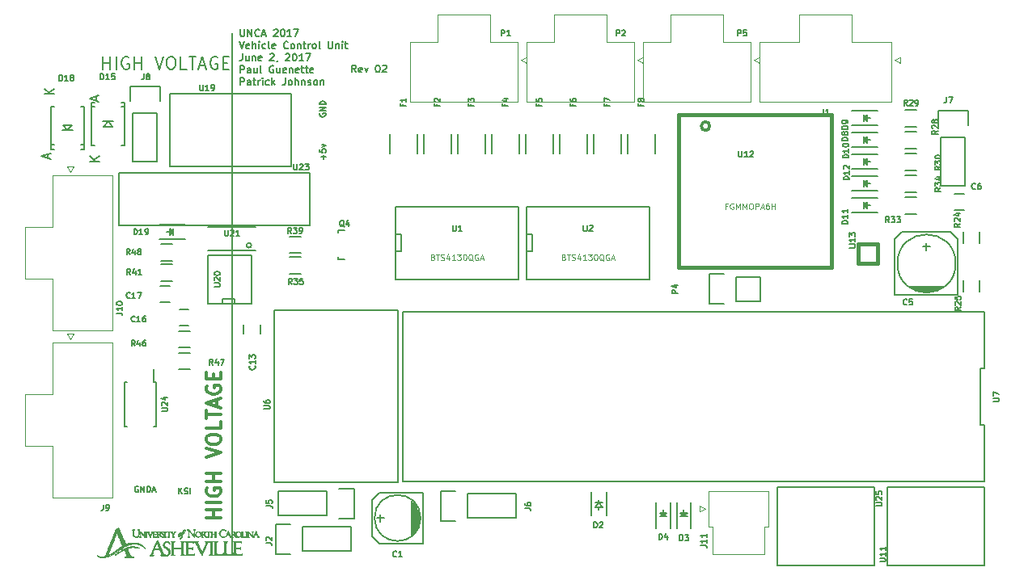
<source format=gto>
G04 #@! TF.FileFunction,Legend,Top*
%FSLAX46Y46*%
G04 Gerber Fmt 4.6, Leading zero omitted, Abs format (unit mm)*
G04 Created by KiCad (PCBNEW 4.0.6) date 06/03/17 00:39:33*
%MOMM*%
%LPD*%
G01*
G04 APERTURE LIST*
%ADD10C,0.100000*%
%ADD11C,0.150000*%
%ADD12C,0.200000*%
%ADD13C,0.300000*%
%ADD14C,0.381000*%
%ADD15C,0.299720*%
%ADD16C,0.120000*%
%ADD17C,0.010000*%
%ADD18C,0.127000*%
%ADD19C,0.101600*%
G04 APERTURE END LIST*
D10*
D11*
X72602500Y-77745786D02*
X72352500Y-77388643D01*
X72173928Y-77745786D02*
X72173928Y-76995786D01*
X72459643Y-76995786D01*
X72531071Y-77031500D01*
X72566786Y-77067214D01*
X72602500Y-77138643D01*
X72602500Y-77245786D01*
X72566786Y-77317214D01*
X72531071Y-77352929D01*
X72459643Y-77388643D01*
X72173928Y-77388643D01*
X73209643Y-77710071D02*
X73138214Y-77745786D01*
X72995357Y-77745786D01*
X72923928Y-77710071D01*
X72888214Y-77638643D01*
X72888214Y-77352929D01*
X72923928Y-77281500D01*
X72995357Y-77245786D01*
X73138214Y-77245786D01*
X73209643Y-77281500D01*
X73245357Y-77352929D01*
X73245357Y-77424357D01*
X72888214Y-77495786D01*
X73495357Y-77245786D02*
X73673928Y-77745786D01*
X73852500Y-77245786D01*
X74852501Y-76995786D02*
X74923929Y-76995786D01*
X74995358Y-77031500D01*
X75031072Y-77067214D01*
X75066786Y-77138643D01*
X75102501Y-77281500D01*
X75102501Y-77460071D01*
X75066786Y-77602929D01*
X75031072Y-77674357D01*
X74995358Y-77710071D01*
X74923929Y-77745786D01*
X74852501Y-77745786D01*
X74781072Y-77710071D01*
X74745358Y-77674357D01*
X74709643Y-77602929D01*
X74673929Y-77460071D01*
X74673929Y-77281500D01*
X74709643Y-77138643D01*
X74745358Y-77067214D01*
X74781072Y-77031500D01*
X74852501Y-76995786D01*
X75388215Y-77067214D02*
X75423929Y-77031500D01*
X75495358Y-76995786D01*
X75673929Y-76995786D01*
X75745358Y-77031500D01*
X75781072Y-77067214D01*
X75816787Y-77138643D01*
X75816787Y-77210071D01*
X75781072Y-77317214D01*
X75352501Y-77745786D01*
X75816787Y-77745786D01*
X60503571Y-73239286D02*
X60503571Y-73846429D01*
X60539286Y-73917857D01*
X60575000Y-73953571D01*
X60646429Y-73989286D01*
X60789286Y-73989286D01*
X60860714Y-73953571D01*
X60896429Y-73917857D01*
X60932143Y-73846429D01*
X60932143Y-73239286D01*
X61289285Y-73989286D02*
X61289285Y-73239286D01*
X61717857Y-73989286D01*
X61717857Y-73239286D01*
X62503571Y-73917857D02*
X62467857Y-73953571D01*
X62360714Y-73989286D01*
X62289285Y-73989286D01*
X62182142Y-73953571D01*
X62110714Y-73882143D01*
X62074999Y-73810714D01*
X62039285Y-73667857D01*
X62039285Y-73560714D01*
X62074999Y-73417857D01*
X62110714Y-73346429D01*
X62182142Y-73275000D01*
X62289285Y-73239286D01*
X62360714Y-73239286D01*
X62467857Y-73275000D01*
X62503571Y-73310714D01*
X62789285Y-73775000D02*
X63146428Y-73775000D01*
X62717857Y-73989286D02*
X62967857Y-73239286D01*
X63217857Y-73989286D01*
X64003571Y-73310714D02*
X64039285Y-73275000D01*
X64110714Y-73239286D01*
X64289285Y-73239286D01*
X64360714Y-73275000D01*
X64396428Y-73310714D01*
X64432143Y-73382143D01*
X64432143Y-73453571D01*
X64396428Y-73560714D01*
X63967857Y-73989286D01*
X64432143Y-73989286D01*
X64896429Y-73239286D02*
X64967857Y-73239286D01*
X65039286Y-73275000D01*
X65075000Y-73310714D01*
X65110714Y-73382143D01*
X65146429Y-73525000D01*
X65146429Y-73703571D01*
X65110714Y-73846429D01*
X65075000Y-73917857D01*
X65039286Y-73953571D01*
X64967857Y-73989286D01*
X64896429Y-73989286D01*
X64825000Y-73953571D01*
X64789286Y-73917857D01*
X64753571Y-73846429D01*
X64717857Y-73703571D01*
X64717857Y-73525000D01*
X64753571Y-73382143D01*
X64789286Y-73310714D01*
X64825000Y-73275000D01*
X64896429Y-73239286D01*
X65860715Y-73989286D02*
X65432143Y-73989286D01*
X65646429Y-73989286D02*
X65646429Y-73239286D01*
X65575000Y-73346429D01*
X65503572Y-73417857D01*
X65432143Y-73453571D01*
X66110715Y-73239286D02*
X66610715Y-73239286D01*
X66289286Y-73989286D01*
X60396429Y-74514286D02*
X60646429Y-75264286D01*
X60896429Y-74514286D01*
X61432143Y-75228571D02*
X61360714Y-75264286D01*
X61217857Y-75264286D01*
X61146428Y-75228571D01*
X61110714Y-75157143D01*
X61110714Y-74871429D01*
X61146428Y-74800000D01*
X61217857Y-74764286D01*
X61360714Y-74764286D01*
X61432143Y-74800000D01*
X61467857Y-74871429D01*
X61467857Y-74942857D01*
X61110714Y-75014286D01*
X61789285Y-75264286D02*
X61789285Y-74514286D01*
X62110714Y-75264286D02*
X62110714Y-74871429D01*
X62075000Y-74800000D01*
X62003571Y-74764286D01*
X61896428Y-74764286D01*
X61825000Y-74800000D01*
X61789285Y-74835714D01*
X62467856Y-75264286D02*
X62467856Y-74764286D01*
X62467856Y-74514286D02*
X62432142Y-74550000D01*
X62467856Y-74585714D01*
X62503571Y-74550000D01*
X62467856Y-74514286D01*
X62467856Y-74585714D01*
X63146428Y-75228571D02*
X63074999Y-75264286D01*
X62932142Y-75264286D01*
X62860714Y-75228571D01*
X62824999Y-75192857D01*
X62789285Y-75121429D01*
X62789285Y-74907143D01*
X62824999Y-74835714D01*
X62860714Y-74800000D01*
X62932142Y-74764286D01*
X63074999Y-74764286D01*
X63146428Y-74800000D01*
X63574999Y-75264286D02*
X63503571Y-75228571D01*
X63467856Y-75157143D01*
X63467856Y-74514286D01*
X64146428Y-75228571D02*
X64074999Y-75264286D01*
X63932142Y-75264286D01*
X63860713Y-75228571D01*
X63824999Y-75157143D01*
X63824999Y-74871429D01*
X63860713Y-74800000D01*
X63932142Y-74764286D01*
X64074999Y-74764286D01*
X64146428Y-74800000D01*
X64182142Y-74871429D01*
X64182142Y-74942857D01*
X63824999Y-75014286D01*
X65503571Y-75192857D02*
X65467857Y-75228571D01*
X65360714Y-75264286D01*
X65289285Y-75264286D01*
X65182142Y-75228571D01*
X65110714Y-75157143D01*
X65074999Y-75085714D01*
X65039285Y-74942857D01*
X65039285Y-74835714D01*
X65074999Y-74692857D01*
X65110714Y-74621429D01*
X65182142Y-74550000D01*
X65289285Y-74514286D01*
X65360714Y-74514286D01*
X65467857Y-74550000D01*
X65503571Y-74585714D01*
X65932142Y-75264286D02*
X65860714Y-75228571D01*
X65824999Y-75192857D01*
X65789285Y-75121429D01*
X65789285Y-74907143D01*
X65824999Y-74835714D01*
X65860714Y-74800000D01*
X65932142Y-74764286D01*
X66039285Y-74764286D01*
X66110714Y-74800000D01*
X66146428Y-74835714D01*
X66182142Y-74907143D01*
X66182142Y-75121429D01*
X66146428Y-75192857D01*
X66110714Y-75228571D01*
X66039285Y-75264286D01*
X65932142Y-75264286D01*
X66503570Y-74764286D02*
X66503570Y-75264286D01*
X66503570Y-74835714D02*
X66539285Y-74800000D01*
X66610713Y-74764286D01*
X66717856Y-74764286D01*
X66789285Y-74800000D01*
X66824999Y-74871429D01*
X66824999Y-75264286D01*
X67074999Y-74764286D02*
X67360713Y-74764286D01*
X67182141Y-74514286D02*
X67182141Y-75157143D01*
X67217856Y-75228571D01*
X67289284Y-75264286D01*
X67360713Y-75264286D01*
X67610712Y-75264286D02*
X67610712Y-74764286D01*
X67610712Y-74907143D02*
X67646427Y-74835714D01*
X67682141Y-74800000D01*
X67753570Y-74764286D01*
X67824998Y-74764286D01*
X68182141Y-75264286D02*
X68110713Y-75228571D01*
X68074998Y-75192857D01*
X68039284Y-75121429D01*
X68039284Y-74907143D01*
X68074998Y-74835714D01*
X68110713Y-74800000D01*
X68182141Y-74764286D01*
X68289284Y-74764286D01*
X68360713Y-74800000D01*
X68396427Y-74835714D01*
X68432141Y-74907143D01*
X68432141Y-75121429D01*
X68396427Y-75192857D01*
X68360713Y-75228571D01*
X68289284Y-75264286D01*
X68182141Y-75264286D01*
X68860712Y-75264286D02*
X68789284Y-75228571D01*
X68753569Y-75157143D01*
X68753569Y-74514286D01*
X69717855Y-74514286D02*
X69717855Y-75121429D01*
X69753570Y-75192857D01*
X69789284Y-75228571D01*
X69860713Y-75264286D01*
X70003570Y-75264286D01*
X70074998Y-75228571D01*
X70110713Y-75192857D01*
X70146427Y-75121429D01*
X70146427Y-74514286D01*
X70503569Y-74764286D02*
X70503569Y-75264286D01*
X70503569Y-74835714D02*
X70539284Y-74800000D01*
X70610712Y-74764286D01*
X70717855Y-74764286D01*
X70789284Y-74800000D01*
X70824998Y-74871429D01*
X70824998Y-75264286D01*
X71182140Y-75264286D02*
X71182140Y-74764286D01*
X71182140Y-74514286D02*
X71146426Y-74550000D01*
X71182140Y-74585714D01*
X71217855Y-74550000D01*
X71182140Y-74514286D01*
X71182140Y-74585714D01*
X71432141Y-74764286D02*
X71717855Y-74764286D01*
X71539283Y-74514286D02*
X71539283Y-75157143D01*
X71574998Y-75228571D01*
X71646426Y-75264286D01*
X71717855Y-75264286D01*
X60717857Y-75789286D02*
X60717857Y-76325000D01*
X60682143Y-76432143D01*
X60610714Y-76503571D01*
X60503571Y-76539286D01*
X60432143Y-76539286D01*
X61396429Y-76039286D02*
X61396429Y-76539286D01*
X61075000Y-76039286D02*
X61075000Y-76432143D01*
X61110715Y-76503571D01*
X61182143Y-76539286D01*
X61289286Y-76539286D01*
X61360715Y-76503571D01*
X61396429Y-76467857D01*
X61753571Y-76039286D02*
X61753571Y-76539286D01*
X61753571Y-76110714D02*
X61789286Y-76075000D01*
X61860714Y-76039286D01*
X61967857Y-76039286D01*
X62039286Y-76075000D01*
X62075000Y-76146429D01*
X62075000Y-76539286D01*
X62717857Y-76503571D02*
X62646428Y-76539286D01*
X62503571Y-76539286D01*
X62432142Y-76503571D01*
X62396428Y-76432143D01*
X62396428Y-76146429D01*
X62432142Y-76075000D01*
X62503571Y-76039286D01*
X62646428Y-76039286D01*
X62717857Y-76075000D01*
X62753571Y-76146429D01*
X62753571Y-76217857D01*
X62396428Y-76289286D01*
X63610714Y-75860714D02*
X63646428Y-75825000D01*
X63717857Y-75789286D01*
X63896428Y-75789286D01*
X63967857Y-75825000D01*
X64003571Y-75860714D01*
X64039286Y-75932143D01*
X64039286Y-76003571D01*
X64003571Y-76110714D01*
X63575000Y-76539286D01*
X64039286Y-76539286D01*
X64396429Y-76503571D02*
X64396429Y-76539286D01*
X64360714Y-76610714D01*
X64325000Y-76646429D01*
X65253572Y-75860714D02*
X65289286Y-75825000D01*
X65360715Y-75789286D01*
X65539286Y-75789286D01*
X65610715Y-75825000D01*
X65646429Y-75860714D01*
X65682144Y-75932143D01*
X65682144Y-76003571D01*
X65646429Y-76110714D01*
X65217858Y-76539286D01*
X65682144Y-76539286D01*
X66146430Y-75789286D02*
X66217858Y-75789286D01*
X66289287Y-75825000D01*
X66325001Y-75860714D01*
X66360715Y-75932143D01*
X66396430Y-76075000D01*
X66396430Y-76253571D01*
X66360715Y-76396429D01*
X66325001Y-76467857D01*
X66289287Y-76503571D01*
X66217858Y-76539286D01*
X66146430Y-76539286D01*
X66075001Y-76503571D01*
X66039287Y-76467857D01*
X66003572Y-76396429D01*
X65967858Y-76253571D01*
X65967858Y-76075000D01*
X66003572Y-75932143D01*
X66039287Y-75860714D01*
X66075001Y-75825000D01*
X66146430Y-75789286D01*
X67110716Y-76539286D02*
X66682144Y-76539286D01*
X66896430Y-76539286D02*
X66896430Y-75789286D01*
X66825001Y-75896429D01*
X66753573Y-75967857D01*
X66682144Y-76003571D01*
X67360716Y-75789286D02*
X67860716Y-75789286D01*
X67539287Y-76539286D01*
X60503571Y-77814286D02*
X60503571Y-77064286D01*
X60789286Y-77064286D01*
X60860714Y-77100000D01*
X60896429Y-77135714D01*
X60932143Y-77207143D01*
X60932143Y-77314286D01*
X60896429Y-77385714D01*
X60860714Y-77421429D01*
X60789286Y-77457143D01*
X60503571Y-77457143D01*
X61575000Y-77814286D02*
X61575000Y-77421429D01*
X61539286Y-77350000D01*
X61467857Y-77314286D01*
X61325000Y-77314286D01*
X61253571Y-77350000D01*
X61575000Y-77778571D02*
X61503571Y-77814286D01*
X61325000Y-77814286D01*
X61253571Y-77778571D01*
X61217857Y-77707143D01*
X61217857Y-77635714D01*
X61253571Y-77564286D01*
X61325000Y-77528571D01*
X61503571Y-77528571D01*
X61575000Y-77492857D01*
X62253571Y-77314286D02*
X62253571Y-77814286D01*
X61932142Y-77314286D02*
X61932142Y-77707143D01*
X61967857Y-77778571D01*
X62039285Y-77814286D01*
X62146428Y-77814286D01*
X62217857Y-77778571D01*
X62253571Y-77742857D01*
X62717856Y-77814286D02*
X62646428Y-77778571D01*
X62610713Y-77707143D01*
X62610713Y-77064286D01*
X63967857Y-77100000D02*
X63896428Y-77064286D01*
X63789285Y-77064286D01*
X63682142Y-77100000D01*
X63610714Y-77171429D01*
X63574999Y-77242857D01*
X63539285Y-77385714D01*
X63539285Y-77492857D01*
X63574999Y-77635714D01*
X63610714Y-77707143D01*
X63682142Y-77778571D01*
X63789285Y-77814286D01*
X63860714Y-77814286D01*
X63967857Y-77778571D01*
X64003571Y-77742857D01*
X64003571Y-77492857D01*
X63860714Y-77492857D01*
X64646428Y-77314286D02*
X64646428Y-77814286D01*
X64324999Y-77314286D02*
X64324999Y-77707143D01*
X64360714Y-77778571D01*
X64432142Y-77814286D01*
X64539285Y-77814286D01*
X64610714Y-77778571D01*
X64646428Y-77742857D01*
X65289285Y-77778571D02*
X65217856Y-77814286D01*
X65074999Y-77814286D01*
X65003570Y-77778571D01*
X64967856Y-77707143D01*
X64967856Y-77421429D01*
X65003570Y-77350000D01*
X65074999Y-77314286D01*
X65217856Y-77314286D01*
X65289285Y-77350000D01*
X65324999Y-77421429D01*
X65324999Y-77492857D01*
X64967856Y-77564286D01*
X65646427Y-77314286D02*
X65646427Y-77814286D01*
X65646427Y-77385714D02*
X65682142Y-77350000D01*
X65753570Y-77314286D01*
X65860713Y-77314286D01*
X65932142Y-77350000D01*
X65967856Y-77421429D01*
X65967856Y-77814286D01*
X66610713Y-77778571D02*
X66539284Y-77814286D01*
X66396427Y-77814286D01*
X66324998Y-77778571D01*
X66289284Y-77707143D01*
X66289284Y-77421429D01*
X66324998Y-77350000D01*
X66396427Y-77314286D01*
X66539284Y-77314286D01*
X66610713Y-77350000D01*
X66646427Y-77421429D01*
X66646427Y-77492857D01*
X66289284Y-77564286D01*
X66860713Y-77314286D02*
X67146427Y-77314286D01*
X66967855Y-77064286D02*
X66967855Y-77707143D01*
X67003570Y-77778571D01*
X67074998Y-77814286D01*
X67146427Y-77814286D01*
X67289284Y-77314286D02*
X67574998Y-77314286D01*
X67396426Y-77064286D02*
X67396426Y-77707143D01*
X67432141Y-77778571D01*
X67503569Y-77814286D01*
X67574998Y-77814286D01*
X68110712Y-77778571D02*
X68039283Y-77814286D01*
X67896426Y-77814286D01*
X67824997Y-77778571D01*
X67789283Y-77707143D01*
X67789283Y-77421429D01*
X67824997Y-77350000D01*
X67896426Y-77314286D01*
X68039283Y-77314286D01*
X68110712Y-77350000D01*
X68146426Y-77421429D01*
X68146426Y-77492857D01*
X67789283Y-77564286D01*
X60503571Y-79089286D02*
X60503571Y-78339286D01*
X60789286Y-78339286D01*
X60860714Y-78375000D01*
X60896429Y-78410714D01*
X60932143Y-78482143D01*
X60932143Y-78589286D01*
X60896429Y-78660714D01*
X60860714Y-78696429D01*
X60789286Y-78732143D01*
X60503571Y-78732143D01*
X61575000Y-79089286D02*
X61575000Y-78696429D01*
X61539286Y-78625000D01*
X61467857Y-78589286D01*
X61325000Y-78589286D01*
X61253571Y-78625000D01*
X61575000Y-79053571D02*
X61503571Y-79089286D01*
X61325000Y-79089286D01*
X61253571Y-79053571D01*
X61217857Y-78982143D01*
X61217857Y-78910714D01*
X61253571Y-78839286D01*
X61325000Y-78803571D01*
X61503571Y-78803571D01*
X61575000Y-78767857D01*
X61825000Y-78589286D02*
X62110714Y-78589286D01*
X61932142Y-78339286D02*
X61932142Y-78982143D01*
X61967857Y-79053571D01*
X62039285Y-79089286D01*
X62110714Y-79089286D01*
X62360713Y-79089286D02*
X62360713Y-78589286D01*
X62360713Y-78732143D02*
X62396428Y-78660714D01*
X62432142Y-78625000D01*
X62503571Y-78589286D01*
X62574999Y-78589286D01*
X62824999Y-79089286D02*
X62824999Y-78589286D01*
X62824999Y-78339286D02*
X62789285Y-78375000D01*
X62824999Y-78410714D01*
X62860714Y-78375000D01*
X62824999Y-78339286D01*
X62824999Y-78410714D01*
X63503571Y-79053571D02*
X63432142Y-79089286D01*
X63289285Y-79089286D01*
X63217857Y-79053571D01*
X63182142Y-79017857D01*
X63146428Y-78946429D01*
X63146428Y-78732143D01*
X63182142Y-78660714D01*
X63217857Y-78625000D01*
X63289285Y-78589286D01*
X63432142Y-78589286D01*
X63503571Y-78625000D01*
X63824999Y-79089286D02*
X63824999Y-78339286D01*
X63896428Y-78803571D02*
X64110714Y-79089286D01*
X64110714Y-78589286D02*
X63824999Y-78875000D01*
X65217857Y-78339286D02*
X65217857Y-78875000D01*
X65182143Y-78982143D01*
X65110714Y-79053571D01*
X65003571Y-79089286D01*
X64932143Y-79089286D01*
X65682143Y-79089286D02*
X65610715Y-79053571D01*
X65575000Y-79017857D01*
X65539286Y-78946429D01*
X65539286Y-78732143D01*
X65575000Y-78660714D01*
X65610715Y-78625000D01*
X65682143Y-78589286D01*
X65789286Y-78589286D01*
X65860715Y-78625000D01*
X65896429Y-78660714D01*
X65932143Y-78732143D01*
X65932143Y-78946429D01*
X65896429Y-79017857D01*
X65860715Y-79053571D01*
X65789286Y-79089286D01*
X65682143Y-79089286D01*
X66253571Y-79089286D02*
X66253571Y-78339286D01*
X66575000Y-79089286D02*
X66575000Y-78696429D01*
X66539286Y-78625000D01*
X66467857Y-78589286D01*
X66360714Y-78589286D01*
X66289286Y-78625000D01*
X66253571Y-78660714D01*
X66932142Y-78589286D02*
X66932142Y-79089286D01*
X66932142Y-78660714D02*
X66967857Y-78625000D01*
X67039285Y-78589286D01*
X67146428Y-78589286D01*
X67217857Y-78625000D01*
X67253571Y-78696429D01*
X67253571Y-79089286D01*
X67574999Y-79053571D02*
X67646428Y-79089286D01*
X67789285Y-79089286D01*
X67860713Y-79053571D01*
X67896428Y-78982143D01*
X67896428Y-78946429D01*
X67860713Y-78875000D01*
X67789285Y-78839286D01*
X67682142Y-78839286D01*
X67610713Y-78803571D01*
X67574999Y-78732143D01*
X67574999Y-78696429D01*
X67610713Y-78625000D01*
X67682142Y-78589286D01*
X67789285Y-78589286D01*
X67860713Y-78625000D01*
X68324999Y-79089286D02*
X68253571Y-79053571D01*
X68217856Y-79017857D01*
X68182142Y-78946429D01*
X68182142Y-78732143D01*
X68217856Y-78660714D01*
X68253571Y-78625000D01*
X68324999Y-78589286D01*
X68432142Y-78589286D01*
X68503571Y-78625000D01*
X68539285Y-78660714D01*
X68574999Y-78732143D01*
X68574999Y-78946429D01*
X68539285Y-79017857D01*
X68503571Y-79053571D01*
X68432142Y-79089286D01*
X68324999Y-79089286D01*
X68896427Y-78589286D02*
X68896427Y-79089286D01*
X68896427Y-78660714D02*
X68932142Y-78625000D01*
X69003570Y-78589286D01*
X69110713Y-78589286D01*
X69182142Y-78625000D01*
X69217856Y-78696429D01*
X69217856Y-79089286D01*
D12*
X46143095Y-77423095D02*
X46143095Y-76123095D01*
X46143095Y-76742143D02*
X46885952Y-76742143D01*
X46885952Y-77423095D02*
X46885952Y-76123095D01*
X47505000Y-77423095D02*
X47505000Y-76123095D01*
X48805000Y-76185000D02*
X48681191Y-76123095D01*
X48495476Y-76123095D01*
X48309762Y-76185000D01*
X48185953Y-76308810D01*
X48124048Y-76432619D01*
X48062143Y-76680238D01*
X48062143Y-76865952D01*
X48124048Y-77113571D01*
X48185953Y-77237381D01*
X48309762Y-77361190D01*
X48495476Y-77423095D01*
X48619286Y-77423095D01*
X48805000Y-77361190D01*
X48866905Y-77299286D01*
X48866905Y-76865952D01*
X48619286Y-76865952D01*
X49424048Y-77423095D02*
X49424048Y-76123095D01*
X49424048Y-76742143D02*
X50166905Y-76742143D01*
X50166905Y-77423095D02*
X50166905Y-76123095D01*
X51590715Y-76123095D02*
X52024048Y-77423095D01*
X52457381Y-76123095D01*
X53138334Y-76123095D02*
X53385953Y-76123095D01*
X53509762Y-76185000D01*
X53633572Y-76308810D01*
X53695477Y-76556429D01*
X53695477Y-76989762D01*
X53633572Y-77237381D01*
X53509762Y-77361190D01*
X53385953Y-77423095D01*
X53138334Y-77423095D01*
X53014524Y-77361190D01*
X52890715Y-77237381D01*
X52828810Y-76989762D01*
X52828810Y-76556429D01*
X52890715Y-76308810D01*
X53014524Y-76185000D01*
X53138334Y-76123095D01*
X54871667Y-77423095D02*
X54252620Y-77423095D01*
X54252620Y-76123095D01*
X55119287Y-76123095D02*
X55862144Y-76123095D01*
X55490715Y-77423095D02*
X55490715Y-76123095D01*
X56233572Y-77051667D02*
X56852620Y-77051667D01*
X56109763Y-77423095D02*
X56543096Y-76123095D01*
X56976429Y-77423095D01*
X58090715Y-76185000D02*
X57966906Y-76123095D01*
X57781191Y-76123095D01*
X57595477Y-76185000D01*
X57471668Y-76308810D01*
X57409763Y-76432619D01*
X57347858Y-76680238D01*
X57347858Y-76865952D01*
X57409763Y-77113571D01*
X57471668Y-77237381D01*
X57595477Y-77361190D01*
X57781191Y-77423095D01*
X57905001Y-77423095D01*
X58090715Y-77361190D01*
X58152620Y-77299286D01*
X58152620Y-76865952D01*
X57905001Y-76865952D01*
X58709763Y-76742143D02*
X59143096Y-76742143D01*
X59328810Y-77423095D02*
X58709763Y-77423095D01*
X58709763Y-76123095D01*
X59328810Y-76123095D01*
D13*
X58463571Y-124411429D02*
X56963571Y-124411429D01*
X57677857Y-124411429D02*
X57677857Y-123554286D01*
X58463571Y-123554286D02*
X56963571Y-123554286D01*
X58463571Y-122840000D02*
X56963571Y-122840000D01*
X57035000Y-121340000D02*
X56963571Y-121482857D01*
X56963571Y-121697143D01*
X57035000Y-121911428D01*
X57177857Y-122054286D01*
X57320714Y-122125714D01*
X57606429Y-122197143D01*
X57820714Y-122197143D01*
X58106429Y-122125714D01*
X58249286Y-122054286D01*
X58392143Y-121911428D01*
X58463571Y-121697143D01*
X58463571Y-121554286D01*
X58392143Y-121340000D01*
X58320714Y-121268571D01*
X57820714Y-121268571D01*
X57820714Y-121554286D01*
X58463571Y-120625714D02*
X56963571Y-120625714D01*
X57677857Y-120625714D02*
X57677857Y-119768571D01*
X58463571Y-119768571D02*
X56963571Y-119768571D01*
X56963571Y-118125714D02*
X58463571Y-117625714D01*
X56963571Y-117125714D01*
X56963571Y-116340000D02*
X56963571Y-116054286D01*
X57035000Y-115911428D01*
X57177857Y-115768571D01*
X57463571Y-115697143D01*
X57963571Y-115697143D01*
X58249286Y-115768571D01*
X58392143Y-115911428D01*
X58463571Y-116054286D01*
X58463571Y-116340000D01*
X58392143Y-116482857D01*
X58249286Y-116625714D01*
X57963571Y-116697143D01*
X57463571Y-116697143D01*
X57177857Y-116625714D01*
X57035000Y-116482857D01*
X56963571Y-116340000D01*
X58463571Y-114339999D02*
X58463571Y-115054285D01*
X56963571Y-115054285D01*
X56963571Y-114054285D02*
X56963571Y-113197142D01*
X58463571Y-113625713D02*
X56963571Y-113625713D01*
X58035000Y-112768571D02*
X58035000Y-112054285D01*
X58463571Y-112911428D02*
X56963571Y-112411428D01*
X58463571Y-111911428D01*
X57035000Y-110625714D02*
X56963571Y-110768571D01*
X56963571Y-110982857D01*
X57035000Y-111197142D01*
X57177857Y-111340000D01*
X57320714Y-111411428D01*
X57606429Y-111482857D01*
X57820714Y-111482857D01*
X58106429Y-111411428D01*
X58249286Y-111340000D01*
X58392143Y-111197142D01*
X58463571Y-110982857D01*
X58463571Y-110840000D01*
X58392143Y-110625714D01*
X58320714Y-110554285D01*
X57820714Y-110554285D01*
X57820714Y-110840000D01*
X57677857Y-109911428D02*
X57677857Y-109411428D01*
X58463571Y-109197142D02*
X58463571Y-109911428D01*
X56963571Y-109911428D01*
X56963571Y-109197142D01*
D12*
X59690000Y-73660000D02*
X59690000Y-128270000D01*
D11*
X65849500Y-80010000D02*
X53149500Y-80010000D01*
X53149500Y-80010000D02*
X53149500Y-87630000D01*
X53149500Y-87630000D02*
X65849500Y-87630000D01*
X65849500Y-87630000D02*
X65849500Y-80010000D01*
X54026500Y-104852500D02*
X55226500Y-104852500D01*
X55226500Y-106602500D02*
X54026500Y-106602500D01*
D14*
X106426000Y-98158300D02*
X106426000Y-82156300D01*
X122428000Y-98158300D02*
X106426000Y-98158300D01*
X122428000Y-82156300D02*
X122428000Y-98158300D01*
X106426000Y-82156300D02*
X122428000Y-82156300D01*
D15*
X109644282Y-83383120D02*
G75*
G03X109644282Y-83383120I-442062J0D01*
G01*
D11*
X114935000Y-101727000D02*
X114935000Y-99187000D01*
X112395000Y-101727000D02*
X114935000Y-101727000D01*
X109575000Y-102007000D02*
X109575000Y-98907000D01*
X111125000Y-102007000D02*
X109575000Y-102007000D01*
X112395000Y-99187000D02*
X112395000Y-101727000D01*
X109575000Y-98907000D02*
X111125000Y-98907000D01*
X112395000Y-99187000D02*
X114935000Y-99187000D01*
X138410000Y-108803334D02*
X138410000Y-102890001D01*
X137960000Y-108803334D02*
X138410000Y-108803334D01*
X137960000Y-114716666D02*
X137960000Y-108803334D01*
X138410000Y-114716666D02*
X137960000Y-114716666D01*
X138410000Y-120630000D02*
X138410000Y-114716666D01*
X77490000Y-120629999D02*
X138410000Y-120630000D01*
X77490000Y-102890000D02*
X77490000Y-120629999D01*
X138410000Y-102890001D02*
X77490000Y-102890000D01*
X126111000Y-92044000D02*
X125761000Y-91694000D01*
X126111000Y-91344000D02*
X126111000Y-92044000D01*
X125761000Y-91694000D02*
X126111000Y-91344000D01*
X126111000Y-91694000D02*
X126461000Y-91694000D01*
X125761000Y-91344000D02*
X125761000Y-92044000D01*
X126011000Y-91594000D02*
X125861000Y-91744000D01*
X126011000Y-91844000D02*
X126011000Y-91594000D01*
X124511000Y-90944000D02*
X127211000Y-90944000D01*
X124511000Y-92444000D02*
X127211000Y-92444000D01*
X138430000Y-121190000D02*
X138430000Y-129440000D01*
X138430000Y-129440000D02*
X128270000Y-129440000D01*
X128270000Y-129440000D02*
X128270000Y-121190000D01*
X128270000Y-121190000D02*
X138430000Y-121190000D01*
X79375000Y-124460000D02*
G75*
G03X79375000Y-124460000I-2413000J0D01*
G01*
X75184000Y-124841000D02*
X75184000Y-124079000D01*
X74803000Y-124460000D02*
X75565000Y-124460000D01*
X79629000Y-121793000D02*
X79629000Y-127127000D01*
X75057000Y-121793000D02*
X79629000Y-121793000D01*
X74295000Y-122555000D02*
X75057000Y-121793000D01*
X74295000Y-126365000D02*
X74295000Y-122555000D01*
X75057000Y-127127000D02*
X74295000Y-126365000D01*
X79629000Y-127127000D02*
X75057000Y-127127000D01*
X78486000Y-126238000D02*
X78486000Y-122682000D01*
X78613000Y-122809000D02*
X78613000Y-126111000D01*
X78740000Y-125984000D02*
X78740000Y-122936000D01*
X78867000Y-123063000D02*
X78867000Y-125857000D01*
X78994000Y-125730000D02*
X78994000Y-123190000D01*
X79121000Y-125349000D02*
X79121000Y-123571000D01*
X79248000Y-125095000D02*
X79248000Y-123698000D01*
X135382000Y-97790000D02*
G75*
G03X135382000Y-97790000I-3048000J0D01*
G01*
X131953000Y-96012000D02*
X132715000Y-96012000D01*
X132334000Y-95631000D02*
X132334000Y-96393000D01*
X129032000Y-95250000D02*
X129032000Y-101092000D01*
X129794000Y-94488000D02*
X129032000Y-95250000D01*
X134874000Y-94488000D02*
X129794000Y-94488000D01*
X135636000Y-95250000D02*
X134874000Y-94488000D01*
X135636000Y-101092000D02*
X135636000Y-95250000D01*
X129032000Y-101092000D02*
X135636000Y-101092000D01*
X130556000Y-100203000D02*
X134112000Y-100203000D01*
X133985000Y-100330000D02*
X130683000Y-100330000D01*
X130937000Y-100457000D02*
X133731000Y-100457000D01*
X133477000Y-100584000D02*
X131191000Y-100584000D01*
X131572000Y-100711000D02*
X133096000Y-100711000D01*
X136283000Y-90463000D02*
X135283000Y-90463000D01*
X135283000Y-92163000D02*
X136283000Y-92163000D01*
X60872000Y-104168000D02*
X60872000Y-105168000D01*
X62572000Y-105168000D02*
X62572000Y-104168000D01*
X54110000Y-104291500D02*
X55110000Y-104291500D01*
X55110000Y-102591500D02*
X54110000Y-102591500D01*
X53141500Y-100115000D02*
X52141500Y-100115000D01*
X52141500Y-101815000D02*
X53141500Y-101815000D01*
X98844000Y-121763000D02*
X98844000Y-124163000D01*
X97244000Y-121763000D02*
X97244000Y-124163000D01*
X98394000Y-122813000D02*
X97694000Y-122813000D01*
X97694000Y-123313000D02*
X98044000Y-122813000D01*
X98394000Y-123313000D02*
X97694000Y-123313000D01*
X98044000Y-122813000D02*
X98394000Y-123313000D01*
X98044000Y-122813000D02*
X98044000Y-122563000D01*
X98044000Y-123313000D02*
X98044000Y-123563000D01*
X107284000Y-123952000D02*
X106934000Y-124302000D01*
X106584000Y-123952000D02*
X107284000Y-123952000D01*
X106934000Y-124302000D02*
X106584000Y-123952000D01*
X106934000Y-123952000D02*
X106934000Y-123602000D01*
X106584000Y-124302000D02*
X107284000Y-124302000D01*
X106834000Y-124052000D02*
X106984000Y-124202000D01*
X107084000Y-124052000D02*
X106834000Y-124052000D01*
X106184000Y-125552000D02*
X106184000Y-122852000D01*
X107684000Y-125552000D02*
X107684000Y-122852000D01*
X105125000Y-123952000D02*
X104775000Y-124302000D01*
X104425000Y-123952000D02*
X105125000Y-123952000D01*
X104775000Y-124302000D02*
X104425000Y-123952000D01*
X104775000Y-123952000D02*
X104775000Y-123602000D01*
X104425000Y-124302000D02*
X105125000Y-124302000D01*
X104675000Y-124052000D02*
X104825000Y-124202000D01*
X104925000Y-124052000D02*
X104675000Y-124052000D01*
X104025000Y-125552000D02*
X104025000Y-122852000D01*
X105525000Y-125552000D02*
X105525000Y-122852000D01*
X126111000Y-85186000D02*
X125761000Y-84836000D01*
X126111000Y-84486000D02*
X126111000Y-85186000D01*
X125761000Y-84836000D02*
X126111000Y-84486000D01*
X126111000Y-84836000D02*
X126461000Y-84836000D01*
X125761000Y-84486000D02*
X125761000Y-85186000D01*
X126011000Y-84736000D02*
X125861000Y-84886000D01*
X126011000Y-84986000D02*
X126011000Y-84736000D01*
X124511000Y-84086000D02*
X127211000Y-84086000D01*
X124511000Y-85586000D02*
X127211000Y-85586000D01*
X126111000Y-82900000D02*
X125761000Y-82550000D01*
X126111000Y-82200000D02*
X126111000Y-82900000D01*
X125761000Y-82550000D02*
X126111000Y-82200000D01*
X126111000Y-82550000D02*
X126461000Y-82550000D01*
X125761000Y-82200000D02*
X125761000Y-82900000D01*
X126011000Y-82450000D02*
X125861000Y-82600000D01*
X126011000Y-82700000D02*
X126011000Y-82450000D01*
X124511000Y-81800000D02*
X127211000Y-81800000D01*
X124511000Y-83300000D02*
X127211000Y-83300000D01*
X126111000Y-87472000D02*
X125761000Y-87122000D01*
X126111000Y-86772000D02*
X126111000Y-87472000D01*
X125761000Y-87122000D02*
X126111000Y-86772000D01*
X126111000Y-87122000D02*
X126461000Y-87122000D01*
X125761000Y-86772000D02*
X125761000Y-87472000D01*
X126011000Y-87022000D02*
X125861000Y-87172000D01*
X126011000Y-87272000D02*
X126011000Y-87022000D01*
X124511000Y-86372000D02*
X127211000Y-86372000D01*
X124511000Y-87872000D02*
X127211000Y-87872000D01*
X126111000Y-89758000D02*
X125761000Y-89408000D01*
X126111000Y-89058000D02*
X126111000Y-89758000D01*
X125761000Y-89408000D02*
X126111000Y-89058000D01*
X126111000Y-89408000D02*
X126461000Y-89408000D01*
X125761000Y-89058000D02*
X125761000Y-89758000D01*
X126011000Y-89308000D02*
X125861000Y-89458000D01*
X126011000Y-89558000D02*
X126011000Y-89308000D01*
X124511000Y-88658000D02*
X127211000Y-88658000D01*
X124511000Y-90158000D02*
X127211000Y-90158000D01*
X53116480Y-94138000D02*
X53466480Y-94488000D01*
X53116480Y-94838000D02*
X53116480Y-94138000D01*
X53466480Y-94488000D02*
X53116480Y-94838000D01*
X53116480Y-94488000D02*
X52766480Y-94488000D01*
X53466480Y-94838000D02*
X53466480Y-94138000D01*
X53216480Y-94588000D02*
X53366480Y-94438000D01*
X53216480Y-94338000D02*
X53216480Y-94588000D01*
X54716480Y-95238000D02*
X52016480Y-95238000D01*
X54716480Y-93738000D02*
X52016480Y-93738000D01*
X79072000Y-84217000D02*
X79072000Y-86217000D01*
X76122000Y-86217000D02*
X76122000Y-84217000D01*
X82628000Y-84217000D02*
X82628000Y-86217000D01*
X79678000Y-86217000D02*
X79678000Y-84217000D01*
X86184000Y-84217000D02*
X86184000Y-86217000D01*
X83234000Y-86217000D02*
X83234000Y-84217000D01*
X89740000Y-84217000D02*
X89740000Y-86217000D01*
X86790000Y-86217000D02*
X86790000Y-84217000D01*
X93296000Y-84217000D02*
X93296000Y-86217000D01*
X90346000Y-86217000D02*
X90346000Y-84217000D01*
X96852000Y-84217000D02*
X96852000Y-86217000D01*
X93902000Y-86217000D02*
X93902000Y-84217000D01*
X100408000Y-84217000D02*
X100408000Y-86217000D01*
X97458000Y-86217000D02*
X97458000Y-84217000D01*
X103964000Y-84217000D02*
X103964000Y-86217000D01*
X101014000Y-86217000D02*
X101014000Y-84217000D01*
X64236000Y-128232500D02*
X64236000Y-125132500D01*
X65786000Y-128232500D02*
X64236000Y-128232500D01*
X67056000Y-125412500D02*
X67056000Y-127952500D01*
X64236000Y-125132500D02*
X65786000Y-125132500D01*
X72136000Y-125412500D02*
X67056000Y-125412500D01*
X72136000Y-127952500D02*
X72136000Y-125412500D01*
X67056000Y-127952500D02*
X72136000Y-127952500D01*
X72416000Y-121386000D02*
X72416000Y-124486000D01*
X70866000Y-121386000D02*
X72416000Y-121386000D01*
X69596000Y-124206000D02*
X69596000Y-121666000D01*
X72416000Y-124486000D02*
X70866000Y-124486000D01*
X64516000Y-124206000D02*
X69596000Y-124206000D01*
X64516000Y-121666000D02*
X64516000Y-124206000D01*
X69596000Y-121666000D02*
X64516000Y-121666000D01*
X81508000Y-124740000D02*
X81508000Y-121640000D01*
X83058000Y-124740000D02*
X81508000Y-124740000D01*
X84328000Y-121920000D02*
X84328000Y-124460000D01*
X81508000Y-121640000D02*
X83058000Y-121640000D01*
X89408000Y-121920000D02*
X84328000Y-121920000D01*
X89408000Y-124460000D02*
X89408000Y-121920000D01*
X84328000Y-124460000D02*
X89408000Y-124460000D01*
X133578000Y-81762000D02*
X136678000Y-81762000D01*
X133578000Y-83312000D02*
X133578000Y-81762000D01*
X136398000Y-84582000D02*
X133858000Y-84582000D01*
X136678000Y-81762000D02*
X136678000Y-83312000D01*
X136398000Y-89662000D02*
X136398000Y-84582000D01*
X133858000Y-89662000D02*
X136398000Y-89662000D01*
X133858000Y-84582000D02*
X133858000Y-89662000D01*
X48996000Y-79222000D02*
X52096000Y-79222000D01*
X48996000Y-80772000D02*
X48996000Y-79222000D01*
X51816000Y-82042000D02*
X49276000Y-82042000D01*
X52096000Y-79222000D02*
X52096000Y-80772000D01*
X51816000Y-87122000D02*
X51816000Y-82042000D01*
X49276000Y-87122000D02*
X51816000Y-87122000D01*
X49276000Y-82042000D02*
X49276000Y-87122000D01*
X70700900Y-94321680D02*
X71401940Y-94321680D01*
X70700900Y-94522340D02*
X70700900Y-94321680D01*
X70700900Y-97321320D02*
X70700900Y-97072400D01*
X71401940Y-97321320D02*
X70700900Y-97321320D01*
X137908000Y-94476000D02*
X137908000Y-95676000D01*
X136158000Y-95676000D02*
X136158000Y-94476000D01*
X137908000Y-99556000D02*
X137908000Y-100756000D01*
X136158000Y-100756000D02*
X136158000Y-99556000D01*
X131283000Y-85711000D02*
X130083000Y-85711000D01*
X130083000Y-83961000D02*
X131283000Y-83961000D01*
X131283000Y-83425000D02*
X130083000Y-83425000D01*
X130083000Y-81675000D02*
X131283000Y-81675000D01*
X131283000Y-87997000D02*
X130083000Y-87997000D01*
X130083000Y-86247000D02*
X131283000Y-86247000D01*
X131283000Y-92569000D02*
X130083000Y-92569000D01*
X130083000Y-90819000D02*
X131283000Y-90819000D01*
X131283000Y-90283000D02*
X130083000Y-90283000D01*
X130083000Y-88533000D02*
X131283000Y-88533000D01*
X66830500Y-98855500D02*
X65630500Y-98855500D01*
X65630500Y-97105500D02*
X66830500Y-97105500D01*
X66830500Y-96696500D02*
X65630500Y-96696500D01*
X65630500Y-94946500D02*
X66830500Y-94946500D01*
X52168500Y-97867500D02*
X53368500Y-97867500D01*
X53368500Y-99617500D02*
X52168500Y-99617500D01*
X54026500Y-107138500D02*
X55226500Y-107138500D01*
X55226500Y-108888500D02*
X54026500Y-108888500D01*
X52168500Y-95772000D02*
X53368500Y-95772000D01*
X53368500Y-97522000D02*
X52168500Y-97522000D01*
X76785000Y-99431000D02*
X76785000Y-91831000D01*
X89585000Y-99431000D02*
X76785000Y-99431000D01*
X89585000Y-91831000D02*
X89585000Y-99431000D01*
X76785000Y-91831000D02*
X89585000Y-91831000D01*
X77385000Y-96531000D02*
X76785000Y-96531000D01*
X77385000Y-94731000D02*
X77385000Y-96531000D01*
X76785000Y-94731000D02*
X77385000Y-94731000D01*
X90495424Y-99431000D02*
X90495424Y-91831000D01*
X103295424Y-99431000D02*
X90495424Y-99431000D01*
X103295424Y-91831000D02*
X103295424Y-99431000D01*
X90495424Y-91831000D02*
X103295424Y-91831000D01*
X91095424Y-96531000D02*
X90495424Y-96531000D01*
X91095424Y-94731000D02*
X91095424Y-96531000D01*
X90495424Y-94731000D02*
X91095424Y-94731000D01*
X76981642Y-120713230D02*
X76981642Y-102679230D01*
X76981642Y-102679230D02*
X64027642Y-102679230D01*
X64027642Y-102679230D02*
X64027642Y-120713230D01*
X64027642Y-120713230D02*
X76981642Y-120713230D01*
D14*
X125214380Y-95773240D02*
X127215900Y-95773240D01*
X125214380Y-97774760D02*
X125214380Y-95773240D01*
X127215900Y-97774760D02*
X125214380Y-97774760D01*
X127215900Y-95773240D02*
X127215900Y-97774760D01*
D11*
X59880500Y-101473000D02*
X59880500Y-101981000D01*
X58610500Y-101473000D02*
X59880500Y-101473000D01*
X58610500Y-101981000D02*
X58610500Y-101473000D01*
X61658500Y-101981000D02*
X57086500Y-101981000D01*
X61658500Y-96901000D02*
X61658500Y-101981000D01*
X57086500Y-96901000D02*
X61658500Y-96901000D01*
X57086500Y-101981000D02*
X57086500Y-96901000D01*
X62126500Y-96423000D02*
X57126500Y-96423000D01*
X62126500Y-93923000D02*
X57126500Y-93923000D01*
X61658500Y-95885000D02*
G75*
G03X61658500Y-95885000I-254000J0D01*
G01*
X67765500Y-88318500D02*
X47765500Y-88318500D01*
X67765500Y-88318500D02*
X67765500Y-93778500D01*
X67765500Y-93778500D02*
X47765500Y-93778500D01*
X47765500Y-93778500D02*
X47765500Y-88318500D01*
X51463000Y-110197000D02*
X51463000Y-108847000D01*
X48413000Y-110197000D02*
X48413000Y-114847000D01*
X51663000Y-110197000D02*
X51663000Y-114847000D01*
X48413000Y-110197000D02*
X48613000Y-110197000D01*
X48413000Y-114847000D02*
X48613000Y-114847000D01*
X51663000Y-114847000D02*
X51463000Y-114847000D01*
X51663000Y-110197000D02*
X51463000Y-110197000D01*
X48422560Y-80893920D02*
X48422560Y-85394800D01*
X44922440Y-80893920D02*
X44922440Y-85394800D01*
X48422560Y-85394800D02*
X48072040Y-85394800D01*
X48422560Y-80893920D02*
X48072040Y-80893920D01*
X44922440Y-80893920D02*
X45272960Y-80893920D01*
X44922440Y-85394800D02*
X45272960Y-85394800D01*
X48422560Y-81345220D02*
X48072040Y-81345220D01*
X44922440Y-81345220D02*
X45272960Y-81345220D01*
X47222500Y-82894360D02*
X46122500Y-82894360D01*
X46222500Y-83444360D02*
X46672500Y-82894360D01*
X47122500Y-83444360D02*
X46222500Y-83444360D01*
X46672500Y-82894360D02*
X47122500Y-83444360D01*
X40667940Y-85816440D02*
X40667940Y-81315560D01*
X44168060Y-85816440D02*
X44168060Y-81315560D01*
X40667940Y-81315560D02*
X41018460Y-81315560D01*
X40667940Y-85816440D02*
X41018460Y-85816440D01*
X44168060Y-85816440D02*
X43817540Y-85816440D01*
X44168060Y-81315560D02*
X43817540Y-81315560D01*
X40667940Y-85365140D02*
X41018460Y-85365140D01*
X44168060Y-85365140D02*
X43817540Y-85365140D01*
X41868000Y-83816000D02*
X42968000Y-83816000D01*
X42868000Y-83266000D02*
X42418000Y-83816000D01*
X41968000Y-83266000D02*
X42868000Y-83266000D01*
X42418000Y-83816000D02*
X41968000Y-83266000D01*
X126873000Y-121190000D02*
X126873000Y-129440000D01*
X126873000Y-129440000D02*
X116713000Y-129440000D01*
X116713000Y-129440000D02*
X116713000Y-121190000D01*
X116713000Y-121190000D02*
X126873000Y-121190000D01*
D16*
X83880000Y-80844000D02*
X89500000Y-80844000D01*
X89500000Y-80844000D02*
X89500000Y-74564000D01*
X89500000Y-74564000D02*
X86630000Y-74564000D01*
X86630000Y-74564000D02*
X86630000Y-71704000D01*
X86630000Y-71704000D02*
X83880000Y-71704000D01*
X83880000Y-80844000D02*
X78260000Y-80844000D01*
X78260000Y-80844000D02*
X78260000Y-74564000D01*
X78260000Y-74564000D02*
X81130000Y-74564000D01*
X81130000Y-74564000D02*
X81130000Y-71704000D01*
X81130000Y-71704000D02*
X83880000Y-71704000D01*
X89850000Y-76454000D02*
X90450000Y-76154000D01*
X90450000Y-76154000D02*
X90450000Y-76754000D01*
X90450000Y-76754000D02*
X89850000Y-76454000D01*
X96072000Y-80844000D02*
X101692000Y-80844000D01*
X101692000Y-80844000D02*
X101692000Y-74564000D01*
X101692000Y-74564000D02*
X98822000Y-74564000D01*
X98822000Y-74564000D02*
X98822000Y-71704000D01*
X98822000Y-71704000D02*
X96072000Y-71704000D01*
X96072000Y-80844000D02*
X90452000Y-80844000D01*
X90452000Y-80844000D02*
X90452000Y-74564000D01*
X90452000Y-74564000D02*
X93322000Y-74564000D01*
X93322000Y-74564000D02*
X93322000Y-71704000D01*
X93322000Y-71704000D02*
X96072000Y-71704000D01*
X102042000Y-76454000D02*
X102642000Y-76154000D01*
X102642000Y-76154000D02*
X102642000Y-76754000D01*
X102642000Y-76754000D02*
X102042000Y-76454000D01*
X108264000Y-80844000D02*
X113884000Y-80844000D01*
X113884000Y-80844000D02*
X113884000Y-74564000D01*
X113884000Y-74564000D02*
X111014000Y-74564000D01*
X111014000Y-74564000D02*
X111014000Y-71704000D01*
X111014000Y-71704000D02*
X108264000Y-71704000D01*
X108264000Y-80844000D02*
X102644000Y-80844000D01*
X102644000Y-80844000D02*
X102644000Y-74564000D01*
X102644000Y-74564000D02*
X105514000Y-74564000D01*
X105514000Y-74564000D02*
X105514000Y-71704000D01*
X105514000Y-71704000D02*
X108264000Y-71704000D01*
X114234000Y-76454000D02*
X114834000Y-76154000D01*
X114834000Y-76154000D02*
X114834000Y-76754000D01*
X114834000Y-76754000D02*
X114234000Y-76454000D01*
X121746000Y-80844000D02*
X128616000Y-80844000D01*
X128616000Y-80844000D02*
X128616000Y-74564000D01*
X128616000Y-74564000D02*
X124496000Y-74564000D01*
X124496000Y-74564000D02*
X124496000Y-71704000D01*
X124496000Y-71704000D02*
X121746000Y-71704000D01*
X121746000Y-80844000D02*
X114876000Y-80844000D01*
X114876000Y-80844000D02*
X114876000Y-74564000D01*
X114876000Y-74564000D02*
X118996000Y-74564000D01*
X118996000Y-74564000D02*
X118996000Y-71704000D01*
X118996000Y-71704000D02*
X121746000Y-71704000D01*
X128966000Y-76454000D02*
X129566000Y-76154000D01*
X129566000Y-76154000D02*
X129566000Y-76754000D01*
X129566000Y-76754000D02*
X128966000Y-76454000D01*
X112649000Y-121611000D02*
X109529000Y-121611000D01*
X109529000Y-121611000D02*
X109529000Y-125391000D01*
X109529000Y-125391000D02*
X109899000Y-125391000D01*
X109899000Y-125391000D02*
X109899000Y-128251000D01*
X109899000Y-128251000D02*
X112649000Y-128251000D01*
X112649000Y-121611000D02*
X115769000Y-121611000D01*
X115769000Y-121611000D02*
X115769000Y-125391000D01*
X115769000Y-125391000D02*
X115399000Y-125391000D01*
X115399000Y-125391000D02*
X115399000Y-128251000D01*
X115399000Y-128251000D02*
X112649000Y-128251000D01*
X109179000Y-123501000D02*
X108579000Y-123801000D01*
X108579000Y-123801000D02*
X108579000Y-123201000D01*
X108579000Y-123201000D02*
X109179000Y-123501000D01*
X47102000Y-114200000D02*
X47102000Y-106080000D01*
X47102000Y-106080000D02*
X40822000Y-106080000D01*
X40822000Y-106080000D02*
X40822000Y-111450000D01*
X40822000Y-111450000D02*
X37962000Y-111450000D01*
X37962000Y-111450000D02*
X37962000Y-114200000D01*
X47102000Y-114200000D02*
X47102000Y-122320000D01*
X47102000Y-122320000D02*
X40822000Y-122320000D01*
X40822000Y-122320000D02*
X40822000Y-116950000D01*
X40822000Y-116950000D02*
X37962000Y-116950000D01*
X37962000Y-116950000D02*
X37962000Y-114200000D01*
X42712000Y-105730000D02*
X42412000Y-105130000D01*
X42412000Y-105130000D02*
X43012000Y-105130000D01*
X43012000Y-105130000D02*
X42712000Y-105730000D01*
X47102000Y-96674000D02*
X47102000Y-88554000D01*
X47102000Y-88554000D02*
X40822000Y-88554000D01*
X40822000Y-88554000D02*
X40822000Y-93924000D01*
X40822000Y-93924000D02*
X37962000Y-93924000D01*
X37962000Y-93924000D02*
X37962000Y-96674000D01*
X47102000Y-96674000D02*
X47102000Y-104794000D01*
X47102000Y-104794000D02*
X40822000Y-104794000D01*
X40822000Y-104794000D02*
X40822000Y-99424000D01*
X40822000Y-99424000D02*
X37962000Y-99424000D01*
X37962000Y-99424000D02*
X37962000Y-96674000D01*
X42712000Y-88204000D02*
X42412000Y-87604000D01*
X42412000Y-87604000D02*
X43012000Y-87604000D01*
X43012000Y-87604000D02*
X42712000Y-88204000D01*
D17*
G36*
X47721120Y-125441873D02*
X47741339Y-125486783D01*
X47772570Y-125557104D01*
X47813571Y-125650011D01*
X47863100Y-125762679D01*
X47919913Y-125892284D01*
X47982769Y-126036001D01*
X48050425Y-126191004D01*
X48096732Y-126297266D01*
X48167101Y-126458671D01*
X48233683Y-126611067D01*
X48295207Y-126751567D01*
X48350404Y-126877283D01*
X48398001Y-126985330D01*
X48436728Y-127072820D01*
X48465315Y-127136866D01*
X48482489Y-127174581D01*
X48486901Y-127183561D01*
X48499525Y-127192392D01*
X48525198Y-127192384D01*
X48569661Y-127182596D01*
X48638654Y-127162090D01*
X48660492Y-127155152D01*
X48838298Y-127103995D01*
X49003097Y-127070196D01*
X49169472Y-127051473D01*
X49352004Y-127045541D01*
X49360667Y-127045539D01*
X49577348Y-127055453D01*
X49770211Y-127085885D01*
X49943537Y-127138449D01*
X50101608Y-127214759D01*
X50248705Y-127316429D01*
X50370635Y-127426318D01*
X50443045Y-127502092D01*
X50490240Y-127560032D01*
X50513916Y-127602868D01*
X50515766Y-127633327D01*
X50507392Y-127646515D01*
X50487719Y-127642654D01*
X50447690Y-127613208D01*
X50388244Y-127558924D01*
X50349076Y-127520229D01*
X50215949Y-127402773D01*
X50072846Y-127310984D01*
X49912027Y-127240495D01*
X49784000Y-127201285D01*
X49648531Y-127176090D01*
X49492626Y-127164451D01*
X49326886Y-127166374D01*
X49161913Y-127181863D01*
X49051910Y-127200919D01*
X48915356Y-127233046D01*
X48785458Y-127271005D01*
X48658231Y-127316820D01*
X48529691Y-127372516D01*
X48395852Y-127440118D01*
X48252731Y-127521650D01*
X48096342Y-127619137D01*
X47922700Y-127734604D01*
X47727820Y-127870076D01*
X47709667Y-127882919D01*
X47428350Y-128073335D01*
X47162608Y-128235034D01*
X46912782Y-128367831D01*
X46679210Y-128471541D01*
X46532800Y-128524397D01*
X46456896Y-128547891D01*
X46392798Y-128564016D01*
X46329797Y-128574412D01*
X46257186Y-128580721D01*
X46164255Y-128584586D01*
X46134867Y-128585408D01*
X46030670Y-128587102D01*
X45951735Y-128585462D01*
X45889565Y-128579854D01*
X45835662Y-128569644D01*
X45802318Y-128560622D01*
X45707673Y-128528899D01*
X45625805Y-128494421D01*
X45561878Y-128459937D01*
X45521054Y-128428192D01*
X45508334Y-128404221D01*
X45516519Y-128379143D01*
X45543167Y-128374062D01*
X45591419Y-128389163D01*
X45640130Y-128412044D01*
X45795505Y-128473921D01*
X45956340Y-128503684D01*
X46036884Y-128507066D01*
X46138209Y-128502117D01*
X46215065Y-128485236D01*
X46275662Y-128453373D01*
X46328213Y-128403476D01*
X46333874Y-128396732D01*
X46343069Y-128385449D01*
X46351890Y-128373736D01*
X46361100Y-128359728D01*
X46371459Y-128341562D01*
X46382509Y-128319779D01*
X46645291Y-128319779D01*
X46649845Y-128337483D01*
X46650974Y-128337733D01*
X46670789Y-128330365D01*
X46712447Y-128310798D01*
X46767948Y-128282838D01*
X46784324Y-128274315D01*
X46843152Y-128240995D01*
X46924325Y-128191470D01*
X47022617Y-128129201D01*
X47132805Y-128057651D01*
X47249663Y-127980283D01*
X47367965Y-127900559D01*
X47482487Y-127821941D01*
X47588005Y-127747893D01*
X47679292Y-127681876D01*
X47687566Y-127675753D01*
X47788875Y-127602386D01*
X47895595Y-127528170D01*
X47998488Y-127459349D01*
X48088314Y-127402172D01*
X48123678Y-127380929D01*
X48129560Y-127374358D01*
X48131330Y-127361732D01*
X48127966Y-127340365D01*
X48118444Y-127307567D01*
X48101741Y-127260653D01*
X48076833Y-127196934D01*
X48042698Y-127113723D01*
X47998311Y-127008333D01*
X47942650Y-126878075D01*
X47874691Y-126720263D01*
X47852869Y-126669729D01*
X47790748Y-126526007D01*
X47732844Y-126392173D01*
X47680517Y-126271364D01*
X47635129Y-126166718D01*
X47598041Y-126081372D01*
X47570617Y-126018463D01*
X47554216Y-125981129D01*
X47549962Y-125971791D01*
X47543087Y-125985869D01*
X47525203Y-126028548D01*
X47497478Y-126096828D01*
X47461084Y-126187708D01*
X47417188Y-126298190D01*
X47366962Y-126425272D01*
X47311573Y-126565955D01*
X47252193Y-126717238D01*
X47189989Y-126876122D01*
X47126133Y-127039607D01*
X47061792Y-127204691D01*
X46998138Y-127368377D01*
X46936339Y-127527662D01*
X46877564Y-127679548D01*
X46822984Y-127821033D01*
X46773768Y-127949119D01*
X46731085Y-128060805D01*
X46696105Y-128153091D01*
X46669998Y-128222976D01*
X46653932Y-128267462D01*
X46649105Y-128282700D01*
X46645291Y-128319779D01*
X46382509Y-128319779D01*
X46383730Y-128317373D01*
X46398675Y-128285296D01*
X46417056Y-128243467D01*
X46439634Y-128190021D01*
X46467173Y-128123093D01*
X46500433Y-128040819D01*
X46540177Y-127941335D01*
X46587166Y-127822775D01*
X46642163Y-127683276D01*
X46705930Y-127520973D01*
X46779228Y-127334000D01*
X46862820Y-127120494D01*
X46957467Y-126878591D01*
X47029023Y-126695663D01*
X47449453Y-125620860D01*
X47507324Y-125609025D01*
X47561190Y-125584629D01*
X47618795Y-125536806D01*
X47671189Y-125473527D01*
X47686514Y-125449417D01*
X47704200Y-125427170D01*
X47713156Y-125425200D01*
X47721120Y-125441873D01*
X47721120Y-125441873D01*
G37*
X47721120Y-125441873D02*
X47741339Y-125486783D01*
X47772570Y-125557104D01*
X47813571Y-125650011D01*
X47863100Y-125762679D01*
X47919913Y-125892284D01*
X47982769Y-126036001D01*
X48050425Y-126191004D01*
X48096732Y-126297266D01*
X48167101Y-126458671D01*
X48233683Y-126611067D01*
X48295207Y-126751567D01*
X48350404Y-126877283D01*
X48398001Y-126985330D01*
X48436728Y-127072820D01*
X48465315Y-127136866D01*
X48482489Y-127174581D01*
X48486901Y-127183561D01*
X48499525Y-127192392D01*
X48525198Y-127192384D01*
X48569661Y-127182596D01*
X48638654Y-127162090D01*
X48660492Y-127155152D01*
X48838298Y-127103995D01*
X49003097Y-127070196D01*
X49169472Y-127051473D01*
X49352004Y-127045541D01*
X49360667Y-127045539D01*
X49577348Y-127055453D01*
X49770211Y-127085885D01*
X49943537Y-127138449D01*
X50101608Y-127214759D01*
X50248705Y-127316429D01*
X50370635Y-127426318D01*
X50443045Y-127502092D01*
X50490240Y-127560032D01*
X50513916Y-127602868D01*
X50515766Y-127633327D01*
X50507392Y-127646515D01*
X50487719Y-127642654D01*
X50447690Y-127613208D01*
X50388244Y-127558924D01*
X50349076Y-127520229D01*
X50215949Y-127402773D01*
X50072846Y-127310984D01*
X49912027Y-127240495D01*
X49784000Y-127201285D01*
X49648531Y-127176090D01*
X49492626Y-127164451D01*
X49326886Y-127166374D01*
X49161913Y-127181863D01*
X49051910Y-127200919D01*
X48915356Y-127233046D01*
X48785458Y-127271005D01*
X48658231Y-127316820D01*
X48529691Y-127372516D01*
X48395852Y-127440118D01*
X48252731Y-127521650D01*
X48096342Y-127619137D01*
X47922700Y-127734604D01*
X47727820Y-127870076D01*
X47709667Y-127882919D01*
X47428350Y-128073335D01*
X47162608Y-128235034D01*
X46912782Y-128367831D01*
X46679210Y-128471541D01*
X46532800Y-128524397D01*
X46456896Y-128547891D01*
X46392798Y-128564016D01*
X46329797Y-128574412D01*
X46257186Y-128580721D01*
X46164255Y-128584586D01*
X46134867Y-128585408D01*
X46030670Y-128587102D01*
X45951735Y-128585462D01*
X45889565Y-128579854D01*
X45835662Y-128569644D01*
X45802318Y-128560622D01*
X45707673Y-128528899D01*
X45625805Y-128494421D01*
X45561878Y-128459937D01*
X45521054Y-128428192D01*
X45508334Y-128404221D01*
X45516519Y-128379143D01*
X45543167Y-128374062D01*
X45591419Y-128389163D01*
X45640130Y-128412044D01*
X45795505Y-128473921D01*
X45956340Y-128503684D01*
X46036884Y-128507066D01*
X46138209Y-128502117D01*
X46215065Y-128485236D01*
X46275662Y-128453373D01*
X46328213Y-128403476D01*
X46333874Y-128396732D01*
X46343069Y-128385449D01*
X46351890Y-128373736D01*
X46361100Y-128359728D01*
X46371459Y-128341562D01*
X46382509Y-128319779D01*
X46645291Y-128319779D01*
X46649845Y-128337483D01*
X46650974Y-128337733D01*
X46670789Y-128330365D01*
X46712447Y-128310798D01*
X46767948Y-128282838D01*
X46784324Y-128274315D01*
X46843152Y-128240995D01*
X46924325Y-128191470D01*
X47022617Y-128129201D01*
X47132805Y-128057651D01*
X47249663Y-127980283D01*
X47367965Y-127900559D01*
X47482487Y-127821941D01*
X47588005Y-127747893D01*
X47679292Y-127681876D01*
X47687566Y-127675753D01*
X47788875Y-127602386D01*
X47895595Y-127528170D01*
X47998488Y-127459349D01*
X48088314Y-127402172D01*
X48123678Y-127380929D01*
X48129560Y-127374358D01*
X48131330Y-127361732D01*
X48127966Y-127340365D01*
X48118444Y-127307567D01*
X48101741Y-127260653D01*
X48076833Y-127196934D01*
X48042698Y-127113723D01*
X47998311Y-127008333D01*
X47942650Y-126878075D01*
X47874691Y-126720263D01*
X47852869Y-126669729D01*
X47790748Y-126526007D01*
X47732844Y-126392173D01*
X47680517Y-126271364D01*
X47635129Y-126166718D01*
X47598041Y-126081372D01*
X47570617Y-126018463D01*
X47554216Y-125981129D01*
X47549962Y-125971791D01*
X47543087Y-125985869D01*
X47525203Y-126028548D01*
X47497478Y-126096828D01*
X47461084Y-126187708D01*
X47417188Y-126298190D01*
X47366962Y-126425272D01*
X47311573Y-126565955D01*
X47252193Y-126717238D01*
X47189989Y-126876122D01*
X47126133Y-127039607D01*
X47061792Y-127204691D01*
X46998138Y-127368377D01*
X46936339Y-127527662D01*
X46877564Y-127679548D01*
X46822984Y-127821033D01*
X46773768Y-127949119D01*
X46731085Y-128060805D01*
X46696105Y-128153091D01*
X46669998Y-128222976D01*
X46653932Y-128267462D01*
X46649105Y-128282700D01*
X46645291Y-128319779D01*
X46382509Y-128319779D01*
X46383730Y-128317373D01*
X46398675Y-128285296D01*
X46417056Y-128243467D01*
X46439634Y-128190021D01*
X46467173Y-128123093D01*
X46500433Y-128040819D01*
X46540177Y-127941335D01*
X46587166Y-127822775D01*
X46642163Y-127683276D01*
X46705930Y-127520973D01*
X46779228Y-127334000D01*
X46862820Y-127120494D01*
X46957467Y-126878591D01*
X47029023Y-126695663D01*
X47449453Y-125620860D01*
X47507324Y-125609025D01*
X47561190Y-125584629D01*
X47618795Y-125536806D01*
X47671189Y-125473527D01*
X47686514Y-125449417D01*
X47704200Y-125427170D01*
X47713156Y-125425200D01*
X47721120Y-125441873D01*
G36*
X49416597Y-127440573D02*
X49511876Y-127455115D01*
X49607227Y-127475543D01*
X49697462Y-127500038D01*
X49777393Y-127526779D01*
X49841834Y-127553947D01*
X49885597Y-127579722D01*
X49903495Y-127602283D01*
X49901789Y-127610805D01*
X49881381Y-127616200D01*
X49850576Y-127609159D01*
X49744205Y-127577493D01*
X49614335Y-127552479D01*
X49470824Y-127534917D01*
X49323530Y-127525610D01*
X49182312Y-127525357D01*
X49057026Y-127534959D01*
X49015728Y-127541344D01*
X48942388Y-127557626D01*
X48866210Y-127579328D01*
X48794285Y-127603811D01*
X48733699Y-127628437D01*
X48691542Y-127650569D01*
X48674902Y-127667568D01*
X48674867Y-127668188D01*
X48681726Y-127693410D01*
X48700626Y-127743566D01*
X48729050Y-127813013D01*
X48764480Y-127896109D01*
X48804400Y-127987209D01*
X48846292Y-128080669D01*
X48887641Y-128170848D01*
X48925928Y-128252100D01*
X48958636Y-128318784D01*
X48983250Y-128365254D01*
X48992365Y-128380066D01*
X49048676Y-128439940D01*
X49121498Y-128488187D01*
X49198668Y-128517899D01*
X49245721Y-128524000D01*
X49288113Y-128530268D01*
X49301400Y-128549400D01*
X49297645Y-128557065D01*
X49283990Y-128563048D01*
X49256848Y-128567549D01*
X49212631Y-128570766D01*
X49147754Y-128572898D01*
X49058629Y-128574146D01*
X48941670Y-128574708D01*
X48844200Y-128574800D01*
X48706222Y-128574591D01*
X48598521Y-128573832D01*
X48517512Y-128572324D01*
X48459608Y-128569868D01*
X48421221Y-128566264D01*
X48398766Y-128561312D01*
X48388655Y-128554814D01*
X48387000Y-128549400D01*
X48401789Y-128529014D01*
X48430636Y-128524000D01*
X48482822Y-128508721D01*
X48529568Y-128469245D01*
X48562460Y-128415109D01*
X48573267Y-128362302D01*
X48565276Y-128310000D01*
X48542029Y-128231069D01*
X48504617Y-128128539D01*
X48454129Y-128005441D01*
X48404448Y-127892847D01*
X48352745Y-127778819D01*
X48179372Y-127865554D01*
X48038295Y-127938034D01*
X47910639Y-128008227D01*
X47784833Y-128082860D01*
X47649305Y-128168660D01*
X47580861Y-128213500D01*
X47493687Y-128270113D01*
X47430708Y-128308433D01*
X47388697Y-128330036D01*
X47364422Y-128336500D01*
X47354656Y-128329403D01*
X47354067Y-128324283D01*
X47368112Y-128303706D01*
X47407695Y-128268751D01*
X47468983Y-128221907D01*
X47548145Y-128165665D01*
X47641352Y-128102513D01*
X47744770Y-128034940D01*
X47854570Y-127965436D01*
X47966921Y-127896489D01*
X48077990Y-127830588D01*
X48183948Y-127770223D01*
X48280962Y-127717883D01*
X48311528Y-127702207D01*
X48531598Y-127599094D01*
X48734387Y-127521366D01*
X48923909Y-127468072D01*
X49104175Y-127438263D01*
X49279200Y-127430989D01*
X49416597Y-127440573D01*
X49416597Y-127440573D01*
G37*
X49416597Y-127440573D02*
X49511876Y-127455115D01*
X49607227Y-127475543D01*
X49697462Y-127500038D01*
X49777393Y-127526779D01*
X49841834Y-127553947D01*
X49885597Y-127579722D01*
X49903495Y-127602283D01*
X49901789Y-127610805D01*
X49881381Y-127616200D01*
X49850576Y-127609159D01*
X49744205Y-127577493D01*
X49614335Y-127552479D01*
X49470824Y-127534917D01*
X49323530Y-127525610D01*
X49182312Y-127525357D01*
X49057026Y-127534959D01*
X49015728Y-127541344D01*
X48942388Y-127557626D01*
X48866210Y-127579328D01*
X48794285Y-127603811D01*
X48733699Y-127628437D01*
X48691542Y-127650569D01*
X48674902Y-127667568D01*
X48674867Y-127668188D01*
X48681726Y-127693410D01*
X48700626Y-127743566D01*
X48729050Y-127813013D01*
X48764480Y-127896109D01*
X48804400Y-127987209D01*
X48846292Y-128080669D01*
X48887641Y-128170848D01*
X48925928Y-128252100D01*
X48958636Y-128318784D01*
X48983250Y-128365254D01*
X48992365Y-128380066D01*
X49048676Y-128439940D01*
X49121498Y-128488187D01*
X49198668Y-128517899D01*
X49245721Y-128524000D01*
X49288113Y-128530268D01*
X49301400Y-128549400D01*
X49297645Y-128557065D01*
X49283990Y-128563048D01*
X49256848Y-128567549D01*
X49212631Y-128570766D01*
X49147754Y-128572898D01*
X49058629Y-128574146D01*
X48941670Y-128574708D01*
X48844200Y-128574800D01*
X48706222Y-128574591D01*
X48598521Y-128573832D01*
X48517512Y-128572324D01*
X48459608Y-128569868D01*
X48421221Y-128566264D01*
X48398766Y-128561312D01*
X48388655Y-128554814D01*
X48387000Y-128549400D01*
X48401789Y-128529014D01*
X48430636Y-128524000D01*
X48482822Y-128508721D01*
X48529568Y-128469245D01*
X48562460Y-128415109D01*
X48573267Y-128362302D01*
X48565276Y-128310000D01*
X48542029Y-128231069D01*
X48504617Y-128128539D01*
X48454129Y-128005441D01*
X48404448Y-127892847D01*
X48352745Y-127778819D01*
X48179372Y-127865554D01*
X48038295Y-127938034D01*
X47910639Y-128008227D01*
X47784833Y-128082860D01*
X47649305Y-128168660D01*
X47580861Y-128213500D01*
X47493687Y-128270113D01*
X47430708Y-128308433D01*
X47388697Y-128330036D01*
X47364422Y-128336500D01*
X47354656Y-128329403D01*
X47354067Y-128324283D01*
X47368112Y-128303706D01*
X47407695Y-128268751D01*
X47468983Y-128221907D01*
X47548145Y-128165665D01*
X47641352Y-128102513D01*
X47744770Y-128034940D01*
X47854570Y-127965436D01*
X47966921Y-127896489D01*
X48077990Y-127830588D01*
X48183948Y-127770223D01*
X48280962Y-127717883D01*
X48311528Y-127702207D01*
X48531598Y-127599094D01*
X48734387Y-127521366D01*
X48923909Y-127468072D01*
X49104175Y-127438263D01*
X49279200Y-127430989D01*
X49416597Y-127440573D01*
G36*
X52095785Y-127459340D02*
X52179813Y-127651878D01*
X52251833Y-127813480D01*
X52312136Y-127944762D01*
X52361015Y-128046343D01*
X52398761Y-128118839D01*
X52425665Y-128162869D01*
X52431733Y-128170698D01*
X52507619Y-128240601D01*
X52594755Y-128289720D01*
X52686194Y-128316299D01*
X52774989Y-128318579D01*
X52854195Y-128294805D01*
X52874506Y-128282700D01*
X52942092Y-128227187D01*
X52981840Y-128167150D01*
X52999265Y-128092172D01*
X53001333Y-128043073D01*
X52997703Y-127981734D01*
X52984284Y-127929462D01*
X52957285Y-127881363D01*
X52912915Y-127832547D01*
X52847384Y-127778119D01*
X52756899Y-127713188D01*
X52733059Y-127696867D01*
X52617019Y-127612849D01*
X52529441Y-127536672D01*
X52467185Y-127463993D01*
X52427114Y-127390468D01*
X52406090Y-127311753D01*
X52400851Y-127237066D01*
X52415645Y-127134321D01*
X52457377Y-127046777D01*
X52521735Y-126976569D01*
X52604411Y-126925835D01*
X52701095Y-126896712D01*
X52807477Y-126891335D01*
X52919250Y-126911843D01*
X52996378Y-126941780D01*
X53035282Y-126966117D01*
X53061362Y-127000850D01*
X53083211Y-127057486D01*
X53083524Y-127058477D01*
X53102291Y-127120682D01*
X53108093Y-127152749D01*
X53098869Y-127156603D01*
X53072556Y-127134172D01*
X53039113Y-127099948D01*
X52988624Y-127053172D01*
X52935627Y-127013085D01*
X52905320Y-126995319D01*
X52817086Y-126969050D01*
X52730107Y-126970703D01*
X52650726Y-126997474D01*
X52585285Y-127046561D01*
X52540125Y-127115160D01*
X52525653Y-127163158D01*
X52524039Y-127214889D01*
X52541532Y-127271235D01*
X52554841Y-127298773D01*
X52575535Y-127332727D01*
X52604232Y-127366856D01*
X52645577Y-127405330D01*
X52704214Y-127452316D01*
X52784787Y-127511985D01*
X52823028Y-127539499D01*
X52932122Y-127620271D01*
X53015095Y-127688961D01*
X53075453Y-127749896D01*
X53116701Y-127807401D01*
X53142345Y-127865803D01*
X53155890Y-127929429D01*
X53158393Y-127953385D01*
X53156108Y-128066018D01*
X53127185Y-128161857D01*
X53069199Y-128247789D01*
X53046116Y-128272325D01*
X52957154Y-128340711D01*
X52854867Y-128385350D01*
X52749141Y-128402283D01*
X52723093Y-128401708D01*
X52684889Y-128400042D01*
X52620583Y-128397997D01*
X52537934Y-128395788D01*
X52444701Y-128393633D01*
X52404433Y-128392800D01*
X52289960Y-128389148D01*
X52208908Y-128383374D01*
X52160896Y-128375400D01*
X52145539Y-128365146D01*
X52162454Y-128352532D01*
X52180085Y-128346194D01*
X52219675Y-128318797D01*
X52239784Y-128275581D01*
X52237618Y-128241593D01*
X52227678Y-128215797D01*
X52206936Y-128165113D01*
X52177981Y-128095762D01*
X52143398Y-128013962D01*
X52124250Y-127969039D01*
X52020943Y-127727344D01*
X51465503Y-127736600D01*
X51382479Y-127948266D01*
X51340556Y-128055690D01*
X51310154Y-128136341D01*
X51290313Y-128194932D01*
X51280077Y-128236174D01*
X51278488Y-128264779D01*
X51284588Y-128285458D01*
X51297419Y-128302924D01*
X51308134Y-128314006D01*
X51343370Y-128342005D01*
X51373533Y-128354610D01*
X51374964Y-128354666D01*
X51397988Y-128363575D01*
X51401134Y-128371600D01*
X51384865Y-128379033D01*
X51338640Y-128384532D01*
X51266332Y-128387775D01*
X51197934Y-128388533D01*
X51108737Y-128387177D01*
X51042743Y-128383325D01*
X51003825Y-128377299D01*
X50994734Y-128371600D01*
X51008874Y-128357713D01*
X51027656Y-128354666D01*
X51049410Y-128352736D01*
X51069876Y-128345212D01*
X51090383Y-128329491D01*
X51112262Y-128302972D01*
X51136841Y-128263051D01*
X51165451Y-128207127D01*
X51199422Y-128132597D01*
X51240083Y-128036859D01*
X51288764Y-127917311D01*
X51346795Y-127771351D01*
X51393096Y-127653440D01*
X51502734Y-127653440D01*
X51518673Y-127655904D01*
X51562517Y-127657984D01*
X51628305Y-127659512D01*
X51710075Y-127660317D01*
X51747625Y-127660400D01*
X51992516Y-127660400D01*
X51933341Y-127522148D01*
X51875407Y-127387608D01*
X51825804Y-127274087D01*
X51785489Y-127183706D01*
X51755419Y-127118581D01*
X51736551Y-127080833D01*
X51730045Y-127071843D01*
X51722632Y-127088367D01*
X51705457Y-127130390D01*
X51680911Y-127191801D01*
X51651381Y-127266487D01*
X51619256Y-127348336D01*
X51586926Y-127431235D01*
X51556780Y-127509072D01*
X51531206Y-127575734D01*
X51512594Y-127625110D01*
X51503333Y-127651086D01*
X51502734Y-127653440D01*
X51393096Y-127653440D01*
X51415505Y-127596376D01*
X51416681Y-127593371D01*
X51473505Y-127449333D01*
X51527278Y-127315267D01*
X51576630Y-127194432D01*
X51620189Y-127090085D01*
X51656583Y-127005484D01*
X51684441Y-126943887D01*
X51702392Y-126908553D01*
X51708053Y-126901225D01*
X51735909Y-126885383D01*
X51771797Y-126856548D01*
X51774051Y-126854473D01*
X51816769Y-126814771D01*
X52095785Y-127459340D01*
X52095785Y-127459340D01*
G37*
X52095785Y-127459340D02*
X52179813Y-127651878D01*
X52251833Y-127813480D01*
X52312136Y-127944762D01*
X52361015Y-128046343D01*
X52398761Y-128118839D01*
X52425665Y-128162869D01*
X52431733Y-128170698D01*
X52507619Y-128240601D01*
X52594755Y-128289720D01*
X52686194Y-128316299D01*
X52774989Y-128318579D01*
X52854195Y-128294805D01*
X52874506Y-128282700D01*
X52942092Y-128227187D01*
X52981840Y-128167150D01*
X52999265Y-128092172D01*
X53001333Y-128043073D01*
X52997703Y-127981734D01*
X52984284Y-127929462D01*
X52957285Y-127881363D01*
X52912915Y-127832547D01*
X52847384Y-127778119D01*
X52756899Y-127713188D01*
X52733059Y-127696867D01*
X52617019Y-127612849D01*
X52529441Y-127536672D01*
X52467185Y-127463993D01*
X52427114Y-127390468D01*
X52406090Y-127311753D01*
X52400851Y-127237066D01*
X52415645Y-127134321D01*
X52457377Y-127046777D01*
X52521735Y-126976569D01*
X52604411Y-126925835D01*
X52701095Y-126896712D01*
X52807477Y-126891335D01*
X52919250Y-126911843D01*
X52996378Y-126941780D01*
X53035282Y-126966117D01*
X53061362Y-127000850D01*
X53083211Y-127057486D01*
X53083524Y-127058477D01*
X53102291Y-127120682D01*
X53108093Y-127152749D01*
X53098869Y-127156603D01*
X53072556Y-127134172D01*
X53039113Y-127099948D01*
X52988624Y-127053172D01*
X52935627Y-127013085D01*
X52905320Y-126995319D01*
X52817086Y-126969050D01*
X52730107Y-126970703D01*
X52650726Y-126997474D01*
X52585285Y-127046561D01*
X52540125Y-127115160D01*
X52525653Y-127163158D01*
X52524039Y-127214889D01*
X52541532Y-127271235D01*
X52554841Y-127298773D01*
X52575535Y-127332727D01*
X52604232Y-127366856D01*
X52645577Y-127405330D01*
X52704214Y-127452316D01*
X52784787Y-127511985D01*
X52823028Y-127539499D01*
X52932122Y-127620271D01*
X53015095Y-127688961D01*
X53075453Y-127749896D01*
X53116701Y-127807401D01*
X53142345Y-127865803D01*
X53155890Y-127929429D01*
X53158393Y-127953385D01*
X53156108Y-128066018D01*
X53127185Y-128161857D01*
X53069199Y-128247789D01*
X53046116Y-128272325D01*
X52957154Y-128340711D01*
X52854867Y-128385350D01*
X52749141Y-128402283D01*
X52723093Y-128401708D01*
X52684889Y-128400042D01*
X52620583Y-128397997D01*
X52537934Y-128395788D01*
X52444701Y-128393633D01*
X52404433Y-128392800D01*
X52289960Y-128389148D01*
X52208908Y-128383374D01*
X52160896Y-128375400D01*
X52145539Y-128365146D01*
X52162454Y-128352532D01*
X52180085Y-128346194D01*
X52219675Y-128318797D01*
X52239784Y-128275581D01*
X52237618Y-128241593D01*
X52227678Y-128215797D01*
X52206936Y-128165113D01*
X52177981Y-128095762D01*
X52143398Y-128013962D01*
X52124250Y-127969039D01*
X52020943Y-127727344D01*
X51465503Y-127736600D01*
X51382479Y-127948266D01*
X51340556Y-128055690D01*
X51310154Y-128136341D01*
X51290313Y-128194932D01*
X51280077Y-128236174D01*
X51278488Y-128264779D01*
X51284588Y-128285458D01*
X51297419Y-128302924D01*
X51308134Y-128314006D01*
X51343370Y-128342005D01*
X51373533Y-128354610D01*
X51374964Y-128354666D01*
X51397988Y-128363575D01*
X51401134Y-128371600D01*
X51384865Y-128379033D01*
X51338640Y-128384532D01*
X51266332Y-128387775D01*
X51197934Y-128388533D01*
X51108737Y-128387177D01*
X51042743Y-128383325D01*
X51003825Y-128377299D01*
X50994734Y-128371600D01*
X51008874Y-128357713D01*
X51027656Y-128354666D01*
X51049410Y-128352736D01*
X51069876Y-128345212D01*
X51090383Y-128329491D01*
X51112262Y-128302972D01*
X51136841Y-128263051D01*
X51165451Y-128207127D01*
X51199422Y-128132597D01*
X51240083Y-128036859D01*
X51288764Y-127917311D01*
X51346795Y-127771351D01*
X51393096Y-127653440D01*
X51502734Y-127653440D01*
X51518673Y-127655904D01*
X51562517Y-127657984D01*
X51628305Y-127659512D01*
X51710075Y-127660317D01*
X51747625Y-127660400D01*
X51992516Y-127660400D01*
X51933341Y-127522148D01*
X51875407Y-127387608D01*
X51825804Y-127274087D01*
X51785489Y-127183706D01*
X51755419Y-127118581D01*
X51736551Y-127080833D01*
X51730045Y-127071843D01*
X51722632Y-127088367D01*
X51705457Y-127130390D01*
X51680911Y-127191801D01*
X51651381Y-127266487D01*
X51619256Y-127348336D01*
X51586926Y-127431235D01*
X51556780Y-127509072D01*
X51531206Y-127575734D01*
X51512594Y-127625110D01*
X51503333Y-127651086D01*
X51502734Y-127653440D01*
X51393096Y-127653440D01*
X51415505Y-127596376D01*
X51416681Y-127593371D01*
X51473505Y-127449333D01*
X51527278Y-127315267D01*
X51576630Y-127194432D01*
X51620189Y-127090085D01*
X51656583Y-127005484D01*
X51684441Y-126943887D01*
X51702392Y-126908553D01*
X51708053Y-126901225D01*
X51735909Y-126885383D01*
X51771797Y-126856548D01*
X51774051Y-126854473D01*
X51816769Y-126814771D01*
X52095785Y-127459340D01*
G36*
X57104552Y-126899813D02*
X57169799Y-126904154D01*
X57202324Y-126911571D01*
X57202640Y-126922213D01*
X57171264Y-126936230D01*
X57154573Y-126941464D01*
X57098991Y-126974137D01*
X57055554Y-127025400D01*
X57039354Y-127055696D01*
X57011866Y-127113511D01*
X56974757Y-127195073D01*
X56929698Y-127296609D01*
X56878357Y-127414349D01*
X56822401Y-127544520D01*
X56763501Y-127683351D01*
X56744663Y-127728133D01*
X56686475Y-127866290D01*
X56631977Y-127994816D01*
X56582630Y-128110326D01*
X56539899Y-128209433D01*
X56505246Y-128288751D01*
X56480134Y-128344893D01*
X56466027Y-128374472D01*
X56463835Y-128378067D01*
X56452542Y-128368156D01*
X56429272Y-128331696D01*
X56396332Y-128272846D01*
X56356025Y-128195766D01*
X56310658Y-128104614D01*
X56299576Y-128081733D01*
X56243691Y-127965640D01*
X56178550Y-127830124D01*
X56109500Y-127686316D01*
X56041886Y-127545352D01*
X55981054Y-127418364D01*
X55980923Y-127418089D01*
X55916025Y-127284057D01*
X55862492Y-127177773D01*
X55818115Y-127095954D01*
X55780690Y-127035318D01*
X55748010Y-126992585D01*
X55717868Y-126964472D01*
X55688058Y-126947698D01*
X55659157Y-126939482D01*
X55613063Y-126928273D01*
X55599443Y-126918405D01*
X55616918Y-126910181D01*
X55664112Y-126903904D01*
X55739646Y-126899877D01*
X55842144Y-126898401D01*
X55846134Y-126898400D01*
X55947364Y-126899531D01*
X56024037Y-126902788D01*
X56073124Y-126907960D01*
X56091598Y-126914840D01*
X56091667Y-126915333D01*
X56078153Y-126930794D01*
X56068891Y-126932266D01*
X56040989Y-126943865D01*
X56016697Y-126964773D01*
X56000472Y-126985896D01*
X55996876Y-127007260D01*
X56006532Y-127039889D01*
X56023146Y-127079073D01*
X56056821Y-127154209D01*
X56098377Y-127244320D01*
X56145779Y-127345243D01*
X56196991Y-127452816D01*
X56249977Y-127562874D01*
X56302703Y-127671255D01*
X56353132Y-127773796D01*
X56399228Y-127866332D01*
X56438957Y-127944702D01*
X56470282Y-128004742D01*
X56491168Y-128042288D01*
X56499502Y-128053314D01*
X56508199Y-128035298D01*
X56528173Y-127989785D01*
X56557806Y-127920593D01*
X56595478Y-127831539D01*
X56639570Y-127726442D01*
X56688465Y-127609121D01*
X56717607Y-127538861D01*
X56779436Y-127388811D01*
X56828646Y-127266860D01*
X56865925Y-127169965D01*
X56891960Y-127095082D01*
X56907437Y-127039166D01*
X56913044Y-126999175D01*
X56909468Y-126972063D01*
X56897395Y-126954788D01*
X56877514Y-126944305D01*
X56853215Y-126938103D01*
X56811514Y-126926893D01*
X56801859Y-126916910D01*
X56822439Y-126908624D01*
X56871440Y-126902506D01*
X56947051Y-126899026D01*
X57006067Y-126898400D01*
X57104552Y-126899813D01*
X57104552Y-126899813D01*
G37*
X57104552Y-126899813D02*
X57169799Y-126904154D01*
X57202324Y-126911571D01*
X57202640Y-126922213D01*
X57171264Y-126936230D01*
X57154573Y-126941464D01*
X57098991Y-126974137D01*
X57055554Y-127025400D01*
X57039354Y-127055696D01*
X57011866Y-127113511D01*
X56974757Y-127195073D01*
X56929698Y-127296609D01*
X56878357Y-127414349D01*
X56822401Y-127544520D01*
X56763501Y-127683351D01*
X56744663Y-127728133D01*
X56686475Y-127866290D01*
X56631977Y-127994816D01*
X56582630Y-128110326D01*
X56539899Y-128209433D01*
X56505246Y-128288751D01*
X56480134Y-128344893D01*
X56466027Y-128374472D01*
X56463835Y-128378067D01*
X56452542Y-128368156D01*
X56429272Y-128331696D01*
X56396332Y-128272846D01*
X56356025Y-128195766D01*
X56310658Y-128104614D01*
X56299576Y-128081733D01*
X56243691Y-127965640D01*
X56178550Y-127830124D01*
X56109500Y-127686316D01*
X56041886Y-127545352D01*
X55981054Y-127418364D01*
X55980923Y-127418089D01*
X55916025Y-127284057D01*
X55862492Y-127177773D01*
X55818115Y-127095954D01*
X55780690Y-127035318D01*
X55748010Y-126992585D01*
X55717868Y-126964472D01*
X55688058Y-126947698D01*
X55659157Y-126939482D01*
X55613063Y-126928273D01*
X55599443Y-126918405D01*
X55616918Y-126910181D01*
X55664112Y-126903904D01*
X55739646Y-126899877D01*
X55842144Y-126898401D01*
X55846134Y-126898400D01*
X55947364Y-126899531D01*
X56024037Y-126902788D01*
X56073124Y-126907960D01*
X56091598Y-126914840D01*
X56091667Y-126915333D01*
X56078153Y-126930794D01*
X56068891Y-126932266D01*
X56040989Y-126943865D01*
X56016697Y-126964773D01*
X56000472Y-126985896D01*
X55996876Y-127007260D01*
X56006532Y-127039889D01*
X56023146Y-127079073D01*
X56056821Y-127154209D01*
X56098377Y-127244320D01*
X56145779Y-127345243D01*
X56196991Y-127452816D01*
X56249977Y-127562874D01*
X56302703Y-127671255D01*
X56353132Y-127773796D01*
X56399228Y-127866332D01*
X56438957Y-127944702D01*
X56470282Y-128004742D01*
X56491168Y-128042288D01*
X56499502Y-128053314D01*
X56508199Y-128035298D01*
X56528173Y-127989785D01*
X56557806Y-127920593D01*
X56595478Y-127831539D01*
X56639570Y-127726442D01*
X56688465Y-127609121D01*
X56717607Y-127538861D01*
X56779436Y-127388811D01*
X56828646Y-127266860D01*
X56865925Y-127169965D01*
X56891960Y-127095082D01*
X56907437Y-127039166D01*
X56913044Y-126999175D01*
X56909468Y-126972063D01*
X56897395Y-126954788D01*
X56877514Y-126944305D01*
X56853215Y-126938103D01*
X56811514Y-126926893D01*
X56801859Y-126916910D01*
X56822439Y-126908624D01*
X56871440Y-126902506D01*
X56947051Y-126899026D01*
X57006067Y-126898400D01*
X57104552Y-126899813D01*
G36*
X54521397Y-126899755D02*
X54587391Y-126903607D01*
X54626309Y-126909633D01*
X54635400Y-126915333D01*
X54621340Y-126929456D01*
X54604158Y-126932266D01*
X54568819Y-126944164D01*
X54544891Y-126963233D01*
X54537625Y-126974098D01*
X54531719Y-126991222D01*
X54527035Y-127017893D01*
X54523436Y-127057398D01*
X54520783Y-127113027D01*
X54518940Y-127188065D01*
X54517767Y-127285801D01*
X54517128Y-127409523D01*
X54516884Y-127562518D01*
X54516867Y-127632100D01*
X54516929Y-127796044D01*
X54517230Y-127929480D01*
X54517937Y-128035765D01*
X54519222Y-128118258D01*
X54521251Y-128180315D01*
X54524196Y-128225295D01*
X54528226Y-128256556D01*
X54533509Y-128277455D01*
X54540214Y-128291351D01*
X54548512Y-128301602D01*
X54550734Y-128303866D01*
X54584258Y-128328983D01*
X54610000Y-128337733D01*
X54632535Y-128346876D01*
X54635400Y-128354666D01*
X54619131Y-128362099D01*
X54572907Y-128367599D01*
X54500599Y-128370842D01*
X54432200Y-128371600D01*
X54343003Y-128370244D01*
X54277010Y-128366392D01*
X54238092Y-128360366D01*
X54229000Y-128354666D01*
X54242514Y-128339205D01*
X54251776Y-128337733D01*
X54279085Y-128326122D01*
X54306809Y-128302127D01*
X54318697Y-128285768D01*
X54327508Y-128263285D01*
X54333842Y-128229438D01*
X54338301Y-128178991D01*
X54341485Y-128106706D01*
X54343996Y-128007344D01*
X54344699Y-127971927D01*
X54350331Y-127677333D01*
X53483933Y-127677333D01*
X53484183Y-127952500D01*
X53485261Y-128071159D01*
X53488918Y-128160682D01*
X53496158Y-128225764D01*
X53507984Y-128271097D01*
X53525400Y-128301378D01*
X53549409Y-128321298D01*
X53564667Y-128329048D01*
X53593909Y-128345014D01*
X53597795Y-128356740D01*
X53574391Y-128364724D01*
X53521761Y-128369464D01*
X53437968Y-128371458D01*
X53399267Y-128371600D01*
X53320824Y-128370423D01*
X53256450Y-128367216D01*
X53212687Y-128362465D01*
X53196078Y-128356658D01*
X53196067Y-128356502D01*
X53210432Y-128341651D01*
X53238999Y-128330629D01*
X53278929Y-128306164D01*
X53298266Y-128276891D01*
X53302291Y-128249496D01*
X53305898Y-128191810D01*
X53308999Y-128107406D01*
X53311505Y-127999856D01*
X53313326Y-127872734D01*
X53314374Y-127729614D01*
X53314600Y-127620732D01*
X53314435Y-127457174D01*
X53313849Y-127324147D01*
X53312708Y-127218317D01*
X53310877Y-127136349D01*
X53308219Y-127074909D01*
X53304601Y-127030662D01*
X53299888Y-127000275D01*
X53293943Y-126980412D01*
X53288240Y-126969901D01*
X53257027Y-126941531D01*
X53228973Y-126932266D01*
X53201983Y-126924990D01*
X53196067Y-126915333D01*
X53212336Y-126907900D01*
X53258560Y-126902400D01*
X53330868Y-126899157D01*
X53399267Y-126898400D01*
X53492524Y-126900084D01*
X53558596Y-126904886D01*
X53595954Y-126912425D01*
X53603072Y-126922321D01*
X53578422Y-126934196D01*
X53561826Y-126938795D01*
X53535260Y-126951420D01*
X53515206Y-126976844D01*
X53500858Y-127019041D01*
X53491415Y-127081989D01*
X53486072Y-127169663D01*
X53484025Y-127286040D01*
X53483933Y-127324260D01*
X53483933Y-127592666D01*
X54347534Y-127592666D01*
X54347534Y-127324260D01*
X54346265Y-127199145D01*
X54341925Y-127103845D01*
X54333709Y-127034383D01*
X54320814Y-126986784D01*
X54302436Y-126957070D01*
X54277772Y-126941266D01*
X54269641Y-126938795D01*
X54233398Y-126926312D01*
X54229463Y-126915673D01*
X54256308Y-126907257D01*
X54312406Y-126901445D01*
X54396229Y-126898615D01*
X54432200Y-126898400D01*
X54521397Y-126899755D01*
X54521397Y-126899755D01*
G37*
X54521397Y-126899755D02*
X54587391Y-126903607D01*
X54626309Y-126909633D01*
X54635400Y-126915333D01*
X54621340Y-126929456D01*
X54604158Y-126932266D01*
X54568819Y-126944164D01*
X54544891Y-126963233D01*
X54537625Y-126974098D01*
X54531719Y-126991222D01*
X54527035Y-127017893D01*
X54523436Y-127057398D01*
X54520783Y-127113027D01*
X54518940Y-127188065D01*
X54517767Y-127285801D01*
X54517128Y-127409523D01*
X54516884Y-127562518D01*
X54516867Y-127632100D01*
X54516929Y-127796044D01*
X54517230Y-127929480D01*
X54517937Y-128035765D01*
X54519222Y-128118258D01*
X54521251Y-128180315D01*
X54524196Y-128225295D01*
X54528226Y-128256556D01*
X54533509Y-128277455D01*
X54540214Y-128291351D01*
X54548512Y-128301602D01*
X54550734Y-128303866D01*
X54584258Y-128328983D01*
X54610000Y-128337733D01*
X54632535Y-128346876D01*
X54635400Y-128354666D01*
X54619131Y-128362099D01*
X54572907Y-128367599D01*
X54500599Y-128370842D01*
X54432200Y-128371600D01*
X54343003Y-128370244D01*
X54277010Y-128366392D01*
X54238092Y-128360366D01*
X54229000Y-128354666D01*
X54242514Y-128339205D01*
X54251776Y-128337733D01*
X54279085Y-128326122D01*
X54306809Y-128302127D01*
X54318697Y-128285768D01*
X54327508Y-128263285D01*
X54333842Y-128229438D01*
X54338301Y-128178991D01*
X54341485Y-128106706D01*
X54343996Y-128007344D01*
X54344699Y-127971927D01*
X54350331Y-127677333D01*
X53483933Y-127677333D01*
X53484183Y-127952500D01*
X53485261Y-128071159D01*
X53488918Y-128160682D01*
X53496158Y-128225764D01*
X53507984Y-128271097D01*
X53525400Y-128301378D01*
X53549409Y-128321298D01*
X53564667Y-128329048D01*
X53593909Y-128345014D01*
X53597795Y-128356740D01*
X53574391Y-128364724D01*
X53521761Y-128369464D01*
X53437968Y-128371458D01*
X53399267Y-128371600D01*
X53320824Y-128370423D01*
X53256450Y-128367216D01*
X53212687Y-128362465D01*
X53196078Y-128356658D01*
X53196067Y-128356502D01*
X53210432Y-128341651D01*
X53238999Y-128330629D01*
X53278929Y-128306164D01*
X53298266Y-128276891D01*
X53302291Y-128249496D01*
X53305898Y-128191810D01*
X53308999Y-128107406D01*
X53311505Y-127999856D01*
X53313326Y-127872734D01*
X53314374Y-127729614D01*
X53314600Y-127620732D01*
X53314435Y-127457174D01*
X53313849Y-127324147D01*
X53312708Y-127218317D01*
X53310877Y-127136349D01*
X53308219Y-127074909D01*
X53304601Y-127030662D01*
X53299888Y-127000275D01*
X53293943Y-126980412D01*
X53288240Y-126969901D01*
X53257027Y-126941531D01*
X53228973Y-126932266D01*
X53201983Y-126924990D01*
X53196067Y-126915333D01*
X53212336Y-126907900D01*
X53258560Y-126902400D01*
X53330868Y-126899157D01*
X53399267Y-126898400D01*
X53492524Y-126900084D01*
X53558596Y-126904886D01*
X53595954Y-126912425D01*
X53603072Y-126922321D01*
X53578422Y-126934196D01*
X53561826Y-126938795D01*
X53535260Y-126951420D01*
X53515206Y-126976844D01*
X53500858Y-127019041D01*
X53491415Y-127081989D01*
X53486072Y-127169663D01*
X53484025Y-127286040D01*
X53483933Y-127324260D01*
X53483933Y-127592666D01*
X54347534Y-127592666D01*
X54347534Y-127324260D01*
X54346265Y-127199145D01*
X54341925Y-127103845D01*
X54333709Y-127034383D01*
X54320814Y-126986784D01*
X54302436Y-126957070D01*
X54277772Y-126941266D01*
X54269641Y-126938795D01*
X54233398Y-126926312D01*
X54229463Y-126915673D01*
X54256308Y-126907257D01*
X54312406Y-126901445D01*
X54396229Y-126898615D01*
X54432200Y-126898400D01*
X54521397Y-126899755D01*
G36*
X55583667Y-127000000D02*
X55580362Y-127059843D01*
X55571568Y-127094212D01*
X55558972Y-127100501D01*
X55544255Y-127076109D01*
X55540843Y-127066187D01*
X55520797Y-127034266D01*
X55481476Y-127010854D01*
X55419388Y-126995092D01*
X55331042Y-126986120D01*
X55212944Y-126983079D01*
X55203211Y-126983066D01*
X54991000Y-126983066D01*
X54991000Y-127592666D01*
X55192815Y-127592666D01*
X55292538Y-127591866D01*
X55363106Y-127588927D01*
X55409208Y-127583038D01*
X55435529Y-127573389D01*
X55446757Y-127559170D01*
X55448200Y-127548521D01*
X55457949Y-127527175D01*
X55465134Y-127524933D01*
X55473720Y-127540665D01*
X55479510Y-127583155D01*
X55481559Y-127645348D01*
X55481552Y-127647700D01*
X55480429Y-127709433D01*
X55477094Y-127741508D01*
X55470620Y-127748109D01*
X55461832Y-127736600D01*
X55446404Y-127712957D01*
X55427539Y-127696665D01*
X55399117Y-127686353D01*
X55355019Y-127680651D01*
X55289123Y-127678186D01*
X55198434Y-127677592D01*
X54991000Y-127677333D01*
X54991000Y-127937924D01*
X54991450Y-128052260D01*
X54994697Y-128137260D01*
X55003584Y-128197451D01*
X55020954Y-128237364D01*
X55049652Y-128261527D01*
X55092521Y-128274470D01*
X55152404Y-128280722D01*
X55208055Y-128283642D01*
X55337575Y-128286726D01*
X55438231Y-128281617D01*
X55514182Y-128267616D01*
X55569591Y-128244026D01*
X55602110Y-128217583D01*
X55639661Y-128180768D01*
X55659571Y-128170931D01*
X55664099Y-128187650D01*
X55661165Y-128206500D01*
X55653144Y-128249271D01*
X55644015Y-128302703D01*
X55643142Y-128308100D01*
X55632932Y-128371600D01*
X55168033Y-128371600D01*
X55016676Y-128370991D01*
X54893547Y-128369195D01*
X54799914Y-128366259D01*
X54737049Y-128362229D01*
X54706223Y-128357151D01*
X54703134Y-128354666D01*
X54716648Y-128339205D01*
X54725909Y-128337733D01*
X54754131Y-128326143D01*
X54776709Y-128306766D01*
X54783944Y-128295947D01*
X54789832Y-128278889D01*
X54794507Y-128252319D01*
X54798106Y-128212967D01*
X54800764Y-128157561D01*
X54802618Y-128082829D01*
X54803803Y-127985499D01*
X54804456Y-127862300D01*
X54804712Y-127709961D01*
X54804734Y-127632057D01*
X54804648Y-127466877D01*
X54804288Y-127332265D01*
X54803503Y-127224920D01*
X54802141Y-127141545D01*
X54800049Y-127078839D01*
X54797075Y-127033505D01*
X54793068Y-127002242D01*
X54787874Y-126981751D01*
X54781343Y-126968734D01*
X54773767Y-126960291D01*
X54742256Y-126938482D01*
X54722967Y-126932266D01*
X54704268Y-126920965D01*
X54703134Y-126915333D01*
X54719831Y-126909700D01*
X54769009Y-126905144D01*
X54849297Y-126901716D01*
X54959324Y-126899468D01*
X55097721Y-126898455D01*
X55143400Y-126898400D01*
X55583667Y-126898400D01*
X55583667Y-127000000D01*
X55583667Y-127000000D01*
G37*
X55583667Y-127000000D02*
X55580362Y-127059843D01*
X55571568Y-127094212D01*
X55558972Y-127100501D01*
X55544255Y-127076109D01*
X55540843Y-127066187D01*
X55520797Y-127034266D01*
X55481476Y-127010854D01*
X55419388Y-126995092D01*
X55331042Y-126986120D01*
X55212944Y-126983079D01*
X55203211Y-126983066D01*
X54991000Y-126983066D01*
X54991000Y-127592666D01*
X55192815Y-127592666D01*
X55292538Y-127591866D01*
X55363106Y-127588927D01*
X55409208Y-127583038D01*
X55435529Y-127573389D01*
X55446757Y-127559170D01*
X55448200Y-127548521D01*
X55457949Y-127527175D01*
X55465134Y-127524933D01*
X55473720Y-127540665D01*
X55479510Y-127583155D01*
X55481559Y-127645348D01*
X55481552Y-127647700D01*
X55480429Y-127709433D01*
X55477094Y-127741508D01*
X55470620Y-127748109D01*
X55461832Y-127736600D01*
X55446404Y-127712957D01*
X55427539Y-127696665D01*
X55399117Y-127686353D01*
X55355019Y-127680651D01*
X55289123Y-127678186D01*
X55198434Y-127677592D01*
X54991000Y-127677333D01*
X54991000Y-127937924D01*
X54991450Y-128052260D01*
X54994697Y-128137260D01*
X55003584Y-128197451D01*
X55020954Y-128237364D01*
X55049652Y-128261527D01*
X55092521Y-128274470D01*
X55152404Y-128280722D01*
X55208055Y-128283642D01*
X55337575Y-128286726D01*
X55438231Y-128281617D01*
X55514182Y-128267616D01*
X55569591Y-128244026D01*
X55602110Y-128217583D01*
X55639661Y-128180768D01*
X55659571Y-128170931D01*
X55664099Y-128187650D01*
X55661165Y-128206500D01*
X55653144Y-128249271D01*
X55644015Y-128302703D01*
X55643142Y-128308100D01*
X55632932Y-128371600D01*
X55168033Y-128371600D01*
X55016676Y-128370991D01*
X54893547Y-128369195D01*
X54799914Y-128366259D01*
X54737049Y-128362229D01*
X54706223Y-128357151D01*
X54703134Y-128354666D01*
X54716648Y-128339205D01*
X54725909Y-128337733D01*
X54754131Y-128326143D01*
X54776709Y-128306766D01*
X54783944Y-128295947D01*
X54789832Y-128278889D01*
X54794507Y-128252319D01*
X54798106Y-128212967D01*
X54800764Y-128157561D01*
X54802618Y-128082829D01*
X54803803Y-127985499D01*
X54804456Y-127862300D01*
X54804712Y-127709961D01*
X54804734Y-127632057D01*
X54804648Y-127466877D01*
X54804288Y-127332265D01*
X54803503Y-127224920D01*
X54802141Y-127141545D01*
X54800049Y-127078839D01*
X54797075Y-127033505D01*
X54793068Y-127002242D01*
X54787874Y-126981751D01*
X54781343Y-126968734D01*
X54773767Y-126960291D01*
X54742256Y-126938482D01*
X54722967Y-126932266D01*
X54704268Y-126920965D01*
X54703134Y-126915333D01*
X54719831Y-126909700D01*
X54769009Y-126905144D01*
X54849297Y-126901716D01*
X54959324Y-126899468D01*
X55097721Y-126898455D01*
X55143400Y-126898400D01*
X55583667Y-126898400D01*
X55583667Y-127000000D01*
G36*
X57522900Y-126900085D02*
X57588957Y-126904895D01*
X57626104Y-126912461D01*
X57632875Y-126922412D01*
X57607803Y-126934380D01*
X57590874Y-126939067D01*
X57571296Y-126946652D01*
X57555239Y-126960667D01*
X57542400Y-126984143D01*
X57532477Y-127020113D01*
X57525166Y-127071610D01*
X57520167Y-127141665D01*
X57517176Y-127233310D01*
X57515891Y-127349579D01*
X57516010Y-127493503D01*
X57517230Y-127668113D01*
X57517307Y-127676845D01*
X57518800Y-127834358D01*
X57520339Y-127961515D01*
X57522134Y-128061825D01*
X57524394Y-128138799D01*
X57527331Y-128195946D01*
X57531155Y-128236776D01*
X57536076Y-128264798D01*
X57542305Y-128283524D01*
X57550052Y-128296462D01*
X57554791Y-128302113D01*
X57585995Y-128328369D01*
X57609825Y-128337733D01*
X57630620Y-128347780D01*
X57632600Y-128354666D01*
X57616331Y-128362099D01*
X57570107Y-128367599D01*
X57497799Y-128370842D01*
X57429400Y-128371600D01*
X57340203Y-128370244D01*
X57274210Y-128366392D01*
X57235292Y-128360366D01*
X57226200Y-128354666D01*
X57239915Y-128339643D01*
X57251600Y-128337733D01*
X57281648Y-128326523D01*
X57310867Y-128303866D01*
X57319549Y-128294010D01*
X57326607Y-128281312D01*
X57332207Y-128262423D01*
X57336518Y-128233992D01*
X57339708Y-128192671D01*
X57341946Y-128135111D01*
X57343398Y-128057961D01*
X57344235Y-127957873D01*
X57344623Y-127831497D01*
X57344731Y-127675484D01*
X57344734Y-127629157D01*
X57344647Y-127464381D01*
X57344285Y-127330164D01*
X57343495Y-127223199D01*
X57342123Y-127140179D01*
X57340016Y-127077797D01*
X57337022Y-127032745D01*
X57332987Y-127001717D01*
X57327758Y-126981404D01*
X57321182Y-126968501D01*
X57313767Y-126960291D01*
X57278479Y-126938224D01*
X57254500Y-126932266D01*
X57230164Y-126923948D01*
X57226200Y-126915333D01*
X57242469Y-126907900D01*
X57288693Y-126902400D01*
X57361001Y-126899157D01*
X57429400Y-126898400D01*
X57522900Y-126900085D01*
X57522900Y-126900085D01*
G37*
X57522900Y-126900085D02*
X57588957Y-126904895D01*
X57626104Y-126912461D01*
X57632875Y-126922412D01*
X57607803Y-126934380D01*
X57590874Y-126939067D01*
X57571296Y-126946652D01*
X57555239Y-126960667D01*
X57542400Y-126984143D01*
X57532477Y-127020113D01*
X57525166Y-127071610D01*
X57520167Y-127141665D01*
X57517176Y-127233310D01*
X57515891Y-127349579D01*
X57516010Y-127493503D01*
X57517230Y-127668113D01*
X57517307Y-127676845D01*
X57518800Y-127834358D01*
X57520339Y-127961515D01*
X57522134Y-128061825D01*
X57524394Y-128138799D01*
X57527331Y-128195946D01*
X57531155Y-128236776D01*
X57536076Y-128264798D01*
X57542305Y-128283524D01*
X57550052Y-128296462D01*
X57554791Y-128302113D01*
X57585995Y-128328369D01*
X57609825Y-128337733D01*
X57630620Y-128347780D01*
X57632600Y-128354666D01*
X57616331Y-128362099D01*
X57570107Y-128367599D01*
X57497799Y-128370842D01*
X57429400Y-128371600D01*
X57340203Y-128370244D01*
X57274210Y-128366392D01*
X57235292Y-128360366D01*
X57226200Y-128354666D01*
X57239915Y-128339643D01*
X57251600Y-128337733D01*
X57281648Y-128326523D01*
X57310867Y-128303866D01*
X57319549Y-128294010D01*
X57326607Y-128281312D01*
X57332207Y-128262423D01*
X57336518Y-128233992D01*
X57339708Y-128192671D01*
X57341946Y-128135111D01*
X57343398Y-128057961D01*
X57344235Y-127957873D01*
X57344623Y-127831497D01*
X57344731Y-127675484D01*
X57344734Y-127629157D01*
X57344647Y-127464381D01*
X57344285Y-127330164D01*
X57343495Y-127223199D01*
X57342123Y-127140179D01*
X57340016Y-127077797D01*
X57337022Y-127032745D01*
X57332987Y-127001717D01*
X57327758Y-126981404D01*
X57321182Y-126968501D01*
X57313767Y-126960291D01*
X57278479Y-126938224D01*
X57254500Y-126932266D01*
X57230164Y-126923948D01*
X57226200Y-126915333D01*
X57242469Y-126907900D01*
X57288693Y-126902400D01*
X57361001Y-126899157D01*
X57429400Y-126898400D01*
X57522900Y-126900085D01*
G36*
X57997296Y-126900085D02*
X58063335Y-126904905D01*
X58100252Y-126912499D01*
X58106644Y-126922510D01*
X58081112Y-126934581D01*
X58063801Y-126939370D01*
X58023871Y-126963835D01*
X58004535Y-126993108D01*
X57999679Y-127023098D01*
X57995680Y-127081869D01*
X57992527Y-127164349D01*
X57990211Y-127265465D01*
X57988720Y-127380142D01*
X57988046Y-127503308D01*
X57988178Y-127629888D01*
X57989105Y-127754811D01*
X57990818Y-127873001D01*
X57993307Y-127979386D01*
X57996561Y-128068892D01*
X58000570Y-128136446D01*
X58005324Y-128176974D01*
X58006915Y-128183163D01*
X58025061Y-128220963D01*
X58052646Y-128247492D01*
X58095633Y-128265098D01*
X58159982Y-128276129D01*
X58251657Y-128282933D01*
X58261478Y-128283420D01*
X58381623Y-128286680D01*
X58474240Y-128282172D01*
X58545140Y-128268083D01*
X58600133Y-128242602D01*
X58645032Y-128203917D01*
X58684849Y-128151433D01*
X58709111Y-128120586D01*
X58721154Y-128118704D01*
X58720915Y-128143142D01*
X58708333Y-128191258D01*
X58687172Y-128250646D01*
X58640273Y-128371600D01*
X58170303Y-128371600D01*
X58044683Y-128371077D01*
X57932609Y-128369596D01*
X57838109Y-128367287D01*
X57765214Y-128364277D01*
X57717956Y-128360698D01*
X57700363Y-128356678D01*
X57700334Y-128356502D01*
X57714643Y-128341433D01*
X57740975Y-128331204D01*
X57780007Y-128304860D01*
X57800241Y-128267575D01*
X57805031Y-128236842D01*
X57809136Y-128177321D01*
X57812548Y-128093885D01*
X57815257Y-127991408D01*
X57817254Y-127874763D01*
X57818532Y-127748824D01*
X57819081Y-127618464D01*
X57818893Y-127488556D01*
X57817958Y-127363974D01*
X57816268Y-127249592D01*
X57813815Y-127150282D01*
X57810589Y-127070919D01*
X57806582Y-127016375D01*
X57802532Y-126993108D01*
X57773694Y-126955220D01*
X57743266Y-126939370D01*
X57705877Y-126926645D01*
X57700918Y-126915850D01*
X57726987Y-126907342D01*
X57782685Y-126901481D01*
X57866611Y-126898624D01*
X57903534Y-126898400D01*
X57997296Y-126900085D01*
X57997296Y-126900085D01*
G37*
X57997296Y-126900085D02*
X58063335Y-126904905D01*
X58100252Y-126912499D01*
X58106644Y-126922510D01*
X58081112Y-126934581D01*
X58063801Y-126939370D01*
X58023871Y-126963835D01*
X58004535Y-126993108D01*
X57999679Y-127023098D01*
X57995680Y-127081869D01*
X57992527Y-127164349D01*
X57990211Y-127265465D01*
X57988720Y-127380142D01*
X57988046Y-127503308D01*
X57988178Y-127629888D01*
X57989105Y-127754811D01*
X57990818Y-127873001D01*
X57993307Y-127979386D01*
X57996561Y-128068892D01*
X58000570Y-128136446D01*
X58005324Y-128176974D01*
X58006915Y-128183163D01*
X58025061Y-128220963D01*
X58052646Y-128247492D01*
X58095633Y-128265098D01*
X58159982Y-128276129D01*
X58251657Y-128282933D01*
X58261478Y-128283420D01*
X58381623Y-128286680D01*
X58474240Y-128282172D01*
X58545140Y-128268083D01*
X58600133Y-128242602D01*
X58645032Y-128203917D01*
X58684849Y-128151433D01*
X58709111Y-128120586D01*
X58721154Y-128118704D01*
X58720915Y-128143142D01*
X58708333Y-128191258D01*
X58687172Y-128250646D01*
X58640273Y-128371600D01*
X58170303Y-128371600D01*
X58044683Y-128371077D01*
X57932609Y-128369596D01*
X57838109Y-128367287D01*
X57765214Y-128364277D01*
X57717956Y-128360698D01*
X57700363Y-128356678D01*
X57700334Y-128356502D01*
X57714643Y-128341433D01*
X57740975Y-128331204D01*
X57780007Y-128304860D01*
X57800241Y-128267575D01*
X57805031Y-128236842D01*
X57809136Y-128177321D01*
X57812548Y-128093885D01*
X57815257Y-127991408D01*
X57817254Y-127874763D01*
X57818532Y-127748824D01*
X57819081Y-127618464D01*
X57818893Y-127488556D01*
X57817958Y-127363974D01*
X57816268Y-127249592D01*
X57813815Y-127150282D01*
X57810589Y-127070919D01*
X57806582Y-127016375D01*
X57802532Y-126993108D01*
X57773694Y-126955220D01*
X57743266Y-126939370D01*
X57705877Y-126926645D01*
X57700918Y-126915850D01*
X57726987Y-126907342D01*
X57782685Y-126901481D01*
X57866611Y-126898624D01*
X57903534Y-126898400D01*
X57997296Y-126900085D01*
G36*
X59013296Y-126900085D02*
X59079335Y-126904905D01*
X59116252Y-126912499D01*
X59122644Y-126922510D01*
X59097112Y-126934581D01*
X59079801Y-126939370D01*
X59039871Y-126963835D01*
X59020535Y-126993108D01*
X59016676Y-127019955D01*
X59013292Y-127075659D01*
X59010403Y-127155215D01*
X59008035Y-127253616D01*
X59006211Y-127365856D01*
X59004954Y-127486929D01*
X59004288Y-127611829D01*
X59004237Y-127735551D01*
X59004823Y-127853086D01*
X59006071Y-127959431D01*
X59008003Y-128049578D01*
X59010645Y-128118522D01*
X59014018Y-128161256D01*
X59015013Y-128167430D01*
X59030329Y-128210908D01*
X59059465Y-128242014D01*
X59107446Y-128262991D01*
X59179302Y-128276084D01*
X59274447Y-128283274D01*
X59394997Y-128286624D01*
X59487963Y-128282361D01*
X59559121Y-128268698D01*
X59614248Y-128243848D01*
X59659123Y-128206027D01*
X59699521Y-128153447D01*
X59700849Y-128151433D01*
X59725111Y-128120586D01*
X59737154Y-128118704D01*
X59736915Y-128143142D01*
X59724333Y-128191258D01*
X59703172Y-128250646D01*
X59656273Y-128371600D01*
X59186303Y-128371600D01*
X59060683Y-128371077D01*
X58948609Y-128369596D01*
X58854109Y-128367287D01*
X58781214Y-128364277D01*
X58733956Y-128360698D01*
X58716363Y-128356678D01*
X58716333Y-128356502D01*
X58730643Y-128341433D01*
X58756975Y-128331204D01*
X58776407Y-128324130D01*
X58792332Y-128311517D01*
X58805096Y-128290238D01*
X58815042Y-128257167D01*
X58822516Y-128209177D01*
X58827862Y-128143142D01*
X58831426Y-128055936D01*
X58833551Y-127944432D01*
X58834583Y-127805504D01*
X58834866Y-127636026D01*
X58834867Y-127624803D01*
X58834664Y-127456617D01*
X58833811Y-127319100D01*
X58831939Y-127209056D01*
X58828679Y-127123286D01*
X58823663Y-127058594D01*
X58816522Y-127011785D01*
X58806889Y-126979660D01*
X58794394Y-126959023D01*
X58778669Y-126946677D01*
X58759346Y-126939425D01*
X58755764Y-126938491D01*
X58720130Y-126926137D01*
X58716736Y-126915581D01*
X58743987Y-126907214D01*
X58800286Y-126901427D01*
X58884036Y-126898611D01*
X58919533Y-126898400D01*
X59013296Y-126900085D01*
X59013296Y-126900085D01*
G37*
X59013296Y-126900085D02*
X59079335Y-126904905D01*
X59116252Y-126912499D01*
X59122644Y-126922510D01*
X59097112Y-126934581D01*
X59079801Y-126939370D01*
X59039871Y-126963835D01*
X59020535Y-126993108D01*
X59016676Y-127019955D01*
X59013292Y-127075659D01*
X59010403Y-127155215D01*
X59008035Y-127253616D01*
X59006211Y-127365856D01*
X59004954Y-127486929D01*
X59004288Y-127611829D01*
X59004237Y-127735551D01*
X59004823Y-127853086D01*
X59006071Y-127959431D01*
X59008003Y-128049578D01*
X59010645Y-128118522D01*
X59014018Y-128161256D01*
X59015013Y-128167430D01*
X59030329Y-128210908D01*
X59059465Y-128242014D01*
X59107446Y-128262991D01*
X59179302Y-128276084D01*
X59274447Y-128283274D01*
X59394997Y-128286624D01*
X59487963Y-128282361D01*
X59559121Y-128268698D01*
X59614248Y-128243848D01*
X59659123Y-128206027D01*
X59699521Y-128153447D01*
X59700849Y-128151433D01*
X59725111Y-128120586D01*
X59737154Y-128118704D01*
X59736915Y-128143142D01*
X59724333Y-128191258D01*
X59703172Y-128250646D01*
X59656273Y-128371600D01*
X59186303Y-128371600D01*
X59060683Y-128371077D01*
X58948609Y-128369596D01*
X58854109Y-128367287D01*
X58781214Y-128364277D01*
X58733956Y-128360698D01*
X58716363Y-128356678D01*
X58716333Y-128356502D01*
X58730643Y-128341433D01*
X58756975Y-128331204D01*
X58776407Y-128324130D01*
X58792332Y-128311517D01*
X58805096Y-128290238D01*
X58815042Y-128257167D01*
X58822516Y-128209177D01*
X58827862Y-128143142D01*
X58831426Y-128055936D01*
X58833551Y-127944432D01*
X58834583Y-127805504D01*
X58834866Y-127636026D01*
X58834867Y-127624803D01*
X58834664Y-127456617D01*
X58833811Y-127319100D01*
X58831939Y-127209056D01*
X58828679Y-127123286D01*
X58823663Y-127058594D01*
X58816522Y-127011785D01*
X58806889Y-126979660D01*
X58794394Y-126959023D01*
X58778669Y-126946677D01*
X58759346Y-126939425D01*
X58755764Y-126938491D01*
X58720130Y-126926137D01*
X58716736Y-126915581D01*
X58743987Y-126907214D01*
X58800286Y-126901427D01*
X58884036Y-126898611D01*
X58919533Y-126898400D01*
X59013296Y-126900085D01*
G36*
X60612867Y-127000000D02*
X60610296Y-127054117D01*
X60603581Y-127090808D01*
X60595933Y-127101599D01*
X60580472Y-127088085D01*
X60579000Y-127078824D01*
X60567388Y-127051517D01*
X60543386Y-127023791D01*
X60525054Y-127010771D01*
X60499516Y-127001404D01*
X60460900Y-126994888D01*
X60403334Y-126990423D01*
X60320948Y-126987210D01*
X60263986Y-126985712D01*
X60020200Y-126979891D01*
X60020200Y-127592666D01*
X60231207Y-127592666D01*
X60319980Y-127592238D01*
X60381404Y-127590297D01*
X60421993Y-127585860D01*
X60448260Y-127577945D01*
X60466718Y-127565569D01*
X60476741Y-127555607D01*
X60511267Y-127518547D01*
X60510752Y-127644507D01*
X60509644Y-127707324D01*
X60506372Y-127740459D01*
X60500044Y-127748073D01*
X60491032Y-127736600D01*
X60475604Y-127712957D01*
X60456739Y-127696665D01*
X60428317Y-127686353D01*
X60384219Y-127680651D01*
X60318323Y-127678186D01*
X60227633Y-127677592D01*
X60020200Y-127677333D01*
X60020200Y-127937924D01*
X60020480Y-128052792D01*
X60023533Y-128138272D01*
X60032678Y-128198836D01*
X60051235Y-128238960D01*
X60082521Y-128263116D01*
X60129856Y-128275778D01*
X60196559Y-128281419D01*
X60277128Y-128284230D01*
X60403019Y-128284887D01*
X60499404Y-128277372D01*
X60569814Y-128260963D01*
X60617782Y-128234941D01*
X60640260Y-128210068D01*
X60668345Y-128174245D01*
X60685135Y-128169866D01*
X60690665Y-128197068D01*
X60684968Y-128255987D01*
X60670835Y-128333500D01*
X60663022Y-128371600D01*
X60197678Y-128371600D01*
X60046233Y-128370991D01*
X59923021Y-128369197D01*
X59829308Y-128366264D01*
X59766364Y-128362237D01*
X59735458Y-128357163D01*
X59732333Y-128354666D01*
X59745848Y-128339205D01*
X59755109Y-128337733D01*
X59782409Y-128326117D01*
X59810142Y-128302094D01*
X59818482Y-128291313D01*
X59825249Y-128276999D01*
X59830607Y-128255772D01*
X59834720Y-128224248D01*
X59837751Y-128179046D01*
X59839863Y-128116784D01*
X59841221Y-128034080D01*
X59841987Y-127927552D01*
X59842326Y-127793818D01*
X59842400Y-127635012D01*
X59842320Y-127471676D01*
X59841971Y-127338824D01*
X59841189Y-127233075D01*
X59839810Y-127151047D01*
X59837672Y-127089356D01*
X59834611Y-127044622D01*
X59830462Y-127013462D01*
X59825063Y-126992494D01*
X59818250Y-126978336D01*
X59810142Y-126967917D01*
X59778948Y-126941643D01*
X59755109Y-126932266D01*
X59734313Y-126922219D01*
X59732333Y-126915333D01*
X59749031Y-126909700D01*
X59798209Y-126905144D01*
X59878497Y-126901716D01*
X59988524Y-126899468D01*
X60126921Y-126898455D01*
X60172600Y-126898400D01*
X60612867Y-126898400D01*
X60612867Y-127000000D01*
X60612867Y-127000000D01*
G37*
X60612867Y-127000000D02*
X60610296Y-127054117D01*
X60603581Y-127090808D01*
X60595933Y-127101599D01*
X60580472Y-127088085D01*
X60579000Y-127078824D01*
X60567388Y-127051517D01*
X60543386Y-127023791D01*
X60525054Y-127010771D01*
X60499516Y-127001404D01*
X60460900Y-126994888D01*
X60403334Y-126990423D01*
X60320948Y-126987210D01*
X60263986Y-126985712D01*
X60020200Y-126979891D01*
X60020200Y-127592666D01*
X60231207Y-127592666D01*
X60319980Y-127592238D01*
X60381404Y-127590297D01*
X60421993Y-127585860D01*
X60448260Y-127577945D01*
X60466718Y-127565569D01*
X60476741Y-127555607D01*
X60511267Y-127518547D01*
X60510752Y-127644507D01*
X60509644Y-127707324D01*
X60506372Y-127740459D01*
X60500044Y-127748073D01*
X60491032Y-127736600D01*
X60475604Y-127712957D01*
X60456739Y-127696665D01*
X60428317Y-127686353D01*
X60384219Y-127680651D01*
X60318323Y-127678186D01*
X60227633Y-127677592D01*
X60020200Y-127677333D01*
X60020200Y-127937924D01*
X60020480Y-128052792D01*
X60023533Y-128138272D01*
X60032678Y-128198836D01*
X60051235Y-128238960D01*
X60082521Y-128263116D01*
X60129856Y-128275778D01*
X60196559Y-128281419D01*
X60277128Y-128284230D01*
X60403019Y-128284887D01*
X60499404Y-128277372D01*
X60569814Y-128260963D01*
X60617782Y-128234941D01*
X60640260Y-128210068D01*
X60668345Y-128174245D01*
X60685135Y-128169866D01*
X60690665Y-128197068D01*
X60684968Y-128255987D01*
X60670835Y-128333500D01*
X60663022Y-128371600D01*
X60197678Y-128371600D01*
X60046233Y-128370991D01*
X59923021Y-128369197D01*
X59829308Y-128366264D01*
X59766364Y-128362237D01*
X59735458Y-128357163D01*
X59732333Y-128354666D01*
X59745848Y-128339205D01*
X59755109Y-128337733D01*
X59782409Y-128326117D01*
X59810142Y-128302094D01*
X59818482Y-128291313D01*
X59825249Y-128276999D01*
X59830607Y-128255772D01*
X59834720Y-128224248D01*
X59837751Y-128179046D01*
X59839863Y-128116784D01*
X59841221Y-128034080D01*
X59841987Y-127927552D01*
X59842326Y-127793818D01*
X59842400Y-127635012D01*
X59842320Y-127471676D01*
X59841971Y-127338824D01*
X59841189Y-127233075D01*
X59839810Y-127151047D01*
X59837672Y-127089356D01*
X59834611Y-127044622D01*
X59830462Y-127013462D01*
X59825063Y-126992494D01*
X59818250Y-126978336D01*
X59810142Y-126967917D01*
X59778948Y-126941643D01*
X59755109Y-126932266D01*
X59734313Y-126922219D01*
X59732333Y-126915333D01*
X59749031Y-126909700D01*
X59798209Y-126905144D01*
X59878497Y-126901716D01*
X59988524Y-126899468D01*
X60126921Y-126898455D01*
X60172600Y-126898400D01*
X60612867Y-126898400D01*
X60612867Y-127000000D01*
G36*
X54719359Y-125675899D02*
X54726297Y-125678349D01*
X54761221Y-125706751D01*
X54771686Y-125748135D01*
X54754978Y-125789521D01*
X54750547Y-125794346D01*
X54721766Y-125813339D01*
X54705216Y-125804253D01*
X54703134Y-125790476D01*
X54691979Y-125759911D01*
X54675588Y-125738740D01*
X54654181Y-125722022D01*
X54634328Y-125726353D01*
X54608028Y-125748786D01*
X54585014Y-125779681D01*
X54557149Y-125829374D01*
X54529987Y-125886183D01*
X54509082Y-125938425D01*
X54499985Y-125974421D01*
X54499934Y-125976168D01*
X54514865Y-125981299D01*
X54551681Y-125983914D01*
X54560611Y-125984000D01*
X54602565Y-125989745D01*
X54615232Y-126003148D01*
X54600425Y-126018460D01*
X54559958Y-126029932D01*
X54545611Y-126031563D01*
X54512803Y-126035828D01*
X54491607Y-126046728D01*
X54476040Y-126071738D01*
X54460117Y-126118332D01*
X54450726Y-126150097D01*
X54430168Y-126221791D01*
X54410341Y-126293138D01*
X54397924Y-126339599D01*
X54359136Y-126459363D01*
X54313043Y-126547477D01*
X54260060Y-126603509D01*
X54200601Y-126627028D01*
X54135082Y-126617604D01*
X54131634Y-126616252D01*
X54113435Y-126593998D01*
X54113054Y-126561082D01*
X54129695Y-126535131D01*
X54135432Y-126532157D01*
X54165714Y-126535388D01*
X54188651Y-126550831D01*
X54208551Y-126565442D01*
X54226553Y-126564347D01*
X54244315Y-126544362D01*
X54263495Y-126502302D01*
X54285750Y-126434981D01*
X54312737Y-126339215D01*
X54327258Y-126284499D01*
X54392724Y-126034800D01*
X54353195Y-126034800D01*
X54321258Y-126025444D01*
X54313667Y-126009400D01*
X54328681Y-125989155D01*
X54361786Y-125984000D01*
X54393817Y-125979508D01*
X54413637Y-125960051D01*
X54430076Y-125916660D01*
X54430961Y-125913726D01*
X54470004Y-125819471D01*
X54522540Y-125745234D01*
X54584394Y-125694342D01*
X54651392Y-125670121D01*
X54719359Y-125675899D01*
X54719359Y-125675899D01*
G37*
X54719359Y-125675899D02*
X54726297Y-125678349D01*
X54761221Y-125706751D01*
X54771686Y-125748135D01*
X54754978Y-125789521D01*
X54750547Y-125794346D01*
X54721766Y-125813339D01*
X54705216Y-125804253D01*
X54703134Y-125790476D01*
X54691979Y-125759911D01*
X54675588Y-125738740D01*
X54654181Y-125722022D01*
X54634328Y-125726353D01*
X54608028Y-125748786D01*
X54585014Y-125779681D01*
X54557149Y-125829374D01*
X54529987Y-125886183D01*
X54509082Y-125938425D01*
X54499985Y-125974421D01*
X54499934Y-125976168D01*
X54514865Y-125981299D01*
X54551681Y-125983914D01*
X54560611Y-125984000D01*
X54602565Y-125989745D01*
X54615232Y-126003148D01*
X54600425Y-126018460D01*
X54559958Y-126029932D01*
X54545611Y-126031563D01*
X54512803Y-126035828D01*
X54491607Y-126046728D01*
X54476040Y-126071738D01*
X54460117Y-126118332D01*
X54450726Y-126150097D01*
X54430168Y-126221791D01*
X54410341Y-126293138D01*
X54397924Y-126339599D01*
X54359136Y-126459363D01*
X54313043Y-126547477D01*
X54260060Y-126603509D01*
X54200601Y-126627028D01*
X54135082Y-126617604D01*
X54131634Y-126616252D01*
X54113435Y-126593998D01*
X54113054Y-126561082D01*
X54129695Y-126535131D01*
X54135432Y-126532157D01*
X54165714Y-126535388D01*
X54188651Y-126550831D01*
X54208551Y-126565442D01*
X54226553Y-126564347D01*
X54244315Y-126544362D01*
X54263495Y-126502302D01*
X54285750Y-126434981D01*
X54312737Y-126339215D01*
X54327258Y-126284499D01*
X54392724Y-126034800D01*
X54353195Y-126034800D01*
X54321258Y-126025444D01*
X54313667Y-126009400D01*
X54328681Y-125989155D01*
X54361786Y-125984000D01*
X54393817Y-125979508D01*
X54413637Y-125960051D01*
X54430076Y-125916660D01*
X54430961Y-125913726D01*
X54470004Y-125819471D01*
X54522540Y-125745234D01*
X54584394Y-125694342D01*
X54651392Y-125670121D01*
X54719359Y-125675899D01*
G36*
X49335312Y-125663171D02*
X49366729Y-125665931D01*
X49374213Y-125672443D01*
X49362725Y-125684088D01*
X49359670Y-125686365D01*
X49347061Y-125698180D01*
X49338163Y-125715748D01*
X49332353Y-125744524D01*
X49329006Y-125789962D01*
X49327500Y-125857518D01*
X49327209Y-125952646D01*
X49327233Y-125969998D01*
X49328739Y-126088223D01*
X49333826Y-126178012D01*
X49344018Y-126244735D01*
X49360837Y-126293760D01*
X49385808Y-126330456D01*
X49420454Y-126360191D01*
X49441922Y-126374152D01*
X49515843Y-126401498D01*
X49599815Y-126405382D01*
X49679530Y-126385868D01*
X49704719Y-126372951D01*
X49749050Y-126339160D01*
X49781656Y-126296241D01*
X49803909Y-126239230D01*
X49817185Y-126163161D01*
X49822856Y-126063070D01*
X49822570Y-125947105D01*
X49820536Y-125852259D01*
X49818079Y-125785632D01*
X49814188Y-125741583D01*
X49807854Y-125714468D01*
X49798069Y-125698645D01*
X49783822Y-125688473D01*
X49775534Y-125684158D01*
X49756894Y-125673126D01*
X49758383Y-125666815D01*
X49784325Y-125664074D01*
X49839045Y-125663749D01*
X49851734Y-125663853D01*
X49905790Y-125665513D01*
X49939458Y-125668899D01*
X49946458Y-125673323D01*
X49944867Y-125674018D01*
X49919805Y-125686509D01*
X49901717Y-125706687D01*
X49889505Y-125739607D01*
X49882072Y-125790326D01*
X49878321Y-125863900D01*
X49877154Y-125965385D01*
X49877134Y-125986134D01*
X49875930Y-126078681D01*
X49872625Y-126162620D01*
X49867672Y-126230448D01*
X49861529Y-126274663D01*
X49859072Y-126283464D01*
X49816870Y-126354775D01*
X49753495Y-126414726D01*
X49723148Y-126433407D01*
X49665441Y-126452875D01*
X49590722Y-126464611D01*
X49515300Y-126466944D01*
X49462267Y-126460144D01*
X49383323Y-126430964D01*
X49323108Y-126385090D01*
X49293704Y-126350581D01*
X49263596Y-126299392D01*
X49241654Y-126233074D01*
X49227070Y-126146963D01*
X49219036Y-126036393D01*
X49216733Y-125906330D01*
X49216161Y-125817341D01*
X49213926Y-125756314D01*
X49209257Y-125717353D01*
X49201379Y-125694565D01*
X49189519Y-125682056D01*
X49187100Y-125680556D01*
X49179495Y-125671284D01*
X49197769Y-125665693D01*
X49245188Y-125663121D01*
X49275003Y-125662781D01*
X49335312Y-125663171D01*
X49335312Y-125663171D01*
G37*
X49335312Y-125663171D02*
X49366729Y-125665931D01*
X49374213Y-125672443D01*
X49362725Y-125684088D01*
X49359670Y-125686365D01*
X49347061Y-125698180D01*
X49338163Y-125715748D01*
X49332353Y-125744524D01*
X49329006Y-125789962D01*
X49327500Y-125857518D01*
X49327209Y-125952646D01*
X49327233Y-125969998D01*
X49328739Y-126088223D01*
X49333826Y-126178012D01*
X49344018Y-126244735D01*
X49360837Y-126293760D01*
X49385808Y-126330456D01*
X49420454Y-126360191D01*
X49441922Y-126374152D01*
X49515843Y-126401498D01*
X49599815Y-126405382D01*
X49679530Y-126385868D01*
X49704719Y-126372951D01*
X49749050Y-126339160D01*
X49781656Y-126296241D01*
X49803909Y-126239230D01*
X49817185Y-126163161D01*
X49822856Y-126063070D01*
X49822570Y-125947105D01*
X49820536Y-125852259D01*
X49818079Y-125785632D01*
X49814188Y-125741583D01*
X49807854Y-125714468D01*
X49798069Y-125698645D01*
X49783822Y-125688473D01*
X49775534Y-125684158D01*
X49756894Y-125673126D01*
X49758383Y-125666815D01*
X49784325Y-125664074D01*
X49839045Y-125663749D01*
X49851734Y-125663853D01*
X49905790Y-125665513D01*
X49939458Y-125668899D01*
X49946458Y-125673323D01*
X49944867Y-125674018D01*
X49919805Y-125686509D01*
X49901717Y-125706687D01*
X49889505Y-125739607D01*
X49882072Y-125790326D01*
X49878321Y-125863900D01*
X49877154Y-125965385D01*
X49877134Y-125986134D01*
X49875930Y-126078681D01*
X49872625Y-126162620D01*
X49867672Y-126230448D01*
X49861529Y-126274663D01*
X49859072Y-126283464D01*
X49816870Y-126354775D01*
X49753495Y-126414726D01*
X49723148Y-126433407D01*
X49665441Y-126452875D01*
X49590722Y-126464611D01*
X49515300Y-126466944D01*
X49462267Y-126460144D01*
X49383323Y-126430964D01*
X49323108Y-126385090D01*
X49293704Y-126350581D01*
X49263596Y-126299392D01*
X49241654Y-126233074D01*
X49227070Y-126146963D01*
X49219036Y-126036393D01*
X49216733Y-125906330D01*
X49216161Y-125817341D01*
X49213926Y-125756314D01*
X49209257Y-125717353D01*
X49201379Y-125694565D01*
X49189519Y-125682056D01*
X49187100Y-125680556D01*
X49179495Y-125671284D01*
X49197769Y-125665693D01*
X49245188Y-125663121D01*
X49275003Y-125662781D01*
X49335312Y-125663171D01*
G36*
X49984787Y-125849512D02*
X50007756Y-125854824D01*
X50031887Y-125868029D01*
X50061516Y-125892689D01*
X50100978Y-125932365D01*
X50154609Y-125990616D01*
X50219164Y-126062529D01*
X50410534Y-126276526D01*
X50415340Y-126085982D01*
X50416846Y-126001428D01*
X50415787Y-125944234D01*
X50411395Y-125907941D01*
X50402901Y-125886089D01*
X50389940Y-125872524D01*
X50382805Y-125863954D01*
X50390071Y-125857750D01*
X50415674Y-125853536D01*
X50463553Y-125850933D01*
X50537645Y-125849567D01*
X50635044Y-125849071D01*
X50737091Y-125849086D01*
X50809731Y-125849931D01*
X50857422Y-125852111D01*
X50884620Y-125856133D01*
X50895785Y-125862502D01*
X50895374Y-125871725D01*
X50891817Y-125878215D01*
X50886508Y-125897114D01*
X50890789Y-125926739D01*
X50906334Y-125972339D01*
X50934815Y-126039167D01*
X50961927Y-126098349D01*
X50996468Y-126170890D01*
X51026420Y-126230687D01*
X51048734Y-126271872D01*
X51060362Y-126288574D01*
X51060754Y-126288676D01*
X51070756Y-126273924D01*
X51090572Y-126233800D01*
X51117376Y-126174349D01*
X51148343Y-126101621D01*
X51149771Y-126098176D01*
X51182729Y-126017384D01*
X51203600Y-125961675D01*
X51213809Y-125925075D01*
X51214777Y-125901612D01*
X51207928Y-125885313D01*
X51202180Y-125878166D01*
X51194018Y-125867003D01*
X51195566Y-125859059D01*
X51211211Y-125853789D01*
X51245343Y-125850647D01*
X51302350Y-125849090D01*
X51386622Y-125848572D01*
X51440842Y-125848533D01*
X51705934Y-125848533D01*
X51705395Y-125903566D01*
X51703543Y-125938825D01*
X51696326Y-125944659D01*
X51682362Y-125928966D01*
X51657036Y-125910145D01*
X51612557Y-125901038D01*
X51564367Y-125899333D01*
X51468867Y-125899333D01*
X51468867Y-126136400D01*
X51552122Y-126136400D01*
X51608015Y-126132158D01*
X51639195Y-126120454D01*
X51642937Y-126115233D01*
X51653813Y-126097956D01*
X51661264Y-126106512D01*
X51662745Y-126132878D01*
X51657770Y-126161972D01*
X51644978Y-126192910D01*
X51632400Y-126191487D01*
X51631931Y-126190754D01*
X51608583Y-126178330D01*
X51564610Y-126171054D01*
X51543294Y-126170266D01*
X51467319Y-126170266D01*
X51472326Y-126284566D01*
X51477334Y-126398866D01*
X51577168Y-126404018D01*
X51633920Y-126403955D01*
X51677531Y-126398464D01*
X51694855Y-126391318D01*
X51722561Y-126374144D01*
X51736788Y-126387318D01*
X51736745Y-126411566D01*
X51732876Y-126427709D01*
X51722832Y-126438692D01*
X51700805Y-126445717D01*
X51660988Y-126449983D01*
X51597574Y-126452691D01*
X51529232Y-126454464D01*
X51444226Y-126456259D01*
X51388254Y-126456348D01*
X51356498Y-126453989D01*
X51344137Y-126448440D01*
X51346353Y-126438958D01*
X51355665Y-126427731D01*
X51367133Y-126410171D01*
X51375137Y-126383345D01*
X51380253Y-126341636D01*
X51383058Y-126279426D01*
X51384128Y-126191099D01*
X51384200Y-126149840D01*
X51383357Y-126045593D01*
X51380586Y-125970934D01*
X51375520Y-125921620D01*
X51367795Y-125893406D01*
X51361371Y-125884533D01*
X51345350Y-125876680D01*
X51328400Y-125882102D01*
X51308604Y-125903951D01*
X51284048Y-125945379D01*
X51252816Y-126009537D01*
X51212992Y-126099577D01*
X51172275Y-126195666D01*
X51134909Y-126284382D01*
X51101977Y-126361703D01*
X51075722Y-126422430D01*
X51058389Y-126461367D01*
X51052398Y-126473398D01*
X51043364Y-126461180D01*
X51022138Y-126423091D01*
X50991164Y-126363801D01*
X50952885Y-126287981D01*
X50912752Y-126206481D01*
X50856554Y-126092551D01*
X50812065Y-126006345D01*
X50777190Y-125944662D01*
X50749830Y-125904301D01*
X50727889Y-125882061D01*
X50709270Y-125874741D01*
X50696809Y-125876886D01*
X50687510Y-125886833D01*
X50680868Y-125911390D01*
X50676499Y-125955010D01*
X50674022Y-126022149D01*
X50673054Y-126117260D01*
X50673000Y-126154303D01*
X50673369Y-126256510D01*
X50674830Y-126329999D01*
X50677917Y-126379912D01*
X50683165Y-126411393D01*
X50691107Y-126429586D01*
X50702277Y-126439634D01*
X50702634Y-126439843D01*
X50711872Y-126449652D01*
X50695217Y-126455223D01*
X50649127Y-126457473D01*
X50633940Y-126457618D01*
X50579215Y-126457385D01*
X50552419Y-126453903D01*
X50547615Y-126444110D01*
X50558866Y-126424945D01*
X50561973Y-126420498D01*
X50573280Y-126396809D01*
X50581010Y-126359920D01*
X50585715Y-126304227D01*
X50587947Y-126224122D01*
X50588334Y-126152802D01*
X50586836Y-126042302D01*
X50581759Y-125962189D01*
X50572224Y-125909093D01*
X50557353Y-125879640D01*
X50536267Y-125870460D01*
X50515920Y-125874823D01*
X50505291Y-125881972D01*
X50497579Y-125897212D01*
X50492328Y-125925322D01*
X50489080Y-125971083D01*
X50487381Y-126039274D01*
X50486773Y-126134675D01*
X50486734Y-126180545D01*
X50486043Y-126276143D01*
X50484126Y-126358763D01*
X50481218Y-126422973D01*
X50477553Y-126463344D01*
X50474034Y-126474860D01*
X50459247Y-126462682D01*
X50426142Y-126429037D01*
X50378580Y-126378054D01*
X50320421Y-126313857D01*
X50266917Y-126253550D01*
X50201967Y-126180051D01*
X50143683Y-126114783D01*
X50096179Y-126062299D01*
X50063571Y-126027153D01*
X50051017Y-126014616D01*
X50041615Y-126013154D01*
X50035285Y-126030053D01*
X50031516Y-126069578D01*
X50029796Y-126135993D01*
X50029534Y-126193593D01*
X50030144Y-126279933D01*
X50032640Y-126339191D01*
X50038014Y-126378140D01*
X50047262Y-126403554D01*
X50061377Y-126422206D01*
X50063400Y-126424266D01*
X50081788Y-126444089D01*
X50081765Y-126454114D01*
X50058062Y-126457681D01*
X50009976Y-126458133D01*
X49959806Y-126457355D01*
X49937803Y-126453038D01*
X49938271Y-126442205D01*
X49950709Y-126427166D01*
X49962177Y-126409190D01*
X49970122Y-126381156D01*
X49975135Y-126337405D01*
X49977802Y-126272278D01*
X49978711Y-126180115D01*
X49978734Y-126157462D01*
X49978558Y-126063237D01*
X49977382Y-125996901D01*
X49974230Y-125952475D01*
X49968131Y-125923980D01*
X49958108Y-125905439D01*
X49943188Y-125890873D01*
X49934117Y-125883629D01*
X49889500Y-125848533D01*
X49958647Y-125848533D01*
X49984787Y-125849512D01*
X49984787Y-125849512D01*
G37*
X49984787Y-125849512D02*
X50007756Y-125854824D01*
X50031887Y-125868029D01*
X50061516Y-125892689D01*
X50100978Y-125932365D01*
X50154609Y-125990616D01*
X50219164Y-126062529D01*
X50410534Y-126276526D01*
X50415340Y-126085982D01*
X50416846Y-126001428D01*
X50415787Y-125944234D01*
X50411395Y-125907941D01*
X50402901Y-125886089D01*
X50389940Y-125872524D01*
X50382805Y-125863954D01*
X50390071Y-125857750D01*
X50415674Y-125853536D01*
X50463553Y-125850933D01*
X50537645Y-125849567D01*
X50635044Y-125849071D01*
X50737091Y-125849086D01*
X50809731Y-125849931D01*
X50857422Y-125852111D01*
X50884620Y-125856133D01*
X50895785Y-125862502D01*
X50895374Y-125871725D01*
X50891817Y-125878215D01*
X50886508Y-125897114D01*
X50890789Y-125926739D01*
X50906334Y-125972339D01*
X50934815Y-126039167D01*
X50961927Y-126098349D01*
X50996468Y-126170890D01*
X51026420Y-126230687D01*
X51048734Y-126271872D01*
X51060362Y-126288574D01*
X51060754Y-126288676D01*
X51070756Y-126273924D01*
X51090572Y-126233800D01*
X51117376Y-126174349D01*
X51148343Y-126101621D01*
X51149771Y-126098176D01*
X51182729Y-126017384D01*
X51203600Y-125961675D01*
X51213809Y-125925075D01*
X51214777Y-125901612D01*
X51207928Y-125885313D01*
X51202180Y-125878166D01*
X51194018Y-125867003D01*
X51195566Y-125859059D01*
X51211211Y-125853789D01*
X51245343Y-125850647D01*
X51302350Y-125849090D01*
X51386622Y-125848572D01*
X51440842Y-125848533D01*
X51705934Y-125848533D01*
X51705395Y-125903566D01*
X51703543Y-125938825D01*
X51696326Y-125944659D01*
X51682362Y-125928966D01*
X51657036Y-125910145D01*
X51612557Y-125901038D01*
X51564367Y-125899333D01*
X51468867Y-125899333D01*
X51468867Y-126136400D01*
X51552122Y-126136400D01*
X51608015Y-126132158D01*
X51639195Y-126120454D01*
X51642937Y-126115233D01*
X51653813Y-126097956D01*
X51661264Y-126106512D01*
X51662745Y-126132878D01*
X51657770Y-126161972D01*
X51644978Y-126192910D01*
X51632400Y-126191487D01*
X51631931Y-126190754D01*
X51608583Y-126178330D01*
X51564610Y-126171054D01*
X51543294Y-126170266D01*
X51467319Y-126170266D01*
X51472326Y-126284566D01*
X51477334Y-126398866D01*
X51577168Y-126404018D01*
X51633920Y-126403955D01*
X51677531Y-126398464D01*
X51694855Y-126391318D01*
X51722561Y-126374144D01*
X51736788Y-126387318D01*
X51736745Y-126411566D01*
X51732876Y-126427709D01*
X51722832Y-126438692D01*
X51700805Y-126445717D01*
X51660988Y-126449983D01*
X51597574Y-126452691D01*
X51529232Y-126454464D01*
X51444226Y-126456259D01*
X51388254Y-126456348D01*
X51356498Y-126453989D01*
X51344137Y-126448440D01*
X51346353Y-126438958D01*
X51355665Y-126427731D01*
X51367133Y-126410171D01*
X51375137Y-126383345D01*
X51380253Y-126341636D01*
X51383058Y-126279426D01*
X51384128Y-126191099D01*
X51384200Y-126149840D01*
X51383357Y-126045593D01*
X51380586Y-125970934D01*
X51375520Y-125921620D01*
X51367795Y-125893406D01*
X51361371Y-125884533D01*
X51345350Y-125876680D01*
X51328400Y-125882102D01*
X51308604Y-125903951D01*
X51284048Y-125945379D01*
X51252816Y-126009537D01*
X51212992Y-126099577D01*
X51172275Y-126195666D01*
X51134909Y-126284382D01*
X51101977Y-126361703D01*
X51075722Y-126422430D01*
X51058389Y-126461367D01*
X51052398Y-126473398D01*
X51043364Y-126461180D01*
X51022138Y-126423091D01*
X50991164Y-126363801D01*
X50952885Y-126287981D01*
X50912752Y-126206481D01*
X50856554Y-126092551D01*
X50812065Y-126006345D01*
X50777190Y-125944662D01*
X50749830Y-125904301D01*
X50727889Y-125882061D01*
X50709270Y-125874741D01*
X50696809Y-125876886D01*
X50687510Y-125886833D01*
X50680868Y-125911390D01*
X50676499Y-125955010D01*
X50674022Y-126022149D01*
X50673054Y-126117260D01*
X50673000Y-126154303D01*
X50673369Y-126256510D01*
X50674830Y-126329999D01*
X50677917Y-126379912D01*
X50683165Y-126411393D01*
X50691107Y-126429586D01*
X50702277Y-126439634D01*
X50702634Y-126439843D01*
X50711872Y-126449652D01*
X50695217Y-126455223D01*
X50649127Y-126457473D01*
X50633940Y-126457618D01*
X50579215Y-126457385D01*
X50552419Y-126453903D01*
X50547615Y-126444110D01*
X50558866Y-126424945D01*
X50561973Y-126420498D01*
X50573280Y-126396809D01*
X50581010Y-126359920D01*
X50585715Y-126304227D01*
X50587947Y-126224122D01*
X50588334Y-126152802D01*
X50586836Y-126042302D01*
X50581759Y-125962189D01*
X50572224Y-125909093D01*
X50557353Y-125879640D01*
X50536267Y-125870460D01*
X50515920Y-125874823D01*
X50505291Y-125881972D01*
X50497579Y-125897212D01*
X50492328Y-125925322D01*
X50489080Y-125971083D01*
X50487381Y-126039274D01*
X50486773Y-126134675D01*
X50486734Y-126180545D01*
X50486043Y-126276143D01*
X50484126Y-126358763D01*
X50481218Y-126422973D01*
X50477553Y-126463344D01*
X50474034Y-126474860D01*
X50459247Y-126462682D01*
X50426142Y-126429037D01*
X50378580Y-126378054D01*
X50320421Y-126313857D01*
X50266917Y-126253550D01*
X50201967Y-126180051D01*
X50143683Y-126114783D01*
X50096179Y-126062299D01*
X50063571Y-126027153D01*
X50051017Y-126014616D01*
X50041615Y-126013154D01*
X50035285Y-126030053D01*
X50031516Y-126069578D01*
X50029796Y-126135993D01*
X50029534Y-126193593D01*
X50030144Y-126279933D01*
X50032640Y-126339191D01*
X50038014Y-126378140D01*
X50047262Y-126403554D01*
X50061377Y-126422206D01*
X50063400Y-126424266D01*
X50081788Y-126444089D01*
X50081765Y-126454114D01*
X50058062Y-126457681D01*
X50009976Y-126458133D01*
X49959806Y-126457355D01*
X49937803Y-126453038D01*
X49938271Y-126442205D01*
X49950709Y-126427166D01*
X49962177Y-126409190D01*
X49970122Y-126381156D01*
X49975135Y-126337405D01*
X49977802Y-126272278D01*
X49978711Y-126180115D01*
X49978734Y-126157462D01*
X49978558Y-126063237D01*
X49977382Y-125996901D01*
X49974230Y-125952475D01*
X49968131Y-125923980D01*
X49958108Y-125905439D01*
X49943188Y-125890873D01*
X49934117Y-125883629D01*
X49889500Y-125848533D01*
X49958647Y-125848533D01*
X49984787Y-125849512D01*
G36*
X52439090Y-125856781D02*
X52483835Y-125883112D01*
X52506520Y-125928966D01*
X52506650Y-125960414D01*
X52491752Y-125964908D01*
X52473008Y-125944138D01*
X52441979Y-125914235D01*
X52396273Y-125890309D01*
X52360190Y-125882400D01*
X52321939Y-125897279D01*
X52292379Y-125933777D01*
X52281667Y-125976020D01*
X52298384Y-126019464D01*
X52344434Y-126063711D01*
X52431143Y-126133457D01*
X52490061Y-126191914D01*
X52523960Y-126242384D01*
X52535612Y-126288169D01*
X52535667Y-126291506D01*
X52520339Y-126364092D01*
X52475763Y-126420867D01*
X52423931Y-126451455D01*
X52384246Y-126466563D01*
X52351762Y-126472269D01*
X52314190Y-126468540D01*
X52259240Y-126455340D01*
X52242785Y-126450943D01*
X52164149Y-126418056D01*
X52091879Y-126361402D01*
X52020525Y-126276527D01*
X52008229Y-126259166D01*
X51970005Y-126213483D01*
X51935682Y-126189348D01*
X51925253Y-126187200D01*
X51907658Y-126190699D01*
X51897682Y-126206066D01*
X51893228Y-126240600D01*
X51892200Y-126301604D01*
X51892200Y-126302346D01*
X51895171Y-126368118D01*
X51903160Y-126416908D01*
X51912520Y-126437813D01*
X51917228Y-126449709D01*
X51898034Y-126456034D01*
X51850324Y-126458107D01*
X51841400Y-126458133D01*
X51789466Y-126456535D01*
X51766673Y-126450864D01*
X51768408Y-126439802D01*
X51770280Y-126437813D01*
X51777547Y-126414868D01*
X51783329Y-126366564D01*
X51787585Y-126299707D01*
X51790273Y-126221104D01*
X51791350Y-126137563D01*
X51790777Y-126055890D01*
X51788511Y-125982893D01*
X51784512Y-125925377D01*
X51780242Y-125899333D01*
X51892200Y-125899333D01*
X51892200Y-126136400D01*
X51942341Y-126136400D01*
X51996815Y-126121949D01*
X52027007Y-126099340D01*
X52056280Y-126047459D01*
X52057960Y-125992769D01*
X52035733Y-125944046D01*
X51993285Y-125910068D01*
X51943000Y-125899333D01*
X51892200Y-125899333D01*
X51780242Y-125899333D01*
X51778736Y-125890151D01*
X51773667Y-125882399D01*
X51757226Y-125869514D01*
X51756734Y-125865466D01*
X51772587Y-125857099D01*
X51815914Y-125851213D01*
X51880363Y-125848596D01*
X51893313Y-125848533D01*
X51993630Y-125853330D01*
X52065123Y-125869427D01*
X52111690Y-125899387D01*
X52137225Y-125945769D01*
X52145625Y-126011135D01*
X52145662Y-126014403D01*
X52139372Y-126073422D01*
X52115506Y-126116875D01*
X52103867Y-126129472D01*
X52075568Y-126161342D01*
X52061791Y-126183871D01*
X52061533Y-126185657D01*
X52072337Y-126203607D01*
X52101122Y-126239396D01*
X52142454Y-126286402D01*
X52158900Y-126304302D01*
X52233968Y-126375338D01*
X52298778Y-126415104D01*
X52354794Y-126424102D01*
X52403482Y-126402836D01*
X52415227Y-126392306D01*
X52446661Y-126346560D01*
X52447346Y-126300445D01*
X52416566Y-126250941D01*
X52371706Y-126209209D01*
X52304593Y-126153862D01*
X52259776Y-126113224D01*
X52232784Y-126081257D01*
X52219144Y-126051924D01*
X52214386Y-126019186D01*
X52213933Y-125996188D01*
X52225556Y-125924626D01*
X52260939Y-125876957D01*
X52320860Y-125852440D01*
X52368422Y-125848533D01*
X52439090Y-125856781D01*
X52439090Y-125856781D01*
G37*
X52439090Y-125856781D02*
X52483835Y-125883112D01*
X52506520Y-125928966D01*
X52506650Y-125960414D01*
X52491752Y-125964908D01*
X52473008Y-125944138D01*
X52441979Y-125914235D01*
X52396273Y-125890309D01*
X52360190Y-125882400D01*
X52321939Y-125897279D01*
X52292379Y-125933777D01*
X52281667Y-125976020D01*
X52298384Y-126019464D01*
X52344434Y-126063711D01*
X52431143Y-126133457D01*
X52490061Y-126191914D01*
X52523960Y-126242384D01*
X52535612Y-126288169D01*
X52535667Y-126291506D01*
X52520339Y-126364092D01*
X52475763Y-126420867D01*
X52423931Y-126451455D01*
X52384246Y-126466563D01*
X52351762Y-126472269D01*
X52314190Y-126468540D01*
X52259240Y-126455340D01*
X52242785Y-126450943D01*
X52164149Y-126418056D01*
X52091879Y-126361402D01*
X52020525Y-126276527D01*
X52008229Y-126259166D01*
X51970005Y-126213483D01*
X51935682Y-126189348D01*
X51925253Y-126187200D01*
X51907658Y-126190699D01*
X51897682Y-126206066D01*
X51893228Y-126240600D01*
X51892200Y-126301604D01*
X51892200Y-126302346D01*
X51895171Y-126368118D01*
X51903160Y-126416908D01*
X51912520Y-126437813D01*
X51917228Y-126449709D01*
X51898034Y-126456034D01*
X51850324Y-126458107D01*
X51841400Y-126458133D01*
X51789466Y-126456535D01*
X51766673Y-126450864D01*
X51768408Y-126439802D01*
X51770280Y-126437813D01*
X51777547Y-126414868D01*
X51783329Y-126366564D01*
X51787585Y-126299707D01*
X51790273Y-126221104D01*
X51791350Y-126137563D01*
X51790777Y-126055890D01*
X51788511Y-125982893D01*
X51784512Y-125925377D01*
X51780242Y-125899333D01*
X51892200Y-125899333D01*
X51892200Y-126136400D01*
X51942341Y-126136400D01*
X51996815Y-126121949D01*
X52027007Y-126099340D01*
X52056280Y-126047459D01*
X52057960Y-125992769D01*
X52035733Y-125944046D01*
X51993285Y-125910068D01*
X51943000Y-125899333D01*
X51892200Y-125899333D01*
X51780242Y-125899333D01*
X51778736Y-125890151D01*
X51773667Y-125882399D01*
X51757226Y-125869514D01*
X51756734Y-125865466D01*
X51772587Y-125857099D01*
X51815914Y-125851213D01*
X51880363Y-125848596D01*
X51893313Y-125848533D01*
X51993630Y-125853330D01*
X52065123Y-125869427D01*
X52111690Y-125899387D01*
X52137225Y-125945769D01*
X52145625Y-126011135D01*
X52145662Y-126014403D01*
X52139372Y-126073422D01*
X52115506Y-126116875D01*
X52103867Y-126129472D01*
X52075568Y-126161342D01*
X52061791Y-126183871D01*
X52061533Y-126185657D01*
X52072337Y-126203607D01*
X52101122Y-126239396D01*
X52142454Y-126286402D01*
X52158900Y-126304302D01*
X52233968Y-126375338D01*
X52298778Y-126415104D01*
X52354794Y-126424102D01*
X52403482Y-126402836D01*
X52415227Y-126392306D01*
X52446661Y-126346560D01*
X52447346Y-126300445D01*
X52416566Y-126250941D01*
X52371706Y-126209209D01*
X52304593Y-126153862D01*
X52259776Y-126113224D01*
X52232784Y-126081257D01*
X52219144Y-126051924D01*
X52214386Y-126019186D01*
X52213933Y-125996188D01*
X52225556Y-125924626D01*
X52260939Y-125876957D01*
X52320860Y-125852440D01*
X52368422Y-125848533D01*
X52439090Y-125856781D01*
G36*
X55363777Y-125958916D02*
X55626000Y-126255565D01*
X55630694Y-125997727D01*
X55631791Y-125906420D01*
X55631693Y-125826296D01*
X55630489Y-125763849D01*
X55628270Y-125725574D01*
X55626836Y-125717604D01*
X55605574Y-125694320D01*
X55579809Y-125679866D01*
X55567717Y-125671714D01*
X55582786Y-125666811D01*
X55627708Y-125664639D01*
X55659867Y-125664413D01*
X55719833Y-125665516D01*
X55748544Y-125669148D01*
X55748550Y-125675796D01*
X55740300Y-125679727D01*
X55728137Y-125685356D01*
X55718884Y-125694010D01*
X55712144Y-125709926D01*
X55707519Y-125737337D01*
X55704610Y-125780479D01*
X55703020Y-125843587D01*
X55702350Y-125930896D01*
X55702202Y-126046640D01*
X55702200Y-126085054D01*
X55701675Y-126195842D01*
X55700201Y-126294321D01*
X55697932Y-126375780D01*
X55695022Y-126435512D01*
X55691625Y-126468806D01*
X55689500Y-126474149D01*
X55675267Y-126461739D01*
X55641796Y-126427280D01*
X55592215Y-126374156D01*
X55529649Y-126305751D01*
X55457226Y-126225448D01*
X55388934Y-126148879D01*
X55101067Y-125824527D01*
X55096220Y-126086297D01*
X55094528Y-126199247D01*
X55094702Y-126283200D01*
X55097447Y-126343008D01*
X55103470Y-126383518D01*
X55113474Y-126409583D01*
X55128166Y-126426051D01*
X55147265Y-126437302D01*
X55162675Y-126447118D01*
X55155755Y-126452978D01*
X55122426Y-126455950D01*
X55072203Y-126456987D01*
X54958673Y-126458133D01*
X55000237Y-126416569D01*
X55015425Y-126400283D01*
X55026374Y-126382859D01*
X55033777Y-126358830D01*
X55038328Y-126322731D01*
X55040720Y-126269094D01*
X55041646Y-126192453D01*
X55041800Y-126088896D01*
X55040769Y-125962737D01*
X55037107Y-125866150D01*
X55029963Y-125794884D01*
X55018482Y-125744692D01*
X55001813Y-125711324D01*
X54979103Y-125690532D01*
X54960049Y-125681508D01*
X54938566Y-125672148D01*
X54941336Y-125666892D01*
X54971995Y-125664389D01*
X55008177Y-125663603D01*
X55101554Y-125662266D01*
X55363777Y-125958916D01*
X55363777Y-125958916D01*
G37*
X55363777Y-125958916D02*
X55626000Y-126255565D01*
X55630694Y-125997727D01*
X55631791Y-125906420D01*
X55631693Y-125826296D01*
X55630489Y-125763849D01*
X55628270Y-125725574D01*
X55626836Y-125717604D01*
X55605574Y-125694320D01*
X55579809Y-125679866D01*
X55567717Y-125671714D01*
X55582786Y-125666811D01*
X55627708Y-125664639D01*
X55659867Y-125664413D01*
X55719833Y-125665516D01*
X55748544Y-125669148D01*
X55748550Y-125675796D01*
X55740300Y-125679727D01*
X55728137Y-125685356D01*
X55718884Y-125694010D01*
X55712144Y-125709926D01*
X55707519Y-125737337D01*
X55704610Y-125780479D01*
X55703020Y-125843587D01*
X55702350Y-125930896D01*
X55702202Y-126046640D01*
X55702200Y-126085054D01*
X55701675Y-126195842D01*
X55700201Y-126294321D01*
X55697932Y-126375780D01*
X55695022Y-126435512D01*
X55691625Y-126468806D01*
X55689500Y-126474149D01*
X55675267Y-126461739D01*
X55641796Y-126427280D01*
X55592215Y-126374156D01*
X55529649Y-126305751D01*
X55457226Y-126225448D01*
X55388934Y-126148879D01*
X55101067Y-125824527D01*
X55096220Y-126086297D01*
X55094528Y-126199247D01*
X55094702Y-126283200D01*
X55097447Y-126343008D01*
X55103470Y-126383518D01*
X55113474Y-126409583D01*
X55128166Y-126426051D01*
X55147265Y-126437302D01*
X55162675Y-126447118D01*
X55155755Y-126452978D01*
X55122426Y-126455950D01*
X55072203Y-126456987D01*
X54958673Y-126458133D01*
X55000237Y-126416569D01*
X55015425Y-126400283D01*
X55026374Y-126382859D01*
X55033777Y-126358830D01*
X55038328Y-126322731D01*
X55040720Y-126269094D01*
X55041646Y-126192453D01*
X55041800Y-126088896D01*
X55040769Y-125962737D01*
X55037107Y-125866150D01*
X55029963Y-125794884D01*
X55018482Y-125744692D01*
X55001813Y-125711324D01*
X54979103Y-125690532D01*
X54960049Y-125681508D01*
X54938566Y-125672148D01*
X54941336Y-125666892D01*
X54971995Y-125664389D01*
X55008177Y-125663603D01*
X55101554Y-125662266D01*
X55363777Y-125958916D01*
G36*
X56124202Y-125851715D02*
X56222772Y-125871770D01*
X56298888Y-125916688D01*
X56354200Y-125987540D01*
X56364201Y-126007724D01*
X56391567Y-126105904D01*
X56386038Y-126203592D01*
X56348388Y-126296634D01*
X56298202Y-126362278D01*
X56217101Y-126424967D01*
X56122514Y-126460595D01*
X56022711Y-126466647D01*
X55979309Y-126459300D01*
X55891729Y-126422449D01*
X55825044Y-126363601D01*
X55780736Y-126288509D01*
X55760287Y-126202926D01*
X55764598Y-126123311D01*
X55838469Y-126123311D01*
X55848665Y-126206591D01*
X55885678Y-126285496D01*
X55948301Y-126353619D01*
X55980098Y-126376319D01*
X56050280Y-126402579D01*
X56127118Y-126403095D01*
X56199017Y-126379339D01*
X56246387Y-126342524D01*
X56293357Y-126266552D01*
X56310700Y-126181953D01*
X56298756Y-126095869D01*
X56257869Y-126015445D01*
X56229126Y-125982007D01*
X56154974Y-125926629D01*
X56077047Y-125901872D01*
X56000258Y-125907930D01*
X55929521Y-125944994D01*
X55903361Y-125969249D01*
X55856299Y-126042061D01*
X55838469Y-126123311D01*
X55764598Y-126123311D01*
X55765178Y-126112605D01*
X55796891Y-126023299D01*
X55848162Y-125950118D01*
X55915953Y-125891579D01*
X55993434Y-125859143D01*
X56088268Y-125850078D01*
X56124202Y-125851715D01*
X56124202Y-125851715D01*
G37*
X56124202Y-125851715D02*
X56222772Y-125871770D01*
X56298888Y-125916688D01*
X56354200Y-125987540D01*
X56364201Y-126007724D01*
X56391567Y-126105904D01*
X56386038Y-126203592D01*
X56348388Y-126296634D01*
X56298202Y-126362278D01*
X56217101Y-126424967D01*
X56122514Y-126460595D01*
X56022711Y-126466647D01*
X55979309Y-126459300D01*
X55891729Y-126422449D01*
X55825044Y-126363601D01*
X55780736Y-126288509D01*
X55760287Y-126202926D01*
X55764598Y-126123311D01*
X55838469Y-126123311D01*
X55848665Y-126206591D01*
X55885678Y-126285496D01*
X55948301Y-126353619D01*
X55980098Y-126376319D01*
X56050280Y-126402579D01*
X56127118Y-126403095D01*
X56199017Y-126379339D01*
X56246387Y-126342524D01*
X56293357Y-126266552D01*
X56310700Y-126181953D01*
X56298756Y-126095869D01*
X56257869Y-126015445D01*
X56229126Y-125982007D01*
X56154974Y-125926629D01*
X56077047Y-125901872D01*
X56000258Y-125907930D01*
X55929521Y-125944994D01*
X55903361Y-125969249D01*
X55856299Y-126042061D01*
X55838469Y-126123311D01*
X55764598Y-126123311D01*
X55765178Y-126112605D01*
X55796891Y-126023299D01*
X55848162Y-125950118D01*
X55915953Y-125891579D01*
X55993434Y-125859143D01*
X56088268Y-125850078D01*
X56124202Y-125851715D01*
G36*
X58797833Y-125659383D02*
X58842094Y-125669764D01*
X58900116Y-125686519D01*
X58933136Y-125701168D01*
X58949038Y-125719698D01*
X58955704Y-125748093D01*
X58956780Y-125756823D01*
X58958541Y-125800103D01*
X58948319Y-125812010D01*
X58923637Y-125793676D01*
X58909458Y-125778462D01*
X58843182Y-125727822D01*
X58761916Y-125701745D01*
X58673048Y-125699374D01*
X58583969Y-125719854D01*
X58502068Y-125762329D01*
X58434734Y-125825943D01*
X58428559Y-125834159D01*
X58374851Y-125933732D01*
X58352527Y-126037108D01*
X58361167Y-126139262D01*
X58400352Y-126235170D01*
X58469055Y-126319250D01*
X58561229Y-126384301D01*
X58659959Y-126416238D01*
X58763981Y-126414900D01*
X58872030Y-126380124D01*
X58886973Y-126372800D01*
X58919833Y-126354520D01*
X58946378Y-126334033D01*
X58969830Y-126306101D01*
X58993413Y-126265484D01*
X59020346Y-126206944D01*
X59042333Y-126153333D01*
X59106294Y-126153333D01*
X59192125Y-126153333D01*
X59239522Y-126151094D01*
X59268113Y-126145353D01*
X59272311Y-126140554D01*
X59263235Y-126118532D01*
X59246300Y-126076435D01*
X59234733Y-126047420D01*
X59213953Y-126001713D01*
X59195694Y-125972607D01*
X59188166Y-125967066D01*
X59173649Y-125973920D01*
X59173533Y-125974906D01*
X59167824Y-125993748D01*
X59153142Y-126033844D01*
X59139914Y-126068039D01*
X59106294Y-126153333D01*
X59042333Y-126153333D01*
X59053854Y-126125242D01*
X59080024Y-126058920D01*
X59116806Y-125970232D01*
X59150194Y-125899508D01*
X59177642Y-125851791D01*
X59193908Y-125833380D01*
X59221715Y-125819104D01*
X59232490Y-125817726D01*
X59240323Y-125834288D01*
X59259162Y-125877069D01*
X59286853Y-125941082D01*
X59321237Y-126021343D01*
X59359367Y-126111000D01*
X59409619Y-126227266D01*
X59449883Y-126314638D01*
X59481867Y-126376004D01*
X59507277Y-126414252D01*
X59527820Y-126432271D01*
X59545204Y-126432949D01*
X59548561Y-126431191D01*
X59553469Y-126412058D01*
X59557661Y-126365002D01*
X59560830Y-126295962D01*
X59562666Y-126210880D01*
X59563000Y-126153175D01*
X59562634Y-126050797D01*
X59561180Y-125977147D01*
X59558107Y-125927088D01*
X59553520Y-125899333D01*
X59647667Y-125899333D01*
X59647667Y-126138444D01*
X59709485Y-126133188D01*
X59768842Y-126116171D01*
X59804824Y-126082840D01*
X59828542Y-126027724D01*
X59823158Y-125974308D01*
X59792884Y-125930393D01*
X59741932Y-125903776D01*
X59705724Y-125899333D01*
X59647667Y-125899333D01*
X59553520Y-125899333D01*
X59552884Y-125895487D01*
X59544980Y-125877207D01*
X59533863Y-125867115D01*
X59533367Y-125866823D01*
X59528370Y-125858412D01*
X59549503Y-125852896D01*
X59599515Y-125849894D01*
X59661669Y-125849048D01*
X59736336Y-125849353D01*
X59785683Y-125852200D01*
X59818254Y-125859608D01*
X59842593Y-125873593D01*
X59867242Y-125896173D01*
X59869103Y-125898030D01*
X59910420Y-125959916D01*
X59920700Y-126027181D01*
X59899923Y-126092727D01*
X59869699Y-126131102D01*
X59820799Y-126178733D01*
X59880502Y-126254933D01*
X59929927Y-126312876D01*
X59986266Y-126371784D01*
X60009836Y-126394128D01*
X60047929Y-126429818D01*
X60062717Y-126448827D01*
X60056733Y-126456368D01*
X60040692Y-126457628D01*
X59972880Y-126442917D01*
X59901092Y-126399799D01*
X59831122Y-126332294D01*
X59797266Y-126288727D01*
X59751962Y-126229804D01*
X59716761Y-126197333D01*
X59687182Y-126187203D01*
X59686667Y-126187200D01*
X59664700Y-126189953D01*
X59653018Y-126203579D01*
X59648413Y-126236124D01*
X59647667Y-126285032D01*
X59653333Y-126359517D01*
X59669142Y-126412365D01*
X59674027Y-126420498D01*
X59700387Y-126458133D01*
X59521484Y-126458133D01*
X59442362Y-126457799D01*
X59391821Y-126456099D01*
X59364578Y-126451989D01*
X59355348Y-126444423D01*
X59358847Y-126432355D01*
X59362255Y-126426628D01*
X59371018Y-126401613D01*
X59366938Y-126367448D01*
X59348558Y-126314845D01*
X59342349Y-126299628D01*
X59302768Y-126204133D01*
X59195398Y-126204133D01*
X59136354Y-126205207D01*
X59102088Y-126210598D01*
X59083529Y-126223557D01*
X59071607Y-126247333D01*
X59071093Y-126248678D01*
X59021924Y-126337390D01*
X58952563Y-126403144D01*
X58912113Y-126425548D01*
X58838381Y-126448377D01*
X58747455Y-126462764D01*
X58654365Y-126467347D01*
X58574141Y-126460763D01*
X58559150Y-126457541D01*
X58448204Y-126414097D01*
X58359044Y-126347105D01*
X58294223Y-126260669D01*
X58256293Y-126158895D01*
X58247806Y-126045888D01*
X58258148Y-125973320D01*
X58298425Y-125863468D01*
X58363373Y-125774131D01*
X58449390Y-125707181D01*
X58552874Y-125664492D01*
X58670222Y-125647935D01*
X58797833Y-125659383D01*
X58797833Y-125659383D01*
G37*
X58797833Y-125659383D02*
X58842094Y-125669764D01*
X58900116Y-125686519D01*
X58933136Y-125701168D01*
X58949038Y-125719698D01*
X58955704Y-125748093D01*
X58956780Y-125756823D01*
X58958541Y-125800103D01*
X58948319Y-125812010D01*
X58923637Y-125793676D01*
X58909458Y-125778462D01*
X58843182Y-125727822D01*
X58761916Y-125701745D01*
X58673048Y-125699374D01*
X58583969Y-125719854D01*
X58502068Y-125762329D01*
X58434734Y-125825943D01*
X58428559Y-125834159D01*
X58374851Y-125933732D01*
X58352527Y-126037108D01*
X58361167Y-126139262D01*
X58400352Y-126235170D01*
X58469055Y-126319250D01*
X58561229Y-126384301D01*
X58659959Y-126416238D01*
X58763981Y-126414900D01*
X58872030Y-126380124D01*
X58886973Y-126372800D01*
X58919833Y-126354520D01*
X58946378Y-126334033D01*
X58969830Y-126306101D01*
X58993413Y-126265484D01*
X59020346Y-126206944D01*
X59042333Y-126153333D01*
X59106294Y-126153333D01*
X59192125Y-126153333D01*
X59239522Y-126151094D01*
X59268113Y-126145353D01*
X59272311Y-126140554D01*
X59263235Y-126118532D01*
X59246300Y-126076435D01*
X59234733Y-126047420D01*
X59213953Y-126001713D01*
X59195694Y-125972607D01*
X59188166Y-125967066D01*
X59173649Y-125973920D01*
X59173533Y-125974906D01*
X59167824Y-125993748D01*
X59153142Y-126033844D01*
X59139914Y-126068039D01*
X59106294Y-126153333D01*
X59042333Y-126153333D01*
X59053854Y-126125242D01*
X59080024Y-126058920D01*
X59116806Y-125970232D01*
X59150194Y-125899508D01*
X59177642Y-125851791D01*
X59193908Y-125833380D01*
X59221715Y-125819104D01*
X59232490Y-125817726D01*
X59240323Y-125834288D01*
X59259162Y-125877069D01*
X59286853Y-125941082D01*
X59321237Y-126021343D01*
X59359367Y-126111000D01*
X59409619Y-126227266D01*
X59449883Y-126314638D01*
X59481867Y-126376004D01*
X59507277Y-126414252D01*
X59527820Y-126432271D01*
X59545204Y-126432949D01*
X59548561Y-126431191D01*
X59553469Y-126412058D01*
X59557661Y-126365002D01*
X59560830Y-126295962D01*
X59562666Y-126210880D01*
X59563000Y-126153175D01*
X59562634Y-126050797D01*
X59561180Y-125977147D01*
X59558107Y-125927088D01*
X59553520Y-125899333D01*
X59647667Y-125899333D01*
X59647667Y-126138444D01*
X59709485Y-126133188D01*
X59768842Y-126116171D01*
X59804824Y-126082840D01*
X59828542Y-126027724D01*
X59823158Y-125974308D01*
X59792884Y-125930393D01*
X59741932Y-125903776D01*
X59705724Y-125899333D01*
X59647667Y-125899333D01*
X59553520Y-125899333D01*
X59552884Y-125895487D01*
X59544980Y-125877207D01*
X59533863Y-125867115D01*
X59533367Y-125866823D01*
X59528370Y-125858412D01*
X59549503Y-125852896D01*
X59599515Y-125849894D01*
X59661669Y-125849048D01*
X59736336Y-125849353D01*
X59785683Y-125852200D01*
X59818254Y-125859608D01*
X59842593Y-125873593D01*
X59867242Y-125896173D01*
X59869103Y-125898030D01*
X59910420Y-125959916D01*
X59920700Y-126027181D01*
X59899923Y-126092727D01*
X59869699Y-126131102D01*
X59820799Y-126178733D01*
X59880502Y-126254933D01*
X59929927Y-126312876D01*
X59986266Y-126371784D01*
X60009836Y-126394128D01*
X60047929Y-126429818D01*
X60062717Y-126448827D01*
X60056733Y-126456368D01*
X60040692Y-126457628D01*
X59972880Y-126442917D01*
X59901092Y-126399799D01*
X59831122Y-126332294D01*
X59797266Y-126288727D01*
X59751962Y-126229804D01*
X59716761Y-126197333D01*
X59687182Y-126187203D01*
X59686667Y-126187200D01*
X59664700Y-126189953D01*
X59653018Y-126203579D01*
X59648413Y-126236124D01*
X59647667Y-126285032D01*
X59653333Y-126359517D01*
X59669142Y-126412365D01*
X59674027Y-126420498D01*
X59700387Y-126458133D01*
X59521484Y-126458133D01*
X59442362Y-126457799D01*
X59391821Y-126456099D01*
X59364578Y-126451989D01*
X59355348Y-126444423D01*
X59358847Y-126432355D01*
X59362255Y-126426628D01*
X59371018Y-126401613D01*
X59366938Y-126367448D01*
X59348558Y-126314845D01*
X59342349Y-126299628D01*
X59302768Y-126204133D01*
X59195398Y-126204133D01*
X59136354Y-126205207D01*
X59102088Y-126210598D01*
X59083529Y-126223557D01*
X59071607Y-126247333D01*
X59071093Y-126248678D01*
X59021924Y-126337390D01*
X58952563Y-126403144D01*
X58912113Y-126425548D01*
X58838381Y-126448377D01*
X58747455Y-126462764D01*
X58654365Y-126467347D01*
X58574141Y-126460763D01*
X58559150Y-126457541D01*
X58448204Y-126414097D01*
X58359044Y-126347105D01*
X58294223Y-126260669D01*
X58256293Y-126158895D01*
X58247806Y-126045888D01*
X58258148Y-125973320D01*
X58298425Y-125863468D01*
X58363373Y-125774131D01*
X58449390Y-125707181D01*
X58552874Y-125664492D01*
X58670222Y-125647935D01*
X58797833Y-125659383D01*
G36*
X60357655Y-125852243D02*
X60448469Y-125876066D01*
X60521932Y-125924903D01*
X60575318Y-125993223D01*
X60605904Y-126075496D01*
X60610965Y-126166190D01*
X60587778Y-126259775D01*
X60573452Y-126290369D01*
X60516279Y-126365359D01*
X60438037Y-126422185D01*
X60347432Y-126457074D01*
X60253170Y-126466252D01*
X60191559Y-126455921D01*
X60098544Y-126414099D01*
X60032190Y-126351425D01*
X59992839Y-126268359D01*
X59980776Y-126172168D01*
X59985538Y-126128883D01*
X60059392Y-126128883D01*
X60070529Y-126212254D01*
X60104761Y-126284721D01*
X60158339Y-126346526D01*
X60226656Y-126387980D01*
X60301465Y-126406893D01*
X60374522Y-126401073D01*
X60433122Y-126371971D01*
X60489977Y-126307577D01*
X60522119Y-126228513D01*
X60528037Y-126143822D01*
X60506219Y-126062545D01*
X60489697Y-126033473D01*
X60426714Y-125962426D01*
X60355286Y-125918158D01*
X60280920Y-125900567D01*
X60209122Y-125909551D01*
X60145398Y-125945006D01*
X60095256Y-126006832D01*
X60079393Y-126041102D01*
X60059392Y-126128883D01*
X59985538Y-126128883D01*
X59991416Y-126075468D01*
X60026198Y-125996282D01*
X60089716Y-125924466D01*
X60095173Y-125919615D01*
X60165220Y-125873953D01*
X60247874Y-125851890D01*
X60350348Y-125851575D01*
X60357655Y-125852243D01*
X60357655Y-125852243D01*
G37*
X60357655Y-125852243D02*
X60448469Y-125876066D01*
X60521932Y-125924903D01*
X60575318Y-125993223D01*
X60605904Y-126075496D01*
X60610965Y-126166190D01*
X60587778Y-126259775D01*
X60573452Y-126290369D01*
X60516279Y-126365359D01*
X60438037Y-126422185D01*
X60347432Y-126457074D01*
X60253170Y-126466252D01*
X60191559Y-126455921D01*
X60098544Y-126414099D01*
X60032190Y-126351425D01*
X59992839Y-126268359D01*
X59980776Y-126172168D01*
X59985538Y-126128883D01*
X60059392Y-126128883D01*
X60070529Y-126212254D01*
X60104761Y-126284721D01*
X60158339Y-126346526D01*
X60226656Y-126387980D01*
X60301465Y-126406893D01*
X60374522Y-126401073D01*
X60433122Y-126371971D01*
X60489977Y-126307577D01*
X60522119Y-126228513D01*
X60528037Y-126143822D01*
X60506219Y-126062545D01*
X60489697Y-126033473D01*
X60426714Y-125962426D01*
X60355286Y-125918158D01*
X60280920Y-125900567D01*
X60209122Y-125909551D01*
X60145398Y-125945006D01*
X60095256Y-126006832D01*
X60079393Y-126041102D01*
X60059392Y-126128883D01*
X59985538Y-126128883D01*
X59991416Y-126075468D01*
X60026198Y-125996282D01*
X60089716Y-125924466D01*
X60095173Y-125919615D01*
X60165220Y-125873953D01*
X60247874Y-125851890D01*
X60350348Y-125851575D01*
X60357655Y-125852243D01*
G36*
X62130775Y-125829831D02*
X62151096Y-125870839D01*
X62180057Y-125933388D01*
X62215416Y-126012639D01*
X62254934Y-126103750D01*
X62255167Y-126104294D01*
X62296534Y-126198402D01*
X62335900Y-126283314D01*
X62370497Y-126353407D01*
X62397557Y-126403062D01*
X62413591Y-126426027D01*
X62430679Y-126443294D01*
X62431484Y-126452781D01*
X62410766Y-126456653D01*
X62363285Y-126457070D01*
X62339026Y-126456796D01*
X62287170Y-126454963D01*
X62255588Y-126451434D01*
X62251039Y-126446970D01*
X62251167Y-126446918D01*
X62268915Y-126427384D01*
X62268578Y-126388041D01*
X62249823Y-126325477D01*
X62235912Y-126290342D01*
X62199490Y-126202702D01*
X62089529Y-126207651D01*
X61979569Y-126212600D01*
X61944285Y-126311600D01*
X61925551Y-126366310D01*
X61918325Y-126398390D01*
X61922238Y-126416925D01*
X61936924Y-126431001D01*
X61939371Y-126432807D01*
X61951966Y-126445128D01*
X61944631Y-126452783D01*
X61912390Y-126457653D01*
X61865374Y-126460806D01*
X61761007Y-126466599D01*
X61349467Y-126000113D01*
X61344580Y-126199490D01*
X61342895Y-126285062D01*
X61343415Y-126343387D01*
X61347046Y-126381061D01*
X61354697Y-126404679D01*
X61367275Y-126420836D01*
X61376090Y-126428499D01*
X61394969Y-126445269D01*
X61395236Y-126454104D01*
X61371863Y-126457545D01*
X61319822Y-126458133D01*
X61317476Y-126458133D01*
X61264051Y-126457642D01*
X61239181Y-126454210D01*
X61237553Y-126444892D01*
X61253854Y-126426747D01*
X61256333Y-126424266D01*
X61270171Y-126407388D01*
X61279658Y-126385193D01*
X61285597Y-126351503D01*
X61288792Y-126300138D01*
X61290046Y-126224918D01*
X61290200Y-126163675D01*
X61289592Y-126068748D01*
X61287288Y-126001475D01*
X61282569Y-125955659D01*
X61274718Y-125925100D01*
X61263014Y-125903603D01*
X61259516Y-125899058D01*
X61226405Y-125871975D01*
X61191782Y-125872923D01*
X61177888Y-125878629D01*
X61167987Y-125888931D01*
X61161406Y-125908955D01*
X61157466Y-125943823D01*
X61155492Y-125998661D01*
X61154808Y-126078592D01*
X61154733Y-126153633D01*
X61155100Y-126255980D01*
X61156556Y-126329603D01*
X61159631Y-126379636D01*
X61164858Y-126411216D01*
X61172769Y-126429481D01*
X61183895Y-126439565D01*
X61184367Y-126439843D01*
X61193605Y-126449652D01*
X61176950Y-126455223D01*
X61130860Y-126457473D01*
X61115673Y-126457618D01*
X61060948Y-126457385D01*
X61034153Y-126453903D01*
X61029349Y-126444110D01*
X61040599Y-126424945D01*
X61043707Y-126420498D01*
X61055028Y-126396771D01*
X61062762Y-126359820D01*
X61067465Y-126304033D01*
X61069688Y-126223799D01*
X61070067Y-126153333D01*
X61069198Y-126053516D01*
X61066223Y-125981917D01*
X61060587Y-125932926D01*
X61051737Y-125900930D01*
X61043707Y-125886167D01*
X61017346Y-125848533D01*
X61336481Y-125848533D01*
X61529240Y-126066545D01*
X61722000Y-126284557D01*
X61726901Y-126096178D01*
X61728593Y-126013285D01*
X61727876Y-125957387D01*
X61723761Y-125921640D01*
X61715259Y-125899203D01*
X61701382Y-125883233D01*
X61695392Y-125878166D01*
X61675887Y-125860882D01*
X61675957Y-125852100D01*
X61700564Y-125848943D01*
X61746484Y-125848533D01*
X61797170Y-125849187D01*
X61819984Y-125853608D01*
X61820923Y-125865488D01*
X61807627Y-125886167D01*
X61796991Y-125908097D01*
X61789509Y-125942096D01*
X61784710Y-125993464D01*
X61782122Y-126067502D01*
X61781274Y-126169509D01*
X61781267Y-126182501D01*
X61782002Y-126290336D01*
X61785008Y-126369275D01*
X61791487Y-126418933D01*
X61802642Y-126438924D01*
X61819675Y-126428861D01*
X61843787Y-126388360D01*
X61876180Y-126317034D01*
X61918057Y-126214498D01*
X61942111Y-126153333D01*
X62004509Y-126153333D01*
X62089433Y-126153333D01*
X62142098Y-126150655D01*
X62165134Y-126141908D01*
X62165937Y-126132166D01*
X62134743Y-126054986D01*
X62113126Y-126004900D01*
X62098897Y-125977244D01*
X62089865Y-125967356D01*
X62088462Y-125967100D01*
X62077005Y-125981551D01*
X62058369Y-126018999D01*
X62041055Y-126060233D01*
X62004509Y-126153333D01*
X61942111Y-126153333D01*
X61952217Y-126127638D01*
X61997499Y-126014555D01*
X62034150Y-125930367D01*
X62063970Y-125871751D01*
X62088758Y-125835381D01*
X62110314Y-125817934D01*
X62121335Y-125815205D01*
X62130775Y-125829831D01*
X62130775Y-125829831D01*
G37*
X62130775Y-125829831D02*
X62151096Y-125870839D01*
X62180057Y-125933388D01*
X62215416Y-126012639D01*
X62254934Y-126103750D01*
X62255167Y-126104294D01*
X62296534Y-126198402D01*
X62335900Y-126283314D01*
X62370497Y-126353407D01*
X62397557Y-126403062D01*
X62413591Y-126426027D01*
X62430679Y-126443294D01*
X62431484Y-126452781D01*
X62410766Y-126456653D01*
X62363285Y-126457070D01*
X62339026Y-126456796D01*
X62287170Y-126454963D01*
X62255588Y-126451434D01*
X62251039Y-126446970D01*
X62251167Y-126446918D01*
X62268915Y-126427384D01*
X62268578Y-126388041D01*
X62249823Y-126325477D01*
X62235912Y-126290342D01*
X62199490Y-126202702D01*
X62089529Y-126207651D01*
X61979569Y-126212600D01*
X61944285Y-126311600D01*
X61925551Y-126366310D01*
X61918325Y-126398390D01*
X61922238Y-126416925D01*
X61936924Y-126431001D01*
X61939371Y-126432807D01*
X61951966Y-126445128D01*
X61944631Y-126452783D01*
X61912390Y-126457653D01*
X61865374Y-126460806D01*
X61761007Y-126466599D01*
X61349467Y-126000113D01*
X61344580Y-126199490D01*
X61342895Y-126285062D01*
X61343415Y-126343387D01*
X61347046Y-126381061D01*
X61354697Y-126404679D01*
X61367275Y-126420836D01*
X61376090Y-126428499D01*
X61394969Y-126445269D01*
X61395236Y-126454104D01*
X61371863Y-126457545D01*
X61319822Y-126458133D01*
X61317476Y-126458133D01*
X61264051Y-126457642D01*
X61239181Y-126454210D01*
X61237553Y-126444892D01*
X61253854Y-126426747D01*
X61256333Y-126424266D01*
X61270171Y-126407388D01*
X61279658Y-126385193D01*
X61285597Y-126351503D01*
X61288792Y-126300138D01*
X61290046Y-126224918D01*
X61290200Y-126163675D01*
X61289592Y-126068748D01*
X61287288Y-126001475D01*
X61282569Y-125955659D01*
X61274718Y-125925100D01*
X61263014Y-125903603D01*
X61259516Y-125899058D01*
X61226405Y-125871975D01*
X61191782Y-125872923D01*
X61177888Y-125878629D01*
X61167987Y-125888931D01*
X61161406Y-125908955D01*
X61157466Y-125943823D01*
X61155492Y-125998661D01*
X61154808Y-126078592D01*
X61154733Y-126153633D01*
X61155100Y-126255980D01*
X61156556Y-126329603D01*
X61159631Y-126379636D01*
X61164858Y-126411216D01*
X61172769Y-126429481D01*
X61183895Y-126439565D01*
X61184367Y-126439843D01*
X61193605Y-126449652D01*
X61176950Y-126455223D01*
X61130860Y-126457473D01*
X61115673Y-126457618D01*
X61060948Y-126457385D01*
X61034153Y-126453903D01*
X61029349Y-126444110D01*
X61040599Y-126424945D01*
X61043707Y-126420498D01*
X61055028Y-126396771D01*
X61062762Y-126359820D01*
X61067465Y-126304033D01*
X61069688Y-126223799D01*
X61070067Y-126153333D01*
X61069198Y-126053516D01*
X61066223Y-125981917D01*
X61060587Y-125932926D01*
X61051737Y-125900930D01*
X61043707Y-125886167D01*
X61017346Y-125848533D01*
X61336481Y-125848533D01*
X61529240Y-126066545D01*
X61722000Y-126284557D01*
X61726901Y-126096178D01*
X61728593Y-126013285D01*
X61727876Y-125957387D01*
X61723761Y-125921640D01*
X61715259Y-125899203D01*
X61701382Y-125883233D01*
X61695392Y-125878166D01*
X61675887Y-125860882D01*
X61675957Y-125852100D01*
X61700564Y-125848943D01*
X61746484Y-125848533D01*
X61797170Y-125849187D01*
X61819984Y-125853608D01*
X61820923Y-125865488D01*
X61807627Y-125886167D01*
X61796991Y-125908097D01*
X61789509Y-125942096D01*
X61784710Y-125993464D01*
X61782122Y-126067502D01*
X61781274Y-126169509D01*
X61781267Y-126182501D01*
X61782002Y-126290336D01*
X61785008Y-126369275D01*
X61791487Y-126418933D01*
X61802642Y-126438924D01*
X61819675Y-126428861D01*
X61843787Y-126388360D01*
X61876180Y-126317034D01*
X61918057Y-126214498D01*
X61942111Y-126153333D01*
X62004509Y-126153333D01*
X62089433Y-126153333D01*
X62142098Y-126150655D01*
X62165134Y-126141908D01*
X62165937Y-126132166D01*
X62134743Y-126054986D01*
X62113126Y-126004900D01*
X62098897Y-125977244D01*
X62089865Y-125967356D01*
X62088462Y-125967100D01*
X62077005Y-125981551D01*
X62058369Y-126018999D01*
X62041055Y-126060233D01*
X62004509Y-126153333D01*
X61942111Y-126153333D01*
X61952217Y-126127638D01*
X61997499Y-126014555D01*
X62034150Y-125930367D01*
X62063970Y-125871751D01*
X62088758Y-125835381D01*
X62110314Y-125817934D01*
X62121335Y-125815205D01*
X62130775Y-125829831D01*
G36*
X53073955Y-125848751D02*
X53176000Y-125849543D01*
X53251118Y-125851113D01*
X53302782Y-125853666D01*
X53334459Y-125857404D01*
X53349619Y-125862534D01*
X53351733Y-125869260D01*
X53349593Y-125872576D01*
X53342295Y-125892004D01*
X53351084Y-125920288D01*
X53378689Y-125964600D01*
X53391442Y-125982642D01*
X53424292Y-126027325D01*
X53448589Y-126058428D01*
X53458357Y-126068666D01*
X53474484Y-126054669D01*
X53497857Y-126019545D01*
X53523106Y-125973601D01*
X53544862Y-125927139D01*
X53557757Y-125890465D01*
X53558650Y-125876173D01*
X53557288Y-125860104D01*
X53573594Y-125851845D01*
X53614289Y-125849121D01*
X53638755Y-125849071D01*
X53689579Y-125850217D01*
X53711608Y-125854285D01*
X53709904Y-125863414D01*
X53697432Y-125873861D01*
X53667843Y-125894786D01*
X53653924Y-125902955D01*
X53639532Y-125918413D01*
X53612080Y-125954780D01*
X53577110Y-126004661D01*
X53571659Y-126012704D01*
X53537802Y-126064213D01*
X53516940Y-126103583D01*
X53505927Y-126142139D01*
X53501618Y-126191201D01*
X53500867Y-126262094D01*
X53500867Y-126267550D01*
X53503294Y-126350523D01*
X53510220Y-126408738D01*
X53521115Y-126437740D01*
X53521187Y-126437813D01*
X53525894Y-126449709D01*
X53506700Y-126456034D01*
X53458991Y-126458107D01*
X53450067Y-126458133D01*
X53398133Y-126456535D01*
X53375340Y-126450864D01*
X53377075Y-126439802D01*
X53378947Y-126437813D01*
X53389960Y-126409279D01*
X53397003Y-126353320D01*
X53399267Y-126282687D01*
X53399267Y-126147881D01*
X53305731Y-126023607D01*
X53212194Y-125899333D01*
X53009800Y-125899333D01*
X53009800Y-126141098D01*
X53010584Y-126243242D01*
X53013278Y-126317027D01*
X53018401Y-126367929D01*
X53026470Y-126401428D01*
X53036160Y-126420498D01*
X53049566Y-126441577D01*
X53047934Y-126452758D01*
X53025327Y-126457104D01*
X52975809Y-126457676D01*
X52964194Y-126457618D01*
X52910809Y-126456004D01*
X52887678Y-126451280D01*
X52891256Y-126442530D01*
X52895500Y-126439843D01*
X52906892Y-126429813D01*
X52914964Y-126411665D01*
X52920270Y-126380186D01*
X52923364Y-126330162D01*
X52924800Y-126256380D01*
X52925133Y-126160958D01*
X52925133Y-125899333D01*
X52835387Y-125899333D01*
X52780715Y-125902964D01*
X52738915Y-125912253D01*
X52725320Y-125919653D01*
X52710030Y-125928140D01*
X52705093Y-125907583D01*
X52705000Y-125900646D01*
X52701679Y-125873955D01*
X52687486Y-125876268D01*
X52679600Y-125882399D01*
X52668231Y-125908678D01*
X52659805Y-125961186D01*
X52654306Y-126032414D01*
X52651718Y-126114855D01*
X52652023Y-126200999D01*
X52655206Y-126283339D01*
X52661249Y-126354366D01*
X52670137Y-126406573D01*
X52680810Y-126431523D01*
X52692614Y-126446431D01*
X52686188Y-126454429D01*
X52655965Y-126457623D01*
X52610452Y-126458133D01*
X52556652Y-126457461D01*
X52531038Y-126453748D01*
X52527935Y-126444442D01*
X52541509Y-126427166D01*
X52552883Y-126409372D01*
X52560795Y-126381635D01*
X52565818Y-126338351D01*
X52568528Y-126273913D01*
X52569496Y-126182715D01*
X52569533Y-126153333D01*
X52568930Y-126054099D01*
X52566739Y-125983111D01*
X52562385Y-125934763D01*
X52555295Y-125903450D01*
X52544895Y-125883565D01*
X52541509Y-125879500D01*
X52534179Y-125870013D01*
X52533898Y-125862691D01*
X52544280Y-125857254D01*
X52568940Y-125853421D01*
X52611492Y-125850914D01*
X52675551Y-125849452D01*
X52764731Y-125848755D01*
X52882647Y-125848544D01*
X52941516Y-125848533D01*
X53073955Y-125848751D01*
X53073955Y-125848751D01*
G37*
X53073955Y-125848751D02*
X53176000Y-125849543D01*
X53251118Y-125851113D01*
X53302782Y-125853666D01*
X53334459Y-125857404D01*
X53349619Y-125862534D01*
X53351733Y-125869260D01*
X53349593Y-125872576D01*
X53342295Y-125892004D01*
X53351084Y-125920288D01*
X53378689Y-125964600D01*
X53391442Y-125982642D01*
X53424292Y-126027325D01*
X53448589Y-126058428D01*
X53458357Y-126068666D01*
X53474484Y-126054669D01*
X53497857Y-126019545D01*
X53523106Y-125973601D01*
X53544862Y-125927139D01*
X53557757Y-125890465D01*
X53558650Y-125876173D01*
X53557288Y-125860104D01*
X53573594Y-125851845D01*
X53614289Y-125849121D01*
X53638755Y-125849071D01*
X53689579Y-125850217D01*
X53711608Y-125854285D01*
X53709904Y-125863414D01*
X53697432Y-125873861D01*
X53667843Y-125894786D01*
X53653924Y-125902955D01*
X53639532Y-125918413D01*
X53612080Y-125954780D01*
X53577110Y-126004661D01*
X53571659Y-126012704D01*
X53537802Y-126064213D01*
X53516940Y-126103583D01*
X53505927Y-126142139D01*
X53501618Y-126191201D01*
X53500867Y-126262094D01*
X53500867Y-126267550D01*
X53503294Y-126350523D01*
X53510220Y-126408738D01*
X53521115Y-126437740D01*
X53521187Y-126437813D01*
X53525894Y-126449709D01*
X53506700Y-126456034D01*
X53458991Y-126458107D01*
X53450067Y-126458133D01*
X53398133Y-126456535D01*
X53375340Y-126450864D01*
X53377075Y-126439802D01*
X53378947Y-126437813D01*
X53389960Y-126409279D01*
X53397003Y-126353320D01*
X53399267Y-126282687D01*
X53399267Y-126147881D01*
X53305731Y-126023607D01*
X53212194Y-125899333D01*
X53009800Y-125899333D01*
X53009800Y-126141098D01*
X53010584Y-126243242D01*
X53013278Y-126317027D01*
X53018401Y-126367929D01*
X53026470Y-126401428D01*
X53036160Y-126420498D01*
X53049566Y-126441577D01*
X53047934Y-126452758D01*
X53025327Y-126457104D01*
X52975809Y-126457676D01*
X52964194Y-126457618D01*
X52910809Y-126456004D01*
X52887678Y-126451280D01*
X52891256Y-126442530D01*
X52895500Y-126439843D01*
X52906892Y-126429813D01*
X52914964Y-126411665D01*
X52920270Y-126380186D01*
X52923364Y-126330162D01*
X52924800Y-126256380D01*
X52925133Y-126160958D01*
X52925133Y-125899333D01*
X52835387Y-125899333D01*
X52780715Y-125902964D01*
X52738915Y-125912253D01*
X52725320Y-125919653D01*
X52710030Y-125928140D01*
X52705093Y-125907583D01*
X52705000Y-125900646D01*
X52701679Y-125873955D01*
X52687486Y-125876268D01*
X52679600Y-125882399D01*
X52668231Y-125908678D01*
X52659805Y-125961186D01*
X52654306Y-126032414D01*
X52651718Y-126114855D01*
X52652023Y-126200999D01*
X52655206Y-126283339D01*
X52661249Y-126354366D01*
X52670137Y-126406573D01*
X52680810Y-126431523D01*
X52692614Y-126446431D01*
X52686188Y-126454429D01*
X52655965Y-126457623D01*
X52610452Y-126458133D01*
X52556652Y-126457461D01*
X52531038Y-126453748D01*
X52527935Y-126444442D01*
X52541509Y-126427166D01*
X52552883Y-126409372D01*
X52560795Y-126381635D01*
X52565818Y-126338351D01*
X52568528Y-126273913D01*
X52569496Y-126182715D01*
X52569533Y-126153333D01*
X52568930Y-126054099D01*
X52566739Y-125983111D01*
X52562385Y-125934763D01*
X52555295Y-125903450D01*
X52544895Y-125883565D01*
X52541509Y-125879500D01*
X52534179Y-125870013D01*
X52533898Y-125862691D01*
X52544280Y-125857254D01*
X52568940Y-125853421D01*
X52611492Y-125850914D01*
X52675551Y-125849452D01*
X52764731Y-125848755D01*
X52882647Y-125848544D01*
X52941516Y-125848533D01*
X53073955Y-125848751D01*
G36*
X56657491Y-125854988D02*
X56735048Y-125874380D01*
X56781548Y-125906750D01*
X56792348Y-125925491D01*
X56804815Y-125993109D01*
X56796217Y-126062685D01*
X56768808Y-126119981D01*
X56759974Y-126130032D01*
X56717081Y-126172925D01*
X56752268Y-126229858D01*
X56782861Y-126270304D01*
X56829215Y-126321570D01*
X56881192Y-126372462D01*
X56927795Y-126415824D01*
X56951666Y-126441420D01*
X56955470Y-126453890D01*
X56941871Y-126457873D01*
X56930391Y-126458133D01*
X56859535Y-126441755D01*
X56784474Y-126393680D01*
X56707252Y-126315495D01*
X56652001Y-126242233D01*
X56619858Y-126206688D01*
X56587784Y-126188024D01*
X56581580Y-126187200D01*
X56564307Y-126190724D01*
X56554434Y-126206108D01*
X56549956Y-126240568D01*
X56548868Y-126301319D01*
X56548867Y-126304891D01*
X56550635Y-126371029D01*
X56557090Y-126411284D01*
X56569955Y-126433511D01*
X56578500Y-126439843D01*
X56587583Y-126449601D01*
X56570781Y-126455176D01*
X56524576Y-126457458D01*
X56508142Y-126457618D01*
X56453248Y-126457261D01*
X56426551Y-126453864D01*
X56422389Y-126445029D01*
X56435097Y-126428361D01*
X56436176Y-126427166D01*
X56448821Y-126395836D01*
X56458151Y-126338702D01*
X56464143Y-126263669D01*
X56466772Y-126178640D01*
X56466014Y-126091519D01*
X56461844Y-126010209D01*
X56454238Y-125942614D01*
X56443821Y-125899333D01*
X56548867Y-125899333D01*
X56548867Y-126136400D01*
X56599667Y-126136400D01*
X56649387Y-126124917D01*
X56684334Y-126102533D01*
X56714245Y-126053008D01*
X56717903Y-125998854D01*
X56698752Y-125949144D01*
X56660236Y-125912949D01*
X56607173Y-125899333D01*
X56548867Y-125899333D01*
X56443821Y-125899333D01*
X56443172Y-125896638D01*
X56437840Y-125886167D01*
X56411480Y-125848533D01*
X56548748Y-125848533D01*
X56657491Y-125854988D01*
X56657491Y-125854988D01*
G37*
X56657491Y-125854988D02*
X56735048Y-125874380D01*
X56781548Y-125906750D01*
X56792348Y-125925491D01*
X56804815Y-125993109D01*
X56796217Y-126062685D01*
X56768808Y-126119981D01*
X56759974Y-126130032D01*
X56717081Y-126172925D01*
X56752268Y-126229858D01*
X56782861Y-126270304D01*
X56829215Y-126321570D01*
X56881192Y-126372462D01*
X56927795Y-126415824D01*
X56951666Y-126441420D01*
X56955470Y-126453890D01*
X56941871Y-126457873D01*
X56930391Y-126458133D01*
X56859535Y-126441755D01*
X56784474Y-126393680D01*
X56707252Y-126315495D01*
X56652001Y-126242233D01*
X56619858Y-126206688D01*
X56587784Y-126188024D01*
X56581580Y-126187200D01*
X56564307Y-126190724D01*
X56554434Y-126206108D01*
X56549956Y-126240568D01*
X56548868Y-126301319D01*
X56548867Y-126304891D01*
X56550635Y-126371029D01*
X56557090Y-126411284D01*
X56569955Y-126433511D01*
X56578500Y-126439843D01*
X56587583Y-126449601D01*
X56570781Y-126455176D01*
X56524576Y-126457458D01*
X56508142Y-126457618D01*
X56453248Y-126457261D01*
X56426551Y-126453864D01*
X56422389Y-126445029D01*
X56435097Y-126428361D01*
X56436176Y-126427166D01*
X56448821Y-126395836D01*
X56458151Y-126338702D01*
X56464143Y-126263669D01*
X56466772Y-126178640D01*
X56466014Y-126091519D01*
X56461844Y-126010209D01*
X56454238Y-125942614D01*
X56443821Y-125899333D01*
X56548867Y-125899333D01*
X56548867Y-126136400D01*
X56599667Y-126136400D01*
X56649387Y-126124917D01*
X56684334Y-126102533D01*
X56714245Y-126053008D01*
X56717903Y-125998854D01*
X56698752Y-125949144D01*
X56660236Y-125912949D01*
X56607173Y-125899333D01*
X56548867Y-125899333D01*
X56443821Y-125899333D01*
X56443172Y-125896638D01*
X56437840Y-125886167D01*
X56411480Y-125848533D01*
X56548748Y-125848533D01*
X56657491Y-125854988D01*
G36*
X57320330Y-125848651D02*
X57407301Y-125849258D01*
X57468270Y-125850731D01*
X57507169Y-125853450D01*
X57527931Y-125857793D01*
X57534488Y-125864139D01*
X57530772Y-125872865D01*
X57525158Y-125879500D01*
X57507687Y-125912505D01*
X57498872Y-125966942D01*
X57497134Y-126023433D01*
X57497134Y-126136400D01*
X57818867Y-126136400D01*
X57818867Y-126012786D01*
X57816046Y-125942664D01*
X57808325Y-125891595D01*
X57798547Y-125868853D01*
X57793679Y-125856804D01*
X57812925Y-125850496D01*
X57860910Y-125848543D01*
X57866280Y-125848533D01*
X57915676Y-125851468D01*
X57947625Y-125859001D01*
X57954334Y-125865466D01*
X57941448Y-125881907D01*
X57937400Y-125882399D01*
X57930369Y-125898173D01*
X57925142Y-125940956D01*
X57921678Y-126003942D01*
X57919936Y-126080322D01*
X57919873Y-126163292D01*
X57921449Y-126246042D01*
X57924622Y-126321767D01*
X57929350Y-126383660D01*
X57935592Y-126424913D01*
X57940787Y-126437813D01*
X57945494Y-126449709D01*
X57926300Y-126456034D01*
X57878591Y-126458107D01*
X57869667Y-126458133D01*
X57817733Y-126456535D01*
X57794940Y-126450864D01*
X57796675Y-126439802D01*
X57798547Y-126437813D01*
X57809610Y-126409590D01*
X57816736Y-126355497D01*
X57818867Y-126293879D01*
X57818867Y-126170266D01*
X57497134Y-126170266D01*
X57497134Y-126283233D01*
X57500532Y-126357412D01*
X57511621Y-126405199D01*
X57525158Y-126427166D01*
X57538709Y-126444450D01*
X57535531Y-126453708D01*
X57509953Y-126457437D01*
X57456304Y-126458133D01*
X57454800Y-126458133D01*
X57400486Y-126457475D01*
X57374364Y-126453837D01*
X57370763Y-126444724D01*
X57384014Y-126427639D01*
X57384442Y-126427166D01*
X57395649Y-126409692D01*
X57403499Y-126382477D01*
X57408541Y-126340011D01*
X57411323Y-126276784D01*
X57412394Y-126187286D01*
X57412467Y-126145693D01*
X57412121Y-126048787D01*
X57410759Y-125981330D01*
X57407892Y-125938909D01*
X57403031Y-125917110D01*
X57395688Y-125911519D01*
X57387067Y-125916266D01*
X57366026Y-125927601D01*
X57361667Y-125918340D01*
X57345541Y-125906840D01*
X57299833Y-125900427D01*
X57260067Y-125899333D01*
X57158467Y-125899333D01*
X57158467Y-126147766D01*
X57159045Y-126248146D01*
X57161150Y-126320209D01*
X57165337Y-126369491D01*
X57172161Y-126401525D01*
X57182178Y-126421849D01*
X57186491Y-126427166D01*
X57199965Y-126444335D01*
X57196881Y-126453537D01*
X57171574Y-126457165D01*
X57118383Y-126457614D01*
X57114525Y-126457594D01*
X57060367Y-126456380D01*
X57035052Y-126452403D01*
X57033572Y-126444023D01*
X57044167Y-126434561D01*
X57055701Y-126422115D01*
X57063835Y-126401577D01*
X57069139Y-126367571D01*
X57072185Y-126314722D01*
X57073544Y-126237653D01*
X57073800Y-126155699D01*
X57073800Y-125899333D01*
X56984054Y-125899333D01*
X56929381Y-125902964D01*
X56887582Y-125912253D01*
X56873987Y-125919653D01*
X56859280Y-125927445D01*
X56853935Y-125907134D01*
X56853667Y-125894253D01*
X56853667Y-125848533D01*
X57203425Y-125848533D01*
X57320330Y-125848651D01*
X57320330Y-125848651D01*
G37*
X57320330Y-125848651D02*
X57407301Y-125849258D01*
X57468270Y-125850731D01*
X57507169Y-125853450D01*
X57527931Y-125857793D01*
X57534488Y-125864139D01*
X57530772Y-125872865D01*
X57525158Y-125879500D01*
X57507687Y-125912505D01*
X57498872Y-125966942D01*
X57497134Y-126023433D01*
X57497134Y-126136400D01*
X57818867Y-126136400D01*
X57818867Y-126012786D01*
X57816046Y-125942664D01*
X57808325Y-125891595D01*
X57798547Y-125868853D01*
X57793679Y-125856804D01*
X57812925Y-125850496D01*
X57860910Y-125848543D01*
X57866280Y-125848533D01*
X57915676Y-125851468D01*
X57947625Y-125859001D01*
X57954334Y-125865466D01*
X57941448Y-125881907D01*
X57937400Y-125882399D01*
X57930369Y-125898173D01*
X57925142Y-125940956D01*
X57921678Y-126003942D01*
X57919936Y-126080322D01*
X57919873Y-126163292D01*
X57921449Y-126246042D01*
X57924622Y-126321767D01*
X57929350Y-126383660D01*
X57935592Y-126424913D01*
X57940787Y-126437813D01*
X57945494Y-126449709D01*
X57926300Y-126456034D01*
X57878591Y-126458107D01*
X57869667Y-126458133D01*
X57817733Y-126456535D01*
X57794940Y-126450864D01*
X57796675Y-126439802D01*
X57798547Y-126437813D01*
X57809610Y-126409590D01*
X57816736Y-126355497D01*
X57818867Y-126293879D01*
X57818867Y-126170266D01*
X57497134Y-126170266D01*
X57497134Y-126283233D01*
X57500532Y-126357412D01*
X57511621Y-126405199D01*
X57525158Y-126427166D01*
X57538709Y-126444450D01*
X57535531Y-126453708D01*
X57509953Y-126457437D01*
X57456304Y-126458133D01*
X57454800Y-126458133D01*
X57400486Y-126457475D01*
X57374364Y-126453837D01*
X57370763Y-126444724D01*
X57384014Y-126427639D01*
X57384442Y-126427166D01*
X57395649Y-126409692D01*
X57403499Y-126382477D01*
X57408541Y-126340011D01*
X57411323Y-126276784D01*
X57412394Y-126187286D01*
X57412467Y-126145693D01*
X57412121Y-126048787D01*
X57410759Y-125981330D01*
X57407892Y-125938909D01*
X57403031Y-125917110D01*
X57395688Y-125911519D01*
X57387067Y-125916266D01*
X57366026Y-125927601D01*
X57361667Y-125918340D01*
X57345541Y-125906840D01*
X57299833Y-125900427D01*
X57260067Y-125899333D01*
X57158467Y-125899333D01*
X57158467Y-126147766D01*
X57159045Y-126248146D01*
X57161150Y-126320209D01*
X57165337Y-126369491D01*
X57172161Y-126401525D01*
X57182178Y-126421849D01*
X57186491Y-126427166D01*
X57199965Y-126444335D01*
X57196881Y-126453537D01*
X57171574Y-126457165D01*
X57118383Y-126457614D01*
X57114525Y-126457594D01*
X57060367Y-126456380D01*
X57035052Y-126452403D01*
X57033572Y-126444023D01*
X57044167Y-126434561D01*
X57055701Y-126422115D01*
X57063835Y-126401577D01*
X57069139Y-126367571D01*
X57072185Y-126314722D01*
X57073544Y-126237653D01*
X57073800Y-126155699D01*
X57073800Y-125899333D01*
X56984054Y-125899333D01*
X56929381Y-125902964D01*
X56887582Y-125912253D01*
X56873987Y-125919653D01*
X56859280Y-125927445D01*
X56853935Y-125907134D01*
X56853667Y-125894253D01*
X56853667Y-125848533D01*
X57203425Y-125848533D01*
X57320330Y-125848651D01*
G36*
X60743381Y-125849191D02*
X60769503Y-125852828D01*
X60773104Y-125861942D01*
X60759853Y-125879026D01*
X60759425Y-125879500D01*
X60747703Y-125897975D01*
X60739667Y-125926831D01*
X60734690Y-125971870D01*
X60732144Y-126038895D01*
X60731401Y-126133711D01*
X60731400Y-126138580D01*
X60732882Y-126249052D01*
X60737390Y-126326899D01*
X60745014Y-126373232D01*
X60751720Y-126387013D01*
X60778998Y-126398247D01*
X60827683Y-126405626D01*
X60867629Y-126407333D01*
X60930199Y-126404092D01*
X60969872Y-126392485D01*
X60993961Y-126373362D01*
X61020788Y-126348292D01*
X61030764Y-126351745D01*
X61024355Y-126384335D01*
X61017687Y-126404587D01*
X60999020Y-126458133D01*
X60794853Y-126458133D01*
X60709344Y-126457891D01*
X60652894Y-126456604D01*
X60620694Y-126453425D01*
X60607937Y-126447509D01*
X60609813Y-126438011D01*
X60618709Y-126427166D01*
X60630083Y-126409372D01*
X60637995Y-126381635D01*
X60643018Y-126338351D01*
X60645728Y-126273913D01*
X60646696Y-126182715D01*
X60646733Y-126153333D01*
X60646130Y-126054099D01*
X60643939Y-125983111D01*
X60639585Y-125934763D01*
X60632495Y-125903450D01*
X60622095Y-125883565D01*
X60618709Y-125879500D01*
X60605158Y-125862216D01*
X60608336Y-125852958D01*
X60633914Y-125849229D01*
X60687563Y-125848533D01*
X60689067Y-125848533D01*
X60743381Y-125849191D01*
X60743381Y-125849191D01*
G37*
X60743381Y-125849191D02*
X60769503Y-125852828D01*
X60773104Y-125861942D01*
X60759853Y-125879026D01*
X60759425Y-125879500D01*
X60747703Y-125897975D01*
X60739667Y-125926831D01*
X60734690Y-125971870D01*
X60732144Y-126038895D01*
X60731401Y-126133711D01*
X60731400Y-126138580D01*
X60732882Y-126249052D01*
X60737390Y-126326899D01*
X60745014Y-126373232D01*
X60751720Y-126387013D01*
X60778998Y-126398247D01*
X60827683Y-126405626D01*
X60867629Y-126407333D01*
X60930199Y-126404092D01*
X60969872Y-126392485D01*
X60993961Y-126373362D01*
X61020788Y-126348292D01*
X61030764Y-126351745D01*
X61024355Y-126384335D01*
X61017687Y-126404587D01*
X60999020Y-126458133D01*
X60794853Y-126458133D01*
X60709344Y-126457891D01*
X60652894Y-126456604D01*
X60620694Y-126453425D01*
X60607937Y-126447509D01*
X60609813Y-126438011D01*
X60618709Y-126427166D01*
X60630083Y-126409372D01*
X60637995Y-126381635D01*
X60643018Y-126338351D01*
X60645728Y-126273913D01*
X60646696Y-126182715D01*
X60646733Y-126153333D01*
X60646130Y-126054099D01*
X60643939Y-125983111D01*
X60639585Y-125934763D01*
X60632495Y-125903450D01*
X60622095Y-125883565D01*
X60618709Y-125879500D01*
X60605158Y-125862216D01*
X60608336Y-125852958D01*
X60633914Y-125849229D01*
X60687563Y-125848533D01*
X60689067Y-125848533D01*
X60743381Y-125849191D01*
G36*
X54231604Y-125973698D02*
X54263728Y-125997011D01*
X54277344Y-126042132D01*
X54276341Y-126110145D01*
X54255241Y-126203404D01*
X54211395Y-126284716D01*
X54149988Y-126345710D01*
X54119169Y-126363753D01*
X54065017Y-126385248D01*
X54025466Y-126387285D01*
X53987415Y-126369892D01*
X53978768Y-126364039D01*
X53953413Y-126337299D01*
X53942552Y-126296744D01*
X53941699Y-126275702D01*
X54027556Y-126275702D01*
X54030122Y-126316702D01*
X54036493Y-126327715D01*
X54060573Y-126331342D01*
X54092491Y-126308685D01*
X54127042Y-126264713D01*
X54154038Y-126215486D01*
X54180240Y-126147429D01*
X54192759Y-126089401D01*
X54192439Y-126045891D01*
X54180125Y-126021388D01*
X54156660Y-126020382D01*
X54122891Y-126047361D01*
X54122489Y-126047804D01*
X54088636Y-126095941D01*
X54059643Y-126156110D01*
X54038339Y-126219101D01*
X54027556Y-126275702D01*
X53941699Y-126275702D01*
X53941134Y-126261765D01*
X53953842Y-126174845D01*
X53988511Y-126095457D01*
X54039956Y-126030067D01*
X54102989Y-125985142D01*
X54172426Y-125967150D01*
X54177426Y-125967066D01*
X54231604Y-125973698D01*
X54231604Y-125973698D01*
G37*
X54231604Y-125973698D02*
X54263728Y-125997011D01*
X54277344Y-126042132D01*
X54276341Y-126110145D01*
X54255241Y-126203404D01*
X54211395Y-126284716D01*
X54149988Y-126345710D01*
X54119169Y-126363753D01*
X54065017Y-126385248D01*
X54025466Y-126387285D01*
X53987415Y-126369892D01*
X53978768Y-126364039D01*
X53953413Y-126337299D01*
X53942552Y-126296744D01*
X53941699Y-126275702D01*
X54027556Y-126275702D01*
X54030122Y-126316702D01*
X54036493Y-126327715D01*
X54060573Y-126331342D01*
X54092491Y-126308685D01*
X54127042Y-126264713D01*
X54154038Y-126215486D01*
X54180240Y-126147429D01*
X54192759Y-126089401D01*
X54192439Y-126045891D01*
X54180125Y-126021388D01*
X54156660Y-126020382D01*
X54122891Y-126047361D01*
X54122489Y-126047804D01*
X54088636Y-126095941D01*
X54059643Y-126156110D01*
X54038339Y-126219101D01*
X54027556Y-126275702D01*
X53941699Y-126275702D01*
X53941134Y-126261765D01*
X53953842Y-126174845D01*
X53988511Y-126095457D01*
X54039956Y-126030067D01*
X54102989Y-125985142D01*
X54172426Y-125967150D01*
X54177426Y-125967066D01*
X54231604Y-125973698D01*
D18*
X56268258Y-79041171D02*
X56268258Y-79534657D01*
X56297286Y-79592714D01*
X56326315Y-79621743D01*
X56384372Y-79650771D01*
X56500486Y-79650771D01*
X56558544Y-79621743D01*
X56587572Y-79592714D01*
X56616601Y-79534657D01*
X56616601Y-79041171D01*
X57226201Y-79650771D02*
X56877858Y-79650771D01*
X57052030Y-79650771D02*
X57052030Y-79041171D01*
X56993973Y-79128257D01*
X56935915Y-79186314D01*
X56877858Y-79215343D01*
X57516486Y-79650771D02*
X57632601Y-79650771D01*
X57690658Y-79621743D01*
X57719686Y-79592714D01*
X57777744Y-79505629D01*
X57806772Y-79389514D01*
X57806772Y-79157286D01*
X57777744Y-79099229D01*
X57748715Y-79070200D01*
X57690658Y-79041171D01*
X57574544Y-79041171D01*
X57516486Y-79070200D01*
X57487458Y-79099229D01*
X57458429Y-79157286D01*
X57458429Y-79302429D01*
X57487458Y-79360486D01*
X57516486Y-79389514D01*
X57574544Y-79418543D01*
X57690658Y-79418543D01*
X57748715Y-79389514D01*
X57777744Y-79360486D01*
X57806772Y-79302429D01*
X49455615Y-106447771D02*
X49252415Y-106157486D01*
X49107272Y-106447771D02*
X49107272Y-105838171D01*
X49339500Y-105838171D01*
X49397558Y-105867200D01*
X49426586Y-105896229D01*
X49455615Y-105954286D01*
X49455615Y-106041371D01*
X49426586Y-106099429D01*
X49397558Y-106128457D01*
X49339500Y-106157486D01*
X49107272Y-106157486D01*
X49978129Y-106041371D02*
X49978129Y-106447771D01*
X49832986Y-105809143D02*
X49687843Y-106244571D01*
X50065215Y-106244571D01*
X50558700Y-105838171D02*
X50442586Y-105838171D01*
X50384529Y-105867200D01*
X50355500Y-105896229D01*
X50297443Y-105983314D01*
X50268414Y-106099429D01*
X50268414Y-106331657D01*
X50297443Y-106389714D01*
X50326471Y-106418743D01*
X50384529Y-106447771D01*
X50500643Y-106447771D01*
X50558700Y-106418743D01*
X50587729Y-106389714D01*
X50616757Y-106331657D01*
X50616757Y-106186514D01*
X50587729Y-106128457D01*
X50558700Y-106099429D01*
X50500643Y-106070400D01*
X50384529Y-106070400D01*
X50326471Y-106099429D01*
X50297443Y-106128457D01*
X50268414Y-106186514D01*
X112671498Y-86021091D02*
X112671498Y-86514577D01*
X112700526Y-86572634D01*
X112729555Y-86601663D01*
X112787612Y-86630691D01*
X112903726Y-86630691D01*
X112961784Y-86601663D01*
X112990812Y-86572634D01*
X113019841Y-86514577D01*
X113019841Y-86021091D01*
X113629441Y-86630691D02*
X113281098Y-86630691D01*
X113455270Y-86630691D02*
X113455270Y-86021091D01*
X113397213Y-86108177D01*
X113339155Y-86166234D01*
X113281098Y-86195263D01*
X113861669Y-86079149D02*
X113890698Y-86050120D01*
X113948755Y-86021091D01*
X114093898Y-86021091D01*
X114151955Y-86050120D01*
X114180984Y-86079149D01*
X114210012Y-86137206D01*
X114210012Y-86195263D01*
X114180984Y-86282349D01*
X113832641Y-86630691D01*
X114210012Y-86630691D01*
D19*
X111468989Y-91762217D02*
X111265789Y-91762217D01*
X111265789Y-92081531D02*
X111265789Y-91471931D01*
X111556075Y-91471931D01*
X112107617Y-91500960D02*
X112049560Y-91471931D01*
X111962474Y-91471931D01*
X111875389Y-91500960D01*
X111817331Y-91559017D01*
X111788303Y-91617074D01*
X111759274Y-91733189D01*
X111759274Y-91820274D01*
X111788303Y-91936389D01*
X111817331Y-91994446D01*
X111875389Y-92052503D01*
X111962474Y-92081531D01*
X112020531Y-92081531D01*
X112107617Y-92052503D01*
X112136646Y-92023474D01*
X112136646Y-91820274D01*
X112020531Y-91820274D01*
X112397903Y-92081531D02*
X112397903Y-91471931D01*
X112601103Y-91907360D01*
X112804303Y-91471931D01*
X112804303Y-92081531D01*
X113094589Y-92081531D02*
X113094589Y-91471931D01*
X113297789Y-91907360D01*
X113500989Y-91471931D01*
X113500989Y-92081531D01*
X113907389Y-91471931D02*
X114023503Y-91471931D01*
X114081561Y-91500960D01*
X114139618Y-91559017D01*
X114168646Y-91675131D01*
X114168646Y-91878331D01*
X114139618Y-91994446D01*
X114081561Y-92052503D01*
X114023503Y-92081531D01*
X113907389Y-92081531D01*
X113849332Y-92052503D01*
X113791275Y-91994446D01*
X113762246Y-91878331D01*
X113762246Y-91675131D01*
X113791275Y-91559017D01*
X113849332Y-91500960D01*
X113907389Y-91471931D01*
X114429904Y-92081531D02*
X114429904Y-91471931D01*
X114662132Y-91471931D01*
X114720190Y-91500960D01*
X114749218Y-91529989D01*
X114778247Y-91588046D01*
X114778247Y-91675131D01*
X114749218Y-91733189D01*
X114720190Y-91762217D01*
X114662132Y-91791246D01*
X114429904Y-91791246D01*
X115010475Y-91907360D02*
X115300761Y-91907360D01*
X114952418Y-92081531D02*
X115155618Y-91471931D01*
X115358818Y-92081531D01*
X115823275Y-91471931D02*
X115707161Y-91471931D01*
X115649104Y-91500960D01*
X115620075Y-91529989D01*
X115562018Y-91617074D01*
X115532989Y-91733189D01*
X115532989Y-91965417D01*
X115562018Y-92023474D01*
X115591046Y-92052503D01*
X115649104Y-92081531D01*
X115765218Y-92081531D01*
X115823275Y-92052503D01*
X115852304Y-92023474D01*
X115881332Y-91965417D01*
X115881332Y-91820274D01*
X115852304Y-91762217D01*
X115823275Y-91733189D01*
X115765218Y-91704160D01*
X115649104Y-91704160D01*
X115591046Y-91733189D01*
X115562018Y-91762217D01*
X115532989Y-91820274D01*
X116142589Y-92081531D02*
X116142589Y-91471931D01*
X116142589Y-91762217D02*
X116490932Y-91762217D01*
X116490932Y-92081531D02*
X116490932Y-91471931D01*
D18*
X106300771Y-100906942D02*
X105691171Y-100906942D01*
X105691171Y-100674714D01*
X105720200Y-100616656D01*
X105749229Y-100587628D01*
X105807286Y-100558599D01*
X105894371Y-100558599D01*
X105952429Y-100587628D01*
X105981457Y-100616656D01*
X106010486Y-100674714D01*
X106010486Y-100906942D01*
X105894371Y-100036085D02*
X106300771Y-100036085D01*
X105662143Y-100181228D02*
X106097571Y-100326371D01*
X106097571Y-99948999D01*
X139326171Y-112224457D02*
X139819657Y-112224457D01*
X139877714Y-112195429D01*
X139906743Y-112166400D01*
X139935771Y-112108343D01*
X139935771Y-111992229D01*
X139906743Y-111934171D01*
X139877714Y-111905143D01*
X139819657Y-111876114D01*
X139326171Y-111876114D01*
X139326171Y-111643885D02*
X139326171Y-111237485D01*
X139935771Y-111498742D01*
X124100771Y-93640728D02*
X123491171Y-93640728D01*
X123491171Y-93495585D01*
X123520200Y-93408500D01*
X123578257Y-93350442D01*
X123636314Y-93321414D01*
X123752429Y-93292385D01*
X123839514Y-93292385D01*
X123955629Y-93321414D01*
X124013686Y-93350442D01*
X124071743Y-93408500D01*
X124100771Y-93495585D01*
X124100771Y-93640728D01*
X124100771Y-92711814D02*
X124100771Y-93060157D01*
X124100771Y-92885985D02*
X123491171Y-92885985D01*
X123578257Y-92944042D01*
X123636314Y-93002100D01*
X123665343Y-93060157D01*
X124100771Y-92131243D02*
X124100771Y-92479586D01*
X124100771Y-92305414D02*
X123491171Y-92305414D01*
X123578257Y-92363471D01*
X123636314Y-92421529D01*
X123665343Y-92479586D01*
X127428171Y-129024742D02*
X127921657Y-129024742D01*
X127979714Y-128995714D01*
X128008743Y-128966685D01*
X128037771Y-128908628D01*
X128037771Y-128792514D01*
X128008743Y-128734456D01*
X127979714Y-128705428D01*
X127921657Y-128676399D01*
X127428171Y-128676399D01*
X128037771Y-128066799D02*
X128037771Y-128415142D01*
X128037771Y-128240970D02*
X127428171Y-128240970D01*
X127515257Y-128299027D01*
X127573314Y-128357085D01*
X127602343Y-128415142D01*
X128037771Y-127486228D02*
X128037771Y-127834571D01*
X128037771Y-127660399D02*
X127428171Y-127660399D01*
X127515257Y-127718456D01*
X127573314Y-127776514D01*
X127602343Y-127834571D01*
X76860401Y-128487714D02*
X76831372Y-128516743D01*
X76744286Y-128545771D01*
X76686229Y-128545771D01*
X76599144Y-128516743D01*
X76541086Y-128458686D01*
X76512058Y-128400629D01*
X76483029Y-128284514D01*
X76483029Y-128197429D01*
X76512058Y-128081314D01*
X76541086Y-128023257D01*
X76599144Y-127965200D01*
X76686229Y-127936171D01*
X76744286Y-127936171D01*
X76831372Y-127965200D01*
X76860401Y-127994229D01*
X77440972Y-128545771D02*
X77092629Y-128545771D01*
X77266801Y-128545771D02*
X77266801Y-127936171D01*
X77208744Y-128023257D01*
X77150686Y-128081314D01*
X77092629Y-128110343D01*
X130263901Y-102071714D02*
X130234872Y-102100743D01*
X130147786Y-102129771D01*
X130089729Y-102129771D01*
X130002644Y-102100743D01*
X129944586Y-102042686D01*
X129915558Y-101984629D01*
X129886529Y-101868514D01*
X129886529Y-101781429D01*
X129915558Y-101665314D01*
X129944586Y-101607257D01*
X130002644Y-101549200D01*
X130089729Y-101520171D01*
X130147786Y-101520171D01*
X130234872Y-101549200D01*
X130263901Y-101578229D01*
X130815444Y-101520171D02*
X130525158Y-101520171D01*
X130496129Y-101810457D01*
X130525158Y-101781429D01*
X130583215Y-101752400D01*
X130728358Y-101752400D01*
X130786415Y-101781429D01*
X130815444Y-101810457D01*
X130844472Y-101868514D01*
X130844472Y-102013657D01*
X130815444Y-102071714D01*
X130786415Y-102100743D01*
X130728358Y-102129771D01*
X130583215Y-102129771D01*
X130525158Y-102100743D01*
X130496129Y-102071714D01*
X137439401Y-89943214D02*
X137410372Y-89972243D01*
X137323286Y-90001271D01*
X137265229Y-90001271D01*
X137178144Y-89972243D01*
X137120086Y-89914186D01*
X137091058Y-89856129D01*
X137062029Y-89740014D01*
X137062029Y-89652929D01*
X137091058Y-89536814D01*
X137120086Y-89478757D01*
X137178144Y-89420700D01*
X137265229Y-89391671D01*
X137323286Y-89391671D01*
X137410372Y-89420700D01*
X137439401Y-89449729D01*
X137961915Y-89391671D02*
X137845801Y-89391671D01*
X137787744Y-89420700D01*
X137758715Y-89449729D01*
X137700658Y-89536814D01*
X137671629Y-89652929D01*
X137671629Y-89885157D01*
X137700658Y-89943214D01*
X137729686Y-89972243D01*
X137787744Y-90001271D01*
X137903858Y-90001271D01*
X137961915Y-89972243D01*
X137990944Y-89943214D01*
X138019972Y-89885157D01*
X138019972Y-89740014D01*
X137990944Y-89681957D01*
X137961915Y-89652929D01*
X137903858Y-89623900D01*
X137787744Y-89623900D01*
X137729686Y-89652929D01*
X137700658Y-89681957D01*
X137671629Y-89740014D01*
X62003214Y-108532385D02*
X62032243Y-108561414D01*
X62061271Y-108648500D01*
X62061271Y-108706557D01*
X62032243Y-108793642D01*
X61974186Y-108851700D01*
X61916129Y-108880728D01*
X61800014Y-108909757D01*
X61712929Y-108909757D01*
X61596814Y-108880728D01*
X61538757Y-108851700D01*
X61480700Y-108793642D01*
X61451671Y-108706557D01*
X61451671Y-108648500D01*
X61480700Y-108561414D01*
X61509729Y-108532385D01*
X62061271Y-107951814D02*
X62061271Y-108300157D01*
X62061271Y-108125985D02*
X61451671Y-108125985D01*
X61538757Y-108184042D01*
X61596814Y-108242100D01*
X61625843Y-108300157D01*
X61451671Y-107748614D02*
X61451671Y-107371243D01*
X61683900Y-107574443D01*
X61683900Y-107487357D01*
X61712929Y-107429300D01*
X61741957Y-107400271D01*
X61800014Y-107371243D01*
X61945157Y-107371243D01*
X62003214Y-107400271D01*
X62032243Y-107429300D01*
X62061271Y-107487357D01*
X62061271Y-107661529D01*
X62032243Y-107719586D01*
X62003214Y-107748614D01*
X49455615Y-103849714D02*
X49426586Y-103878743D01*
X49339500Y-103907771D01*
X49281443Y-103907771D01*
X49194358Y-103878743D01*
X49136300Y-103820686D01*
X49107272Y-103762629D01*
X49078243Y-103646514D01*
X49078243Y-103559429D01*
X49107272Y-103443314D01*
X49136300Y-103385257D01*
X49194358Y-103327200D01*
X49281443Y-103298171D01*
X49339500Y-103298171D01*
X49426586Y-103327200D01*
X49455615Y-103356229D01*
X50036186Y-103907771D02*
X49687843Y-103907771D01*
X49862015Y-103907771D02*
X49862015Y-103298171D01*
X49803958Y-103385257D01*
X49745900Y-103443314D01*
X49687843Y-103472343D01*
X50558700Y-103298171D02*
X50442586Y-103298171D01*
X50384529Y-103327200D01*
X50355500Y-103356229D01*
X50297443Y-103443314D01*
X50268414Y-103559429D01*
X50268414Y-103791657D01*
X50297443Y-103849714D01*
X50326471Y-103878743D01*
X50384529Y-103907771D01*
X50500643Y-103907771D01*
X50558700Y-103878743D01*
X50587729Y-103849714D01*
X50616757Y-103791657D01*
X50616757Y-103646514D01*
X50587729Y-103588457D01*
X50558700Y-103559429D01*
X50500643Y-103530400D01*
X50384529Y-103530400D01*
X50326471Y-103559429D01*
X50297443Y-103588457D01*
X50268414Y-103646514D01*
X48947615Y-101373214D02*
X48918586Y-101402243D01*
X48831500Y-101431271D01*
X48773443Y-101431271D01*
X48686358Y-101402243D01*
X48628300Y-101344186D01*
X48599272Y-101286129D01*
X48570243Y-101170014D01*
X48570243Y-101082929D01*
X48599272Y-100966814D01*
X48628300Y-100908757D01*
X48686358Y-100850700D01*
X48773443Y-100821671D01*
X48831500Y-100821671D01*
X48918586Y-100850700D01*
X48947615Y-100879729D01*
X49528186Y-101431271D02*
X49179843Y-101431271D01*
X49354015Y-101431271D02*
X49354015Y-100821671D01*
X49295958Y-100908757D01*
X49237900Y-100966814D01*
X49179843Y-100995843D01*
X49731386Y-100821671D02*
X50137786Y-100821671D01*
X49876529Y-101431271D01*
X97530558Y-125497771D02*
X97530558Y-124888171D01*
X97675701Y-124888171D01*
X97762786Y-124917200D01*
X97820844Y-124975257D01*
X97849872Y-125033314D01*
X97878901Y-125149429D01*
X97878901Y-125236514D01*
X97849872Y-125352629D01*
X97820844Y-125410686D01*
X97762786Y-125468743D01*
X97675701Y-125497771D01*
X97530558Y-125497771D01*
X98111129Y-124946229D02*
X98140158Y-124917200D01*
X98198215Y-124888171D01*
X98343358Y-124888171D01*
X98401415Y-124917200D01*
X98430444Y-124946229D01*
X98459472Y-125004286D01*
X98459472Y-125062343D01*
X98430444Y-125149429D01*
X98082101Y-125497771D01*
X98459472Y-125497771D01*
X106484058Y-126831271D02*
X106484058Y-126221671D01*
X106629201Y-126221671D01*
X106716286Y-126250700D01*
X106774344Y-126308757D01*
X106803372Y-126366814D01*
X106832401Y-126482929D01*
X106832401Y-126570014D01*
X106803372Y-126686129D01*
X106774344Y-126744186D01*
X106716286Y-126802243D01*
X106629201Y-126831271D01*
X106484058Y-126831271D01*
X107035601Y-126221671D02*
X107412972Y-126221671D01*
X107209772Y-126453900D01*
X107296858Y-126453900D01*
X107354915Y-126482929D01*
X107383944Y-126511957D01*
X107412972Y-126570014D01*
X107412972Y-126715157D01*
X107383944Y-126773214D01*
X107354915Y-126802243D01*
X107296858Y-126831271D01*
X107122686Y-126831271D01*
X107064629Y-126802243D01*
X107035601Y-126773214D01*
X104325058Y-126704271D02*
X104325058Y-126094671D01*
X104470201Y-126094671D01*
X104557286Y-126123700D01*
X104615344Y-126181757D01*
X104644372Y-126239814D01*
X104673401Y-126355929D01*
X104673401Y-126443014D01*
X104644372Y-126559129D01*
X104615344Y-126617186D01*
X104557286Y-126675243D01*
X104470201Y-126704271D01*
X104325058Y-126704271D01*
X105195915Y-126297871D02*
X105195915Y-126704271D01*
X105050772Y-126065643D02*
X104905629Y-126501071D01*
X105283001Y-126501071D01*
X124100771Y-84904942D02*
X123491171Y-84904942D01*
X123491171Y-84759799D01*
X123520200Y-84672714D01*
X123578257Y-84614656D01*
X123636314Y-84585628D01*
X123752429Y-84556599D01*
X123839514Y-84556599D01*
X123955629Y-84585628D01*
X124013686Y-84614656D01*
X124071743Y-84672714D01*
X124100771Y-84759799D01*
X124100771Y-84904942D01*
X123752429Y-84208256D02*
X123723400Y-84266314D01*
X123694371Y-84295342D01*
X123636314Y-84324371D01*
X123607286Y-84324371D01*
X123549229Y-84295342D01*
X123520200Y-84266314D01*
X123491171Y-84208256D01*
X123491171Y-84092142D01*
X123520200Y-84034085D01*
X123549229Y-84005056D01*
X123607286Y-83976028D01*
X123636314Y-83976028D01*
X123694371Y-84005056D01*
X123723400Y-84034085D01*
X123752429Y-84092142D01*
X123752429Y-84208256D01*
X123781457Y-84266314D01*
X123810486Y-84295342D01*
X123868543Y-84324371D01*
X123984657Y-84324371D01*
X124042714Y-84295342D01*
X124071743Y-84266314D01*
X124100771Y-84208256D01*
X124100771Y-84092142D01*
X124071743Y-84034085D01*
X124042714Y-84005056D01*
X123984657Y-83976028D01*
X123868543Y-83976028D01*
X123810486Y-84005056D01*
X123781457Y-84034085D01*
X123752429Y-84092142D01*
X124100771Y-83698442D02*
X123491171Y-83698442D01*
X123491171Y-83553299D01*
X123520200Y-83466214D01*
X123578257Y-83408156D01*
X123636314Y-83379128D01*
X123752429Y-83350099D01*
X123839514Y-83350099D01*
X123955629Y-83379128D01*
X124013686Y-83408156D01*
X124071743Y-83466214D01*
X124100771Y-83553299D01*
X124100771Y-83698442D01*
X124100771Y-83059814D02*
X124100771Y-82943699D01*
X124071743Y-82885642D01*
X124042714Y-82856614D01*
X123955629Y-82798556D01*
X123839514Y-82769528D01*
X123607286Y-82769528D01*
X123549229Y-82798556D01*
X123520200Y-82827585D01*
X123491171Y-82885642D01*
X123491171Y-83001756D01*
X123520200Y-83059814D01*
X123549229Y-83088842D01*
X123607286Y-83117871D01*
X123752429Y-83117871D01*
X123810486Y-83088842D01*
X123839514Y-83059814D01*
X123868543Y-83001756D01*
X123868543Y-82885642D01*
X123839514Y-82827585D01*
X123810486Y-82798556D01*
X123752429Y-82769528D01*
X124164271Y-86719228D02*
X123554671Y-86719228D01*
X123554671Y-86574085D01*
X123583700Y-86487000D01*
X123641757Y-86428942D01*
X123699814Y-86399914D01*
X123815929Y-86370885D01*
X123903014Y-86370885D01*
X124019129Y-86399914D01*
X124077186Y-86428942D01*
X124135243Y-86487000D01*
X124164271Y-86574085D01*
X124164271Y-86719228D01*
X124164271Y-85790314D02*
X124164271Y-86138657D01*
X124164271Y-85964485D02*
X123554671Y-85964485D01*
X123641757Y-86022542D01*
X123699814Y-86080600D01*
X123728843Y-86138657D01*
X123554671Y-85412943D02*
X123554671Y-85354886D01*
X123583700Y-85296829D01*
X123612729Y-85267800D01*
X123670786Y-85238771D01*
X123786900Y-85209743D01*
X123932043Y-85209743D01*
X124048157Y-85238771D01*
X124106214Y-85267800D01*
X124135243Y-85296829D01*
X124164271Y-85354886D01*
X124164271Y-85412943D01*
X124135243Y-85471000D01*
X124106214Y-85500029D01*
X124048157Y-85529057D01*
X123932043Y-85558086D01*
X123786900Y-85558086D01*
X123670786Y-85529057D01*
X123612729Y-85500029D01*
X123583700Y-85471000D01*
X123554671Y-85412943D01*
X124227771Y-89005228D02*
X123618171Y-89005228D01*
X123618171Y-88860085D01*
X123647200Y-88773000D01*
X123705257Y-88714942D01*
X123763314Y-88685914D01*
X123879429Y-88656885D01*
X123966514Y-88656885D01*
X124082629Y-88685914D01*
X124140686Y-88714942D01*
X124198743Y-88773000D01*
X124227771Y-88860085D01*
X124227771Y-89005228D01*
X124227771Y-88076314D02*
X124227771Y-88424657D01*
X124227771Y-88250485D02*
X123618171Y-88250485D01*
X123705257Y-88308542D01*
X123763314Y-88366600D01*
X123792343Y-88424657D01*
X123676229Y-87844086D02*
X123647200Y-87815057D01*
X123618171Y-87757000D01*
X123618171Y-87611857D01*
X123647200Y-87553800D01*
X123676229Y-87524771D01*
X123734286Y-87495743D01*
X123792343Y-87495743D01*
X123879429Y-87524771D01*
X124227771Y-87873114D01*
X124227771Y-87495743D01*
X49361272Y-94763771D02*
X49361272Y-94154171D01*
X49506415Y-94154171D01*
X49593500Y-94183200D01*
X49651558Y-94241257D01*
X49680586Y-94299314D01*
X49709615Y-94415429D01*
X49709615Y-94502514D01*
X49680586Y-94618629D01*
X49651558Y-94676686D01*
X49593500Y-94734743D01*
X49506415Y-94763771D01*
X49361272Y-94763771D01*
X50290186Y-94763771D02*
X49941843Y-94763771D01*
X50116015Y-94763771D02*
X50116015Y-94154171D01*
X50057958Y-94241257D01*
X49999900Y-94299314D01*
X49941843Y-94328343D01*
X50580471Y-94763771D02*
X50696586Y-94763771D01*
X50754643Y-94734743D01*
X50783671Y-94705714D01*
X50841729Y-94618629D01*
X50870757Y-94502514D01*
X50870757Y-94270286D01*
X50841729Y-94212229D01*
X50812700Y-94183200D01*
X50754643Y-94154171D01*
X50638529Y-94154171D01*
X50580471Y-94183200D01*
X50551443Y-94212229D01*
X50522414Y-94270286D01*
X50522414Y-94415429D01*
X50551443Y-94473486D01*
X50580471Y-94502514D01*
X50638529Y-94531543D01*
X50754643Y-94531543D01*
X50812700Y-94502514D01*
X50841729Y-94473486D01*
X50870757Y-94415429D01*
X77553457Y-81102199D02*
X77553457Y-81305399D01*
X77872771Y-81305399D02*
X77263171Y-81305399D01*
X77263171Y-81015113D01*
X77872771Y-80463571D02*
X77872771Y-80811914D01*
X77872771Y-80637742D02*
X77263171Y-80637742D01*
X77350257Y-80695799D01*
X77408314Y-80753857D01*
X77437343Y-80811914D01*
X81109457Y-81102199D02*
X81109457Y-81305399D01*
X81428771Y-81305399D02*
X80819171Y-81305399D01*
X80819171Y-81015113D01*
X80877229Y-80811914D02*
X80848200Y-80782885D01*
X80819171Y-80724828D01*
X80819171Y-80579685D01*
X80848200Y-80521628D01*
X80877229Y-80492599D01*
X80935286Y-80463571D01*
X80993343Y-80463571D01*
X81080429Y-80492599D01*
X81428771Y-80840942D01*
X81428771Y-80463571D01*
X84665457Y-81102199D02*
X84665457Y-81305399D01*
X84984771Y-81305399D02*
X84375171Y-81305399D01*
X84375171Y-81015113D01*
X84375171Y-80840942D02*
X84375171Y-80463571D01*
X84607400Y-80666771D01*
X84607400Y-80579685D01*
X84636429Y-80521628D01*
X84665457Y-80492599D01*
X84723514Y-80463571D01*
X84868657Y-80463571D01*
X84926714Y-80492599D01*
X84955743Y-80521628D01*
X84984771Y-80579685D01*
X84984771Y-80753857D01*
X84955743Y-80811914D01*
X84926714Y-80840942D01*
X88221457Y-81102199D02*
X88221457Y-81305399D01*
X88540771Y-81305399D02*
X87931171Y-81305399D01*
X87931171Y-81015113D01*
X88134371Y-80521628D02*
X88540771Y-80521628D01*
X87902143Y-80666771D02*
X88337571Y-80811914D01*
X88337571Y-80434542D01*
X91777457Y-81102199D02*
X91777457Y-81305399D01*
X92096771Y-81305399D02*
X91487171Y-81305399D01*
X91487171Y-81015113D01*
X91487171Y-80492599D02*
X91487171Y-80782885D01*
X91777457Y-80811914D01*
X91748429Y-80782885D01*
X91719400Y-80724828D01*
X91719400Y-80579685D01*
X91748429Y-80521628D01*
X91777457Y-80492599D01*
X91835514Y-80463571D01*
X91980657Y-80463571D01*
X92038714Y-80492599D01*
X92067743Y-80521628D01*
X92096771Y-80579685D01*
X92096771Y-80724828D01*
X92067743Y-80782885D01*
X92038714Y-80811914D01*
X95333457Y-81102199D02*
X95333457Y-81305399D01*
X95652771Y-81305399D02*
X95043171Y-81305399D01*
X95043171Y-81015113D01*
X95043171Y-80521628D02*
X95043171Y-80637742D01*
X95072200Y-80695799D01*
X95101229Y-80724828D01*
X95188314Y-80782885D01*
X95304429Y-80811914D01*
X95536657Y-80811914D01*
X95594714Y-80782885D01*
X95623743Y-80753857D01*
X95652771Y-80695799D01*
X95652771Y-80579685D01*
X95623743Y-80521628D01*
X95594714Y-80492599D01*
X95536657Y-80463571D01*
X95391514Y-80463571D01*
X95333457Y-80492599D01*
X95304429Y-80521628D01*
X95275400Y-80579685D01*
X95275400Y-80695799D01*
X95304429Y-80753857D01*
X95333457Y-80782885D01*
X95391514Y-80811914D01*
X98889457Y-81102199D02*
X98889457Y-81305399D01*
X99208771Y-81305399D02*
X98599171Y-81305399D01*
X98599171Y-81015113D01*
X98599171Y-80840942D02*
X98599171Y-80434542D01*
X99208771Y-80695799D01*
X102445457Y-81102199D02*
X102445457Y-81305399D01*
X102764771Y-81305399D02*
X102155171Y-81305399D01*
X102155171Y-81015113D01*
X102416429Y-80695799D02*
X102387400Y-80753857D01*
X102358371Y-80782885D01*
X102300314Y-80811914D01*
X102271286Y-80811914D01*
X102213229Y-80782885D01*
X102184200Y-80753857D01*
X102155171Y-80695799D01*
X102155171Y-80579685D01*
X102184200Y-80521628D01*
X102213229Y-80492599D01*
X102271286Y-80463571D01*
X102300314Y-80463571D01*
X102358371Y-80492599D01*
X102387400Y-80521628D01*
X102416429Y-80579685D01*
X102416429Y-80695799D01*
X102445457Y-80753857D01*
X102474486Y-80782885D01*
X102532543Y-80811914D01*
X102648657Y-80811914D01*
X102706714Y-80782885D01*
X102735743Y-80753857D01*
X102764771Y-80695799D01*
X102764771Y-80579685D01*
X102735743Y-80521628D01*
X102706714Y-80492599D01*
X102648657Y-80463571D01*
X102532543Y-80463571D01*
X102474486Y-80492599D01*
X102445457Y-80521628D01*
X102416429Y-80579685D01*
X63166171Y-127076200D02*
X63601600Y-127076200D01*
X63688686Y-127105228D01*
X63746743Y-127163285D01*
X63775771Y-127250371D01*
X63775771Y-127308428D01*
X63224229Y-126814943D02*
X63195200Y-126785914D01*
X63166171Y-126727857D01*
X63166171Y-126582714D01*
X63195200Y-126524657D01*
X63224229Y-126495628D01*
X63282286Y-126466600D01*
X63340343Y-126466600D01*
X63427429Y-126495628D01*
X63775771Y-126843971D01*
X63775771Y-126466600D01*
X63229671Y-123202700D02*
X63665100Y-123202700D01*
X63752186Y-123231728D01*
X63810243Y-123289785D01*
X63839271Y-123376871D01*
X63839271Y-123434928D01*
X63229671Y-122622128D02*
X63229671Y-122912414D01*
X63519957Y-122941443D01*
X63490929Y-122912414D01*
X63461900Y-122854357D01*
X63461900Y-122709214D01*
X63490929Y-122651157D01*
X63519957Y-122622128D01*
X63578014Y-122593100D01*
X63723157Y-122593100D01*
X63781214Y-122622128D01*
X63810243Y-122651157D01*
X63839271Y-122709214D01*
X63839271Y-122854357D01*
X63810243Y-122912414D01*
X63781214Y-122941443D01*
X90280671Y-123456700D02*
X90716100Y-123456700D01*
X90803186Y-123485728D01*
X90861243Y-123543785D01*
X90890271Y-123630871D01*
X90890271Y-123688928D01*
X90280671Y-122905157D02*
X90280671Y-123021271D01*
X90309700Y-123079328D01*
X90338729Y-123108357D01*
X90425814Y-123166414D01*
X90541929Y-123195443D01*
X90774157Y-123195443D01*
X90832214Y-123166414D01*
X90861243Y-123137386D01*
X90890271Y-123079328D01*
X90890271Y-122963214D01*
X90861243Y-122905157D01*
X90832214Y-122876128D01*
X90774157Y-122847100D01*
X90629014Y-122847100D01*
X90570957Y-122876128D01*
X90541929Y-122905157D01*
X90512900Y-122963214D01*
X90512900Y-123079328D01*
X90541929Y-123137386D01*
X90570957Y-123166414D01*
X90629014Y-123195443D01*
X134416800Y-80311171D02*
X134416800Y-80746600D01*
X134387772Y-80833686D01*
X134329715Y-80891743D01*
X134242629Y-80920771D01*
X134184572Y-80920771D01*
X134649029Y-80311171D02*
X135055429Y-80311171D01*
X134794172Y-80920771D01*
X50406300Y-77898171D02*
X50406300Y-78333600D01*
X50377272Y-78420686D01*
X50319215Y-78478743D01*
X50232129Y-78507771D01*
X50174072Y-78507771D01*
X50783672Y-78159429D02*
X50725614Y-78130400D01*
X50696586Y-78101371D01*
X50667557Y-78043314D01*
X50667557Y-78014286D01*
X50696586Y-77956229D01*
X50725614Y-77927200D01*
X50783672Y-77898171D01*
X50899786Y-77898171D01*
X50957843Y-77927200D01*
X50986872Y-77956229D01*
X51015900Y-78014286D01*
X51015900Y-78043314D01*
X50986872Y-78101371D01*
X50957843Y-78130400D01*
X50899786Y-78159429D01*
X50783672Y-78159429D01*
X50725614Y-78188457D01*
X50696586Y-78217486D01*
X50667557Y-78275543D01*
X50667557Y-78391657D01*
X50696586Y-78449714D01*
X50725614Y-78478743D01*
X50783672Y-78507771D01*
X50899786Y-78507771D01*
X50957843Y-78478743D01*
X50986872Y-78449714D01*
X51015900Y-78391657D01*
X51015900Y-78275543D01*
X50986872Y-78217486D01*
X50957843Y-78188457D01*
X50899786Y-78159429D01*
X71379443Y-93932829D02*
X71321386Y-93903800D01*
X71263329Y-93845743D01*
X71176243Y-93758657D01*
X71118186Y-93729629D01*
X71060129Y-93729629D01*
X71089157Y-93874771D02*
X71031100Y-93845743D01*
X70973043Y-93787686D01*
X70944014Y-93671571D01*
X70944014Y-93468371D01*
X70973043Y-93352257D01*
X71031100Y-93294200D01*
X71089157Y-93265171D01*
X71205271Y-93265171D01*
X71263329Y-93294200D01*
X71321386Y-93352257D01*
X71350414Y-93468371D01*
X71350414Y-93671571D01*
X71321386Y-93787686D01*
X71263329Y-93845743D01*
X71205271Y-93874771D01*
X71089157Y-93874771D01*
X71872929Y-93468371D02*
X71872929Y-93874771D01*
X71727786Y-93236143D02*
X71582643Y-93671571D01*
X71960015Y-93671571D01*
X135848271Y-93609885D02*
X135557986Y-93813085D01*
X135848271Y-93958228D02*
X135238671Y-93958228D01*
X135238671Y-93726000D01*
X135267700Y-93667942D01*
X135296729Y-93638914D01*
X135354786Y-93609885D01*
X135441871Y-93609885D01*
X135499929Y-93638914D01*
X135528957Y-93667942D01*
X135557986Y-93726000D01*
X135557986Y-93958228D01*
X135296729Y-93377657D02*
X135267700Y-93348628D01*
X135238671Y-93290571D01*
X135238671Y-93145428D01*
X135267700Y-93087371D01*
X135296729Y-93058342D01*
X135354786Y-93029314D01*
X135412843Y-93029314D01*
X135499929Y-93058342D01*
X135848271Y-93406685D01*
X135848271Y-93029314D01*
X135441871Y-92506800D02*
X135848271Y-92506800D01*
X135209643Y-92651943D02*
X135645071Y-92797086D01*
X135645071Y-92419714D01*
X135911771Y-102372885D02*
X135621486Y-102576085D01*
X135911771Y-102721228D02*
X135302171Y-102721228D01*
X135302171Y-102489000D01*
X135331200Y-102430942D01*
X135360229Y-102401914D01*
X135418286Y-102372885D01*
X135505371Y-102372885D01*
X135563429Y-102401914D01*
X135592457Y-102430942D01*
X135621486Y-102489000D01*
X135621486Y-102721228D01*
X135360229Y-102140657D02*
X135331200Y-102111628D01*
X135302171Y-102053571D01*
X135302171Y-101908428D01*
X135331200Y-101850371D01*
X135360229Y-101821342D01*
X135418286Y-101792314D01*
X135476343Y-101792314D01*
X135563429Y-101821342D01*
X135911771Y-102169685D01*
X135911771Y-101792314D01*
X135302171Y-101240771D02*
X135302171Y-101531057D01*
X135592457Y-101560086D01*
X135563429Y-101531057D01*
X135534400Y-101473000D01*
X135534400Y-101327857D01*
X135563429Y-101269800D01*
X135592457Y-101240771D01*
X135650514Y-101211743D01*
X135795657Y-101211743D01*
X135853714Y-101240771D01*
X135882743Y-101269800D01*
X135911771Y-101327857D01*
X135911771Y-101473000D01*
X135882743Y-101531057D01*
X135853714Y-101560086D01*
X133524171Y-83856285D02*
X133233886Y-84059485D01*
X133524171Y-84204628D02*
X132914571Y-84204628D01*
X132914571Y-83972400D01*
X132943600Y-83914342D01*
X132972629Y-83885314D01*
X133030686Y-83856285D01*
X133117771Y-83856285D01*
X133175829Y-83885314D01*
X133204857Y-83914342D01*
X133233886Y-83972400D01*
X133233886Y-84204628D01*
X132972629Y-83624057D02*
X132943600Y-83595028D01*
X132914571Y-83536971D01*
X132914571Y-83391828D01*
X132943600Y-83333771D01*
X132972629Y-83304742D01*
X133030686Y-83275714D01*
X133088743Y-83275714D01*
X133175829Y-83304742D01*
X133524171Y-83653085D01*
X133524171Y-83275714D01*
X133175829Y-82927371D02*
X133146800Y-82985429D01*
X133117771Y-83014457D01*
X133059714Y-83043486D01*
X133030686Y-83043486D01*
X132972629Y-83014457D01*
X132943600Y-82985429D01*
X132914571Y-82927371D01*
X132914571Y-82811257D01*
X132943600Y-82753200D01*
X132972629Y-82724171D01*
X133030686Y-82695143D01*
X133059714Y-82695143D01*
X133117771Y-82724171D01*
X133146800Y-82753200D01*
X133175829Y-82811257D01*
X133175829Y-82927371D01*
X133204857Y-82985429D01*
X133233886Y-83014457D01*
X133291943Y-83043486D01*
X133408057Y-83043486D01*
X133466114Y-83014457D01*
X133495143Y-82985429D01*
X133524171Y-82927371D01*
X133524171Y-82811257D01*
X133495143Y-82753200D01*
X133466114Y-82724171D01*
X133408057Y-82695143D01*
X133291943Y-82695143D01*
X133233886Y-82724171D01*
X133204857Y-82753200D01*
X133175829Y-82811257D01*
X130316515Y-81250971D02*
X130113315Y-80960686D01*
X129968172Y-81250971D02*
X129968172Y-80641371D01*
X130200400Y-80641371D01*
X130258458Y-80670400D01*
X130287486Y-80699429D01*
X130316515Y-80757486D01*
X130316515Y-80844571D01*
X130287486Y-80902629D01*
X130258458Y-80931657D01*
X130200400Y-80960686D01*
X129968172Y-80960686D01*
X130548743Y-80699429D02*
X130577772Y-80670400D01*
X130635829Y-80641371D01*
X130780972Y-80641371D01*
X130839029Y-80670400D01*
X130868058Y-80699429D01*
X130897086Y-80757486D01*
X130897086Y-80815543D01*
X130868058Y-80902629D01*
X130519715Y-81250971D01*
X130897086Y-81250971D01*
X131187371Y-81250971D02*
X131303486Y-81250971D01*
X131361543Y-81221943D01*
X131390571Y-81192914D01*
X131448629Y-81105829D01*
X131477657Y-80989714D01*
X131477657Y-80757486D01*
X131448629Y-80699429D01*
X131419600Y-80670400D01*
X131361543Y-80641371D01*
X131245429Y-80641371D01*
X131187371Y-80670400D01*
X131158343Y-80699429D01*
X131129314Y-80757486D01*
X131129314Y-80902629D01*
X131158343Y-80960686D01*
X131187371Y-80989714D01*
X131245429Y-81018743D01*
X131361543Y-81018743D01*
X131419600Y-80989714D01*
X131448629Y-80960686D01*
X131477657Y-80902629D01*
X133828971Y-87615485D02*
X133538686Y-87818685D01*
X133828971Y-87963828D02*
X133219371Y-87963828D01*
X133219371Y-87731600D01*
X133248400Y-87673542D01*
X133277429Y-87644514D01*
X133335486Y-87615485D01*
X133422571Y-87615485D01*
X133480629Y-87644514D01*
X133509657Y-87673542D01*
X133538686Y-87731600D01*
X133538686Y-87963828D01*
X133219371Y-87412285D02*
X133219371Y-87034914D01*
X133451600Y-87238114D01*
X133451600Y-87151028D01*
X133480629Y-87092971D01*
X133509657Y-87063942D01*
X133567714Y-87034914D01*
X133712857Y-87034914D01*
X133770914Y-87063942D01*
X133799943Y-87092971D01*
X133828971Y-87151028D01*
X133828971Y-87325200D01*
X133799943Y-87383257D01*
X133770914Y-87412285D01*
X133219371Y-86657543D02*
X133219371Y-86599486D01*
X133248400Y-86541429D01*
X133277429Y-86512400D01*
X133335486Y-86483371D01*
X133451600Y-86454343D01*
X133596743Y-86454343D01*
X133712857Y-86483371D01*
X133770914Y-86512400D01*
X133799943Y-86541429D01*
X133828971Y-86599486D01*
X133828971Y-86657543D01*
X133799943Y-86715600D01*
X133770914Y-86744629D01*
X133712857Y-86773657D01*
X133596743Y-86802686D01*
X133451600Y-86802686D01*
X133335486Y-86773657D01*
X133277429Y-86744629D01*
X133248400Y-86715600D01*
X133219371Y-86657543D01*
X128436915Y-93493771D02*
X128233715Y-93203486D01*
X128088572Y-93493771D02*
X128088572Y-92884171D01*
X128320800Y-92884171D01*
X128378858Y-92913200D01*
X128407886Y-92942229D01*
X128436915Y-93000286D01*
X128436915Y-93087371D01*
X128407886Y-93145429D01*
X128378858Y-93174457D01*
X128320800Y-93203486D01*
X128088572Y-93203486D01*
X128640115Y-92884171D02*
X129017486Y-92884171D01*
X128814286Y-93116400D01*
X128901372Y-93116400D01*
X128959429Y-93145429D01*
X128988458Y-93174457D01*
X129017486Y-93232514D01*
X129017486Y-93377657D01*
X128988458Y-93435714D01*
X128959429Y-93464743D01*
X128901372Y-93493771D01*
X128727200Y-93493771D01*
X128669143Y-93464743D01*
X128640115Y-93435714D01*
X129220686Y-92884171D02*
X129598057Y-92884171D01*
X129394857Y-93116400D01*
X129481943Y-93116400D01*
X129540000Y-93145429D01*
X129569029Y-93174457D01*
X129598057Y-93232514D01*
X129598057Y-93377657D01*
X129569029Y-93435714D01*
X1
... [28337 chars truncated]
</source>
